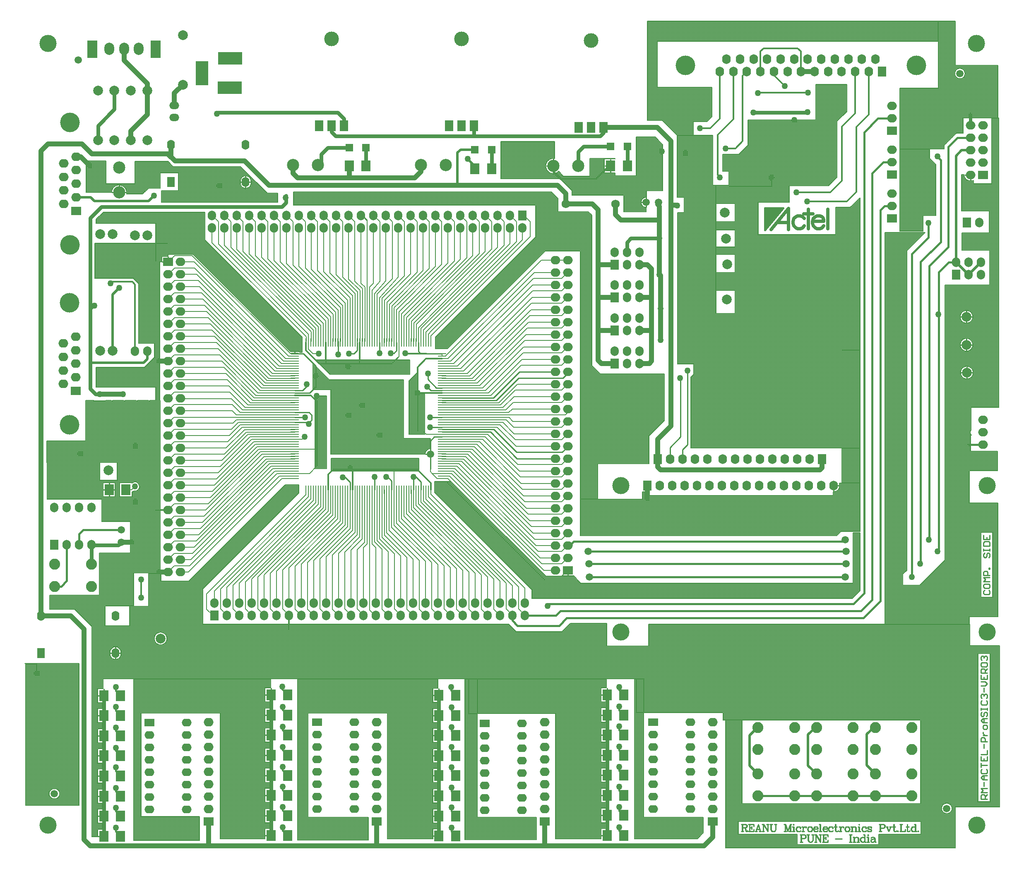
<source format=gtl>
%FSLAX42Y42*%
%MOMM*%
G71*
G01*
G75*
%ADD10C,0.20*%
%ADD11R,1.90X2.29*%
%ADD12R,1.52X1.52*%
%ADD13R,0.28X1.78*%
%ADD14R,1.78X0.28*%
%ADD15R,1.78X0.28*%
%ADD16O,1.78X0.28*%
%ADD17C,1.00*%
%ADD18C,0.40*%
%ADD19C,0.50*%
%ADD20C,0.80*%
%ADD21C,0.70*%
%ADD22C,0.20*%
%ADD23C,0.25*%
%ADD24C,0.30*%
%ADD25C,1.00*%
%ADD26C,0.70*%
%ADD27C,0.65*%
%ADD28O,2.00X1.50*%
%ADD29C,2.00*%
%ADD30C,4.00*%
%ADD31O,1.75X2.00*%
%ADD32R,1.75X2.00*%
%ADD33O,2.00X1.70*%
%ADD34O,2.00X1.70*%
%ADD35R,2.00X1.70*%
%ADD36C,1.52*%
%ADD37R,1.70X2.00*%
%ADD38O,1.70X2.00*%
%ADD39O,1.60X2.00*%
%ADD40R,1.60X2.00*%
%ADD41R,1.70X2.00*%
%ADD42O,1.70X2.00*%
%ADD43C,1.50*%
%ADD44R,2.00X1.75*%
%ADD45O,2.00X1.75*%
%ADD46O,2.00X1.60*%
%ADD47R,2.00X1.60*%
%ADD48O,2.00X1.60*%
%ADD49R,1.75X2.00*%
%ADD50O,1.75X2.00*%
%ADD51C,3.50*%
%ADD52C,3.50*%
%ADD53C,2.25*%
%ADD54C,3.50*%
%ADD55C,2.50*%
%ADD56C,1.75*%
%ADD57C,1.50*%
%ADD58R,1.75X2.20*%
%ADD59R,1.75X2.20*%
%ADD60C,3.00*%
%ADD61R,5.00X2.50*%
%ADD62R,2.50X5.00*%
%ADD63C,2.00*%
%ADD64R,2.00X2.00*%
%ADD65O,2.00X2.50*%
%ADD66C,1.27*%
D10*
X23656Y20027D02*
X23632Y20024D01*
X23609Y20017D01*
X23588Y20004D01*
X23571Y19987D01*
X23558Y19967D01*
X23549Y19944D01*
X23547Y19920D01*
X20808Y22015D02*
X20794Y22012D01*
X20990Y22000D02*
X20958Y22015D01*
X34573Y25638D02*
X34574Y25611D01*
X34582Y25585D01*
X34595Y25561D01*
X34613Y25541D01*
X34636Y25527D01*
X34661Y25517D01*
X34688Y25514D01*
X34718D02*
X34744Y25517D01*
X34768Y25525D01*
X34716Y20413D02*
X34704Y20393D01*
X34699Y20370D01*
X34700Y20347D01*
X34707Y20325D01*
X34721Y20306D01*
X34759Y21586D02*
X34756Y21612D01*
X34749Y21636D01*
X34737Y21659D01*
X34720Y21679D01*
X34701Y21695D01*
X34678Y21707D01*
X34654Y21714D01*
X34628Y21717D01*
X34603Y21714D01*
X34579Y21707D01*
X34556Y21695D01*
X34536Y21679D01*
X34520Y21659D01*
X34508Y21636D01*
X34501Y21612D01*
X34498Y21586D01*
X34501Y21561D01*
X34508Y21537D01*
X34520Y21514D01*
X34536Y21494D01*
X34556Y21478D01*
X34579Y21466D01*
X34603Y21459D01*
X34628Y21456D01*
X34654Y21459D01*
X34678Y21466D01*
X34701Y21478D01*
X34720Y21494D01*
X34737Y21514D01*
X34749Y21537D01*
X34756Y21561D01*
X34759Y21586D01*
X34751Y22155D02*
X34748Y22181D01*
X34741Y22205D01*
X34729Y22228D01*
X34713Y22247D01*
X34693Y22264D01*
X34671Y22276D01*
X34646Y22283D01*
X34621Y22286D01*
X34595Y22283D01*
X34571Y22276D01*
X34548Y22264D01*
X34529Y22247D01*
X34513Y22228D01*
X34501Y22205D01*
X34493Y22181D01*
X34491Y22155D01*
X34493Y22130D01*
X34501Y22106D01*
X34513Y22083D01*
X34529Y22063D01*
X34548Y22047D01*
X34571Y22035D01*
X34595Y22028D01*
X34621Y22025D01*
X34646Y22028D01*
X34671Y22035D01*
X34693Y22047D01*
X34713Y22063D01*
X34729Y22083D01*
X34741Y22106D01*
X34748Y22130D01*
X34751Y22155D01*
Y22727D02*
X34748Y22752D01*
X34741Y22777D01*
X34729Y22799D01*
X34713Y22819D01*
X34693Y22835D01*
X34671Y22847D01*
X34646Y22855D01*
X34621Y22857D01*
X34595Y22855D01*
X34571Y22847D01*
X34548Y22835D01*
X34529Y22819D01*
X34513Y22799D01*
X34501Y22777D01*
X34493Y22752D01*
X34491Y22727D01*
X34493Y22702D01*
X34501Y22677D01*
X34513Y22655D01*
X34529Y22635D01*
X34548Y22619D01*
X34571Y22607D01*
X34595Y22599D01*
X34621Y22597D01*
X34646Y22599D01*
X34671Y22607D01*
X34693Y22619D01*
X34713Y22635D01*
X34729Y22655D01*
X34741Y22677D01*
X34748Y22702D01*
X34751Y22727D01*
X31895Y19146D02*
X31920Y19146D01*
X31944Y19151D01*
X31966Y19161D01*
X31986Y19175D01*
X32002Y19194D01*
X32015Y19215D01*
X32022Y19238D01*
X32025Y19263D01*
Y19288D02*
X32020Y19321D01*
X17441Y25272D02*
X17439Y25297D01*
X17433Y25322D01*
X17423Y25345D01*
X17409Y25367D01*
X17391Y25386D01*
X17371Y25402D01*
X17349Y25414D01*
X17324Y25422D01*
X17299Y25426D01*
X17273D01*
X17248Y25422D01*
X17224Y25414D01*
X17201Y25402D01*
X17181Y25386D01*
X17164Y25367D01*
X17150Y25345D01*
X17140Y25322D01*
X17133Y25297D01*
X17131Y25272D01*
X16521Y25940D02*
X16537Y25974D01*
X17438Y25239D02*
X17441Y25272D01*
X19766Y25464D02*
X19769Y25439D01*
X19777Y25416D01*
X19790Y25395D01*
X19808Y25378D01*
X19829Y25365D01*
X19852Y25357D01*
X19876Y25354D01*
X19901Y25357D01*
X19924Y25365D01*
X19945Y25378D01*
X19963Y25395D01*
X19976Y25416D01*
X19984Y25439D01*
X19987Y25464D01*
Y25504D02*
X19984Y25528D01*
X19976Y25552D01*
X19963Y25573D01*
X19945Y25590D01*
X19924Y25603D01*
X19901Y25611D01*
X19876Y25614D01*
X19852Y25611D01*
X19829Y25603D01*
X19808Y25590D01*
X19790Y25573D01*
X19777Y25552D01*
X19769Y25528D01*
X19766Y25504D01*
X26196Y25967D02*
X26170Y25969D01*
X26145Y25968D01*
X26120Y25962D01*
X26097Y25952D01*
X26075Y25938D01*
X26056Y25921D01*
X26040Y25902D01*
X26028Y25879D01*
X26019Y25856D01*
X26014Y25831D01*
X26013Y25805D01*
X26017Y25780D01*
X26025Y25756D01*
X26036Y25733D01*
X26051Y25712D01*
X26069Y25695D01*
X26090Y25680D01*
X26113Y25669D01*
X26138Y25662D01*
X26163Y25659D01*
X26188Y25660D01*
X26213Y25666D01*
X26237Y25675D01*
X26259Y25688D01*
X26278Y25704D01*
X28075Y25175D02*
X28049Y25173D01*
X28025Y25166D01*
X28002Y25152D01*
X27984Y25134D01*
X27971Y25111D01*
X27964Y25086D01*
X27963Y25061D01*
X27969Y25035D01*
X27980Y25012D01*
X27997Y24992D01*
X28018Y24977D01*
X28042Y24968D01*
X28068Y24965D01*
X17114Y21015D02*
X17143Y21011D01*
X17172Y21015D01*
X17368D02*
X17397Y21011D01*
X17426Y21015D01*
X17552Y19144D02*
X17576Y19157D01*
X17552Y19144D02*
X17576Y19157D01*
X17552Y19144D02*
X17577Y19157D01*
X17552Y19144D02*
X17577Y19157D01*
X17585Y19165D02*
X17609Y19161D01*
X17634Y19164D01*
X17656Y19173D01*
X17676Y19188D01*
X17691Y19208D01*
X17701Y19230D01*
X17704Y19255D01*
X17700Y19281D01*
X17690Y19305D01*
X17673Y19325D01*
X17651Y19339D01*
X17626Y19347D01*
X17600Y19348D01*
X17575Y19341D01*
X17552Y19328D01*
X17622Y21015D02*
X17651Y21011D01*
X17680Y21015D01*
X17876D02*
X17905Y21011D01*
X17934Y21015D01*
X34593Y27708D02*
X34589Y27733D01*
X34580Y27757D01*
X34566Y27778D01*
X34547Y27795D01*
X34524Y27807D01*
X34499Y27813D01*
X34473D01*
X34448Y27807D01*
X34426Y27795D01*
X34407Y27778D01*
X34392Y27757D01*
X34383Y27733D01*
X34380Y27708D01*
X34383Y27682D01*
X34392Y27658D01*
X34407Y27637D01*
X34426Y27620D01*
X34448Y27608D01*
X34473Y27602D01*
X34499D01*
X34524Y27608D01*
X34547Y27620D01*
X34566Y27637D01*
X34580Y27658D01*
X34589Y27682D01*
X34593Y27708D01*
X17103Y15823D02*
X17106Y15799D01*
X17114Y15775D01*
X17127Y15755D01*
X17145Y15737D01*
X17166Y15724D01*
X17189Y15716D01*
X17214Y15713D01*
X17238Y15716D01*
X17261Y15724D01*
X17282Y15737D01*
X17300Y15755D01*
X17313Y15775D01*
X17321Y15799D01*
X17324Y15823D01*
Y15863D02*
X17321Y15888D01*
X17313Y15911D01*
X17300Y15932D01*
X17282Y15949D01*
X17261Y15963D01*
X17238Y15971D01*
X17214Y15973D01*
X17189Y15971D01*
X17166Y15963D01*
X17145Y15949D01*
X17127Y15932D01*
X17114Y15911D01*
X17106Y15888D01*
X17103Y15863D01*
X18266Y16143D02*
X18264Y16169D01*
X18256Y16193D01*
X18244Y16216D01*
X18228Y16235D01*
X18208Y16251D01*
X18186Y16263D01*
X18162Y16271D01*
X18136Y16273D01*
X18111Y16271D01*
X18086Y16263D01*
X18064Y16251D01*
X18044Y16235D01*
X18028Y16216D01*
X18016Y16193D01*
X18009Y16169D01*
X18006Y16143D01*
X18009Y16118D01*
X18016Y16093D01*
X18028Y16071D01*
X18044Y16051D01*
X18064Y16035D01*
X18086Y16023D01*
X18111Y16016D01*
X18136Y16013D01*
X18162Y16016D01*
X18186Y16023D01*
X18208Y16035D01*
X18228Y16051D01*
X18244Y16071D01*
X18256Y16093D01*
X18264Y16118D01*
X18266Y16143D01*
X34325Y12663D02*
X34322Y12689D01*
X34313Y12713D01*
X34298Y12734D01*
X34279Y12751D01*
X34256Y12763D01*
X34231Y12769D01*
X34206D01*
X34181Y12763D01*
X34158Y12751D01*
X34139Y12734D01*
X34124Y12713D01*
X34115Y12689D01*
X34112Y12663D01*
X34115Y12638D01*
X34124Y12614D01*
X34139Y12593D01*
X34158Y12576D01*
X34181Y12564D01*
X34206Y12558D01*
X34231D01*
X34256Y12564D01*
X34279Y12576D01*
X34298Y12593D01*
X34313Y12614D01*
X34322Y12638D01*
X34325Y12663D01*
X16071Y12966D02*
X16068Y12991D01*
X16059Y13015D01*
X16044Y13036D01*
X16025Y13053D01*
X16002Y13065D01*
X15977Y13071D01*
X15952D01*
X15927Y13065D01*
X15904Y13053D01*
X15885Y13036D01*
X15870Y13015D01*
X15861Y12991D01*
X15858Y12966D01*
X15861Y12940D01*
X15870Y12916D01*
X15885Y12895D01*
X15904Y12878D01*
X15927Y12866D01*
X15952Y12860D01*
X15977D01*
X16002Y12866D01*
X16025Y12878D01*
X16044Y12895D01*
X16059Y12916D01*
X16068Y12940D01*
X16071Y12966D01*
X19353Y12051D02*
X20269D01*
X19353Y12077D02*
X20269D01*
X19353Y12102D02*
X20269D01*
X19353Y12128D02*
X20269D01*
X19353Y12153D02*
X20269D01*
X19353Y12178D02*
X20269D01*
X19353Y12204D02*
X20269D01*
X19353Y12229D02*
X20269D01*
X19353Y12382D02*
X20269D01*
X19353Y12407D02*
X20269D01*
X19353Y12432D02*
X20269D01*
X19353Y12458D02*
X20269D01*
X19353Y12483D02*
X20269D01*
X19353Y12509D02*
X20269D01*
X19353Y12534D02*
X20269D01*
X19353Y12559D02*
X20269D01*
X19353Y12585D02*
X20269D01*
X19353Y12610D02*
X20269D01*
X19353Y12636D02*
X20269D01*
X19353Y12661D02*
X20269D01*
X17588Y14619D02*
Y15318D01*
X17595Y14619D02*
Y15318D01*
X17588Y14619D02*
X19353D01*
X17621D02*
Y15318D01*
X17646Y14619D02*
Y15318D01*
X17671Y14619D02*
Y15318D01*
X17697Y14619D02*
Y15318D01*
X17722Y14619D02*
Y15318D01*
X17748Y14619D02*
Y15318D01*
X17773Y14619D02*
Y15318D01*
X17798Y14619D02*
Y15318D01*
X17824Y14619D02*
Y15318D01*
X19353Y12788D02*
X20269D01*
X17849Y14619D02*
Y15318D01*
X19353Y12813D02*
X20269D01*
X17875Y14619D02*
Y15318D01*
X17900Y14619D02*
Y15318D01*
X17925Y14619D02*
Y15318D01*
X17951Y14619D02*
Y15318D01*
X17976Y14619D02*
Y15318D01*
X19353Y12255D02*
X20389D01*
X19353Y12280D02*
X20389D01*
X19353Y12305D02*
X20389D01*
X19353Y12331D02*
X20389D01*
X19353Y12356D02*
X20389D01*
X19353Y12686D02*
X20389D01*
X19353Y12839D02*
X20269D01*
X19353Y12712D02*
X20389D01*
X19353Y12737D02*
X20389D01*
X19353Y12763D02*
X20389D01*
X19353Y12864D02*
X20269D01*
X19353Y12890D02*
X20269D01*
X19353Y12915D02*
X20269D01*
X19353Y12940D02*
X20269D01*
X19353Y12966D02*
X20269D01*
X19353Y12991D02*
X20269D01*
X19353Y13017D02*
X20269D01*
X19353Y13042D02*
X20269D01*
X19353Y13067D02*
X20269D01*
X19353Y13093D02*
X20389D01*
X19353Y13118D02*
X20389D01*
X19353Y13220D02*
X20269D01*
X19353Y13144D02*
X20389D01*
X19353Y13169D02*
X20389D01*
X19353Y13194D02*
X20389D01*
X19353Y13245D02*
X20269D01*
X19353Y13271D02*
X20269D01*
X19353Y13296D02*
X20269D01*
X19353Y13321D02*
X20269D01*
X19353Y13347D02*
X20269D01*
X19353Y13372D02*
X20269D01*
X19353Y13398D02*
X20269D01*
X19353Y13423D02*
X20269D01*
X19353Y13448D02*
X20269D01*
X19353Y13474D02*
X20269D01*
X19353Y13499D02*
X20389D01*
X19353Y13525D02*
X20389D01*
X19353Y13626D02*
X20269D01*
X19353Y13550D02*
X20389D01*
X19353Y13575D02*
X20389D01*
X19353Y13601D02*
X20389D01*
X18002Y14619D02*
Y15318D01*
X18027Y14619D02*
Y15318D01*
X18052Y14619D02*
Y15318D01*
X18078Y14619D02*
Y15318D01*
X18103Y14619D02*
Y15318D01*
X18129Y14619D02*
Y15318D01*
X18154Y14619D02*
Y15318D01*
X18179Y14619D02*
Y15318D01*
X18205Y14619D02*
Y15318D01*
X18230Y14619D02*
Y15318D01*
X18256Y14619D02*
Y15318D01*
X18281Y14619D02*
Y15318D01*
X18306Y14619D02*
Y15318D01*
X18332Y14619D02*
Y15318D01*
X18357Y14619D02*
Y15318D01*
X18383Y14619D02*
Y15318D01*
X18408Y14619D02*
Y15318D01*
X18433Y14619D02*
Y15318D01*
X18459Y14619D02*
Y15318D01*
X18484Y14619D02*
Y15318D01*
X18510Y14619D02*
Y15318D01*
X18535Y14619D02*
Y15318D01*
X18560Y14619D02*
Y15318D01*
X18586Y14619D02*
Y15318D01*
X18611Y14619D02*
Y15318D01*
X18637Y14619D02*
Y15318D01*
X18662Y14619D02*
Y15318D01*
X18687Y14619D02*
Y15318D01*
X18713Y14619D02*
Y15318D01*
X18738Y14619D02*
Y15318D01*
X18764Y14619D02*
Y15318D01*
X18789Y14619D02*
Y15318D01*
X18814Y14619D02*
Y15318D01*
X18840Y14619D02*
Y15318D01*
X18865Y14619D02*
Y15318D01*
X18891Y14619D02*
Y15318D01*
X18916Y14619D02*
Y15318D01*
X18941Y14619D02*
Y15318D01*
X18967Y14619D02*
Y15318D01*
X18992Y14619D02*
Y15318D01*
X19018Y14619D02*
Y15318D01*
X17588Y14642D02*
X20269D01*
X17588Y14668D02*
X20269D01*
X17588Y14693D02*
X20269D01*
X17588Y14718D02*
X20269D01*
X17588Y14744D02*
X20389D01*
X17588Y14845D02*
X20269D01*
X17588Y14871D02*
X20269D01*
X17588Y14769D02*
X20389D01*
X17588Y14795D02*
X20389D01*
X17588Y14820D02*
X20389D01*
X17588Y14896D02*
X20269D01*
X17588Y14922D02*
X20269D01*
X17588Y14947D02*
X20269D01*
X17588Y14972D02*
X20269D01*
X17588Y14998D02*
X20269D01*
X17588Y15023D02*
X20269D01*
X17588Y15049D02*
X20269D01*
X17588Y15074D02*
X20269D01*
X17588Y15099D02*
X20269D01*
X17588Y15125D02*
X20269D01*
X19043Y14619D02*
Y15318D01*
X19068Y14619D02*
Y15318D01*
X17588Y15150D02*
X20389D01*
X17588Y15176D02*
X20389D01*
X17588Y15201D02*
X20389D01*
X17588Y15226D02*
X20389D01*
X17588Y15252D02*
X20389D01*
X17588Y15277D02*
X20389D01*
X17588Y15303D02*
X20389D01*
X17588Y15318D02*
X20389D01*
X19094Y14619D02*
Y15318D01*
X19119Y14619D02*
Y15318D01*
X19145Y14619D02*
Y15318D01*
X19170Y14619D02*
Y15318D01*
X19195Y14619D02*
Y15318D01*
X19221Y14619D02*
Y15318D01*
X19246Y14619D02*
Y15318D01*
X19272Y14619D02*
Y15318D01*
X19297Y14619D02*
Y15318D01*
X19322Y14619D02*
Y15318D01*
X19348Y14619D02*
Y15318D01*
X19353Y12039D02*
Y14619D01*
X19373Y12039D02*
Y15318D01*
X19353Y12039D02*
X20269D01*
X19399D02*
Y15318D01*
X19424Y12039D02*
Y15318D01*
X19449Y12039D02*
Y15318D01*
X19475Y12039D02*
Y15318D01*
X19500Y12039D02*
Y15318D01*
X19526Y12039D02*
Y15318D01*
X19551Y12039D02*
Y15318D01*
X19576Y12039D02*
Y15318D01*
X19602Y12039D02*
Y15318D01*
X19627Y12039D02*
Y15318D01*
X19653Y12039D02*
Y15318D01*
X19678Y12039D02*
Y15318D01*
X19703Y12039D02*
Y15318D01*
X19729Y12039D02*
Y15318D01*
X20269Y12039D02*
Y12252D01*
X19754Y12039D02*
Y15318D01*
X20269Y12375D02*
Y12664D01*
X19780Y12039D02*
Y15318D01*
X19805Y12039D02*
Y15318D01*
X19830Y12039D02*
Y15318D01*
X19856Y12039D02*
Y15318D01*
X19881Y12039D02*
Y15318D01*
X19907Y12039D02*
Y15318D01*
X19932Y12039D02*
Y15318D01*
X19957Y12039D02*
Y15318D01*
X19983Y12039D02*
Y15318D01*
X20008Y12039D02*
Y15318D01*
X20034Y12039D02*
Y15318D01*
X20059Y12039D02*
Y15318D01*
X20084Y12039D02*
Y15318D01*
X20110Y12039D02*
Y15318D01*
X20135Y12039D02*
Y15318D01*
X20161Y12039D02*
Y15318D01*
X20186Y12039D02*
Y15318D01*
X20211Y12039D02*
Y15318D01*
X20237Y12039D02*
Y15318D01*
X20262Y12039D02*
Y15318D01*
X20288Y12252D02*
Y12375D01*
X20313Y12252D02*
Y12375D01*
X20269Y12252D02*
X20389D01*
X20269Y12375D02*
X20389D01*
X20288Y12664D02*
Y12787D01*
X20313Y12664D02*
Y12787D01*
X20269Y12664D02*
X20389D01*
X20269Y12787D02*
X20389D01*
X20338Y12252D02*
Y12375D01*
X20364Y12252D02*
Y12375D01*
X20389Y12252D02*
Y12375D01*
X20338Y12664D02*
Y12787D01*
X20364Y12664D02*
Y12787D01*
X20389Y12664D02*
Y12787D01*
X20269D02*
Y13075D01*
X20288D02*
Y13198D01*
X20269Y13075D02*
X20389D01*
X20269Y13198D02*
X20389D01*
X20269D02*
Y13487D01*
X20288D02*
Y13609D01*
X20269Y13487D02*
X20389D01*
X20269Y13609D02*
X20389D01*
X20313Y13075D02*
Y13198D01*
X20338Y13075D02*
Y13198D01*
X20364Y13075D02*
Y13198D01*
X20389Y13075D02*
Y13198D01*
X20313Y13487D02*
Y13609D01*
X20338Y13487D02*
Y13609D01*
X20364Y13487D02*
Y13609D01*
X20389Y13487D02*
Y13609D01*
X19353Y13652D02*
X20269D01*
X19353Y13677D02*
X20269D01*
X19353Y13702D02*
X20269D01*
X19353Y13728D02*
X20269D01*
X19353Y13753D02*
X20269D01*
X19353Y13779D02*
X20269D01*
X19353Y13804D02*
X20269D01*
X19353Y13829D02*
X20269D01*
X19353Y13855D02*
X20269D01*
X19353Y13880D02*
X20269D01*
Y13609D02*
Y13898D01*
X19353Y14033D02*
X20269D01*
X20288Y13898D02*
Y14021D01*
X19353Y14058D02*
X20269D01*
X20313Y13898D02*
Y14021D01*
X19353Y14083D02*
X20269D01*
X19353Y14109D02*
X20269D01*
X19353Y14134D02*
X20269D01*
X19353Y14160D02*
X20269D01*
X19353Y14185D02*
X20269D01*
X19353Y14210D02*
X20269D01*
X19353Y14236D02*
X20269D01*
X19353Y14261D02*
X20269D01*
X19353Y14287D02*
X20269D01*
X19353Y14439D02*
X20269D01*
X19353Y14464D02*
X20269D01*
X19353Y14490D02*
X20269D01*
X19353Y14515D02*
X20269D01*
X19353Y14541D02*
X20269D01*
X19353Y14566D02*
X20269D01*
Y14021D02*
Y14310D01*
Y14432D02*
Y14721D01*
X20288Y14310D02*
Y14432D01*
X19353Y14591D02*
X20269D01*
X20313Y14310D02*
Y14432D01*
X19353Y14617D02*
X20269D01*
Y14844D02*
Y15133D01*
X20288Y14721D02*
Y14844D01*
X20313Y14721D02*
Y14844D01*
X20288Y15133D02*
Y15318D01*
X20313Y15133D02*
Y15318D01*
X20269Y13898D02*
X20389D01*
X19353Y13906D02*
X20389D01*
X19353Y13931D02*
X20389D01*
X19353Y13956D02*
X20389D01*
X19353Y13982D02*
X20389D01*
X19353Y14007D02*
X20389D01*
X20269Y14021D02*
X20389D01*
X19353Y14312D02*
X20389D01*
X19353Y14337D02*
X20389D01*
X19353Y14363D02*
X20389D01*
X20338Y13898D02*
Y14021D01*
X20364Y13898D02*
Y14021D01*
X20389Y13898D02*
Y14021D01*
X20269Y14310D02*
X20389D01*
X19353Y14388D02*
X20389D01*
X20338Y14310D02*
Y14432D01*
X19353Y14414D02*
X20389D01*
X20269Y14432D02*
X20389D01*
X20269Y14721D02*
X20389D01*
X20338D02*
Y14844D01*
X20269D02*
X20389D01*
X20269Y15133D02*
X20389D01*
X20364Y14310D02*
Y14432D01*
Y14721D02*
Y14844D01*
X20389Y14310D02*
Y14432D01*
Y14721D02*
Y14844D01*
X20338Y15133D02*
Y15318D01*
X20364Y15133D02*
Y15318D01*
X20389Y15133D02*
Y15318D01*
X22777Y12051D02*
X23703D01*
X22777Y12077D02*
X23703D01*
X22777Y12102D02*
X23703D01*
X22777Y12128D02*
X23703D01*
X22777Y12153D02*
X23703D01*
X22777Y12178D02*
X23703D01*
X22777Y12204D02*
X23703D01*
X22777Y12229D02*
X23703D01*
X22777Y12382D02*
X23703D01*
X22777Y12407D02*
X23703D01*
X22777Y12432D02*
X23703D01*
X22777Y12458D02*
X23703D01*
X22777Y12483D02*
X23703D01*
X22777Y12509D02*
X23703D01*
X22777Y12534D02*
X23703D01*
X22777Y12559D02*
X23703D01*
X22777Y12585D02*
X23703D01*
X22777Y12610D02*
X23703D01*
X22777Y12636D02*
X23703D01*
X22777Y12788D02*
X23703D01*
X21121Y14619D02*
Y15318D01*
X21126Y14619D02*
Y15318D01*
X21121Y14619D02*
X22777D01*
X21151D02*
Y15318D01*
X21177Y14619D02*
Y15318D01*
X21202Y14619D02*
Y15318D01*
X21227Y14619D02*
Y15318D01*
X21253Y14619D02*
Y15318D01*
X21278Y14619D02*
Y15318D01*
X21304Y14619D02*
Y15318D01*
X22777Y12813D02*
X23703D01*
X22777Y12039D02*
Y14619D01*
Y12839D02*
X23703D01*
X22777Y12864D02*
X23703D01*
X22777Y12890D02*
X23703D01*
X21329Y14619D02*
Y15318D01*
X21354Y14619D02*
Y15318D01*
X21380Y14619D02*
Y15318D01*
X21405Y14619D02*
Y15318D01*
X21431Y14619D02*
Y15318D01*
X22777Y12255D02*
X23811D01*
X22777Y12280D02*
X23811D01*
X22777Y12305D02*
X23811D01*
X22777Y12331D02*
X23811D01*
X22777Y12356D02*
X23811D01*
X22777Y12661D02*
X23811D01*
X22777Y12686D02*
X23811D01*
X22777Y12712D02*
X23811D01*
X22777Y12737D02*
X23811D01*
X22777Y12763D02*
X23811D01*
X22777Y12915D02*
X23703D01*
X22777Y12940D02*
X23703D01*
X22777Y12966D02*
X23703D01*
X22777Y12991D02*
X23703D01*
X22777Y13017D02*
X23703D01*
X22777Y13042D02*
X23703D01*
X22777Y13067D02*
X23703D01*
X22777Y13093D02*
X23811D01*
X22777Y13118D02*
X23811D01*
X22777Y13144D02*
X23811D01*
X22777Y13194D02*
X23703D01*
X22777Y13220D02*
X23703D01*
X22777Y13169D02*
X23811D01*
X22777Y13245D02*
X23703D01*
X22777Y13271D02*
X23703D01*
X22777Y13296D02*
X23703D01*
X22777Y13321D02*
X23703D01*
X22777Y13347D02*
X23703D01*
X22777Y13372D02*
X23703D01*
X22777Y13398D02*
X23703D01*
X22777Y13423D02*
X23703D01*
X22777Y13448D02*
X23703D01*
X22777Y13474D02*
X23703D01*
X22777Y13499D02*
X23811D01*
X22777Y13525D02*
X23811D01*
X22777Y13626D02*
X23703D01*
X22777Y13652D02*
X23703D01*
X22777Y13550D02*
X23811D01*
X22777Y13575D02*
X23811D01*
X22777Y13601D02*
X23811D01*
X21456Y14619D02*
Y15318D01*
X21481Y14619D02*
Y15318D01*
X21507Y14619D02*
Y15318D01*
X21532Y14619D02*
Y15318D01*
X21558Y14619D02*
Y15318D01*
X21583Y14619D02*
Y15318D01*
X21608Y14619D02*
Y15318D01*
X21634Y14619D02*
Y15318D01*
X21659Y14619D02*
Y15318D01*
X21685Y14619D02*
Y15318D01*
X21710Y14619D02*
Y15318D01*
X21735Y14619D02*
Y15318D01*
X21761Y14619D02*
Y15318D01*
X21786Y14619D02*
Y15318D01*
X21812Y14619D02*
Y15318D01*
X21837Y14619D02*
Y15318D01*
X21862Y14619D02*
Y15318D01*
X21888Y14619D02*
Y15318D01*
X21913Y14619D02*
Y15318D01*
X21939Y14619D02*
Y15318D01*
X21964Y14619D02*
Y15318D01*
X21989Y14619D02*
Y15318D01*
X22015Y14619D02*
Y15318D01*
X22040Y14619D02*
Y15318D01*
X22066Y14619D02*
Y15318D01*
X22091Y14619D02*
Y15318D01*
X22116Y14619D02*
Y15318D01*
X22142Y14619D02*
Y15318D01*
X22167Y14619D02*
Y15318D01*
X22193Y14619D02*
Y15318D01*
X22218Y14619D02*
Y15318D01*
X22243Y14619D02*
Y15318D01*
X22269Y14619D02*
Y15318D01*
X22294Y14619D02*
Y15318D01*
X22320Y14619D02*
Y15318D01*
X22345Y14619D02*
Y15318D01*
X22370Y14619D02*
Y15318D01*
X22396Y14619D02*
Y15318D01*
X22421Y14619D02*
Y15318D01*
X22447Y14619D02*
Y15318D01*
X21121Y14642D02*
X23703D01*
X21121Y14668D02*
X23703D01*
X21121Y14693D02*
X23703D01*
X21121Y14718D02*
X23811D01*
X21121Y14744D02*
X23811D01*
X21121Y14845D02*
X23703D01*
X21121Y14871D02*
X23703D01*
X21121Y14769D02*
X23811D01*
X21121Y14795D02*
X23811D01*
X21121Y14820D02*
X23811D01*
X21121Y14896D02*
X23703D01*
X21121Y14922D02*
X23703D01*
X21121Y14947D02*
X23703D01*
X21121Y14972D02*
X23703D01*
X21121Y14998D02*
X23703D01*
X21121Y15023D02*
X23703D01*
X21121Y15049D02*
X23703D01*
X21121Y15074D02*
X23703D01*
X21121Y15099D02*
X23703D01*
X21121Y15125D02*
X23703D01*
X22472Y14619D02*
Y15318D01*
X22497Y14619D02*
Y15318D01*
X21121Y15150D02*
X23811D01*
X21121Y15176D02*
X23811D01*
X21121Y15201D02*
X23811D01*
X21121Y15226D02*
X23811D01*
X21121Y15252D02*
X23811D01*
X21121Y15277D02*
X23811D01*
X21121Y15303D02*
X23811D01*
X21121Y15318D02*
X23811D01*
X22523Y14619D02*
Y15318D01*
X22548Y14619D02*
Y15318D01*
X22574Y14619D02*
Y15318D01*
X22599Y14619D02*
Y15318D01*
X22624Y14619D02*
Y15318D01*
X22650Y14619D02*
Y15318D01*
X22675Y14619D02*
Y15318D01*
X22701Y14619D02*
Y15318D01*
X22726Y14619D02*
Y15318D01*
X22751Y14619D02*
Y15318D01*
X22777Y14619D02*
Y15318D01*
Y12039D02*
Y14619D01*
X22802Y12039D02*
Y15318D01*
X22777Y12039D02*
X23703D01*
X22828D02*
Y15318D01*
X22853Y12039D02*
Y15318D01*
X22878Y12039D02*
Y15318D01*
X22904Y12039D02*
Y15318D01*
X22929Y12039D02*
Y15318D01*
X22955Y12039D02*
Y15318D01*
X22980Y12039D02*
Y15318D01*
X23005Y12039D02*
Y15318D01*
X23031Y12039D02*
Y15318D01*
X23056Y12039D02*
Y15318D01*
X23082Y12039D02*
Y15318D01*
X23107Y12039D02*
Y15318D01*
X23132Y12039D02*
Y15318D01*
X23158Y12039D02*
Y15318D01*
X23703Y12039D02*
Y12245D01*
X23183Y12039D02*
Y15318D01*
X23703Y12367D02*
Y12656D01*
X23209Y12039D02*
Y15318D01*
X23234Y12039D02*
Y15318D01*
X23259Y12039D02*
Y15318D01*
X23285Y12039D02*
Y15318D01*
X23310Y12039D02*
Y15318D01*
X23336Y12039D02*
Y15318D01*
X23361Y12039D02*
Y15318D01*
X23386Y12039D02*
Y15318D01*
X23412Y12039D02*
Y15318D01*
X23437Y12039D02*
Y15318D01*
X23463Y12039D02*
Y15318D01*
X23488Y12039D02*
Y15318D01*
X23513Y12039D02*
Y15318D01*
X23539Y12039D02*
Y15318D01*
X23564Y12039D02*
Y15318D01*
X23590Y12039D02*
Y15318D01*
X23615Y12039D02*
Y15318D01*
X23640Y12039D02*
Y15318D01*
X23666Y12039D02*
Y15318D01*
X23691Y12039D02*
Y15318D01*
X23717Y12245D02*
Y12367D01*
X23742Y12245D02*
Y12367D01*
X23703Y12245D02*
X23811D01*
X23703Y12367D02*
X23811D01*
X23717Y12656D02*
Y12779D01*
X23742Y12656D02*
Y12779D01*
X23703Y12656D02*
X23811D01*
X23703Y12779D02*
X23811D01*
X23767Y12245D02*
Y12367D01*
X23793Y12245D02*
Y12367D01*
X23811Y12245D02*
Y12367D01*
X23767Y12656D02*
Y12779D01*
X23793Y12656D02*
Y12779D01*
X23811Y12656D02*
Y12779D01*
X23703D02*
Y13067D01*
X23717D02*
Y13190D01*
X23703Y13067D02*
X23811D01*
X23703Y13190D02*
X23811D01*
X23703D02*
Y13479D01*
X23717D02*
Y13602D01*
X23703Y13479D02*
X23811D01*
X23703Y13602D02*
X23811D01*
X23742Y13067D02*
Y13190D01*
X23767Y13067D02*
Y13190D01*
X23793Y13067D02*
Y13190D01*
X23811Y13067D02*
Y13190D01*
X23742Y13479D02*
Y13602D01*
X23767Y13479D02*
Y13602D01*
X23793Y13479D02*
Y13602D01*
X23811Y13479D02*
Y13602D01*
X22777Y13677D02*
X23703D01*
X22777Y13702D02*
X23703D01*
X22777Y13728D02*
X23703D01*
X22777Y13753D02*
X23703D01*
X22777Y13779D02*
X23703D01*
X22777Y13804D02*
X23703D01*
X22777Y13829D02*
X23703D01*
X22777Y13855D02*
X23703D01*
X22777Y13880D02*
X23703D01*
X22777Y14033D02*
X23703D01*
Y13602D02*
Y13890D01*
X22777Y14058D02*
X23703D01*
X23717Y13890D02*
Y14013D01*
X22777Y14083D02*
X23703D01*
X23742Y13890D02*
Y14013D01*
X22777Y14109D02*
X23703D01*
X22777Y14134D02*
X23703D01*
X22777Y14160D02*
X23703D01*
X22777Y14185D02*
X23703D01*
X22777Y14210D02*
X23703D01*
X22777Y14236D02*
X23703D01*
X22777Y14261D02*
X23703D01*
X22777Y14287D02*
X23703D01*
X22777Y14439D02*
X23703D01*
X22777Y14464D02*
X23703D01*
X22777Y14490D02*
X23703D01*
X22777Y14515D02*
X23703D01*
X22777Y14541D02*
X23703D01*
X22777Y14566D02*
X23703D01*
X22777Y14591D02*
X23703D01*
Y14013D02*
Y14302D01*
Y14424D02*
Y14713D01*
X23717Y14302D02*
Y14424D01*
X22777Y14617D02*
X23703D01*
X23742Y14302D02*
Y14424D01*
X23717Y14713D02*
Y14836D01*
X23703D02*
Y15125D01*
X23742Y14713D02*
Y14836D01*
X23717Y15125D02*
Y15318D01*
X23742Y15125D02*
Y15318D01*
X23703Y13890D02*
X23811D01*
X22777Y13906D02*
X23811D01*
X22777Y13931D02*
X23811D01*
X22777Y13956D02*
X23811D01*
X22777Y13982D02*
X23811D01*
X22777Y14007D02*
X23811D01*
X23703Y14013D02*
X23811D01*
X22777Y14312D02*
X23811D01*
X22777Y14337D02*
X23811D01*
X22777Y14363D02*
X23811D01*
X23767Y13890D02*
Y14013D01*
X23793Y13890D02*
Y14013D01*
X23811Y13890D02*
Y14013D01*
X23703Y14302D02*
X23811D01*
X22777Y14388D02*
X23811D01*
X23767Y14302D02*
Y14424D01*
X22777Y14414D02*
X23811D01*
X23703Y14424D02*
X23811D01*
X23703Y14713D02*
X23811D01*
X23767D02*
Y14836D01*
X23703D02*
X23811D01*
X23703Y15125D02*
X23811D01*
X23793Y14302D02*
Y14424D01*
Y14713D02*
Y14836D01*
X23811Y14302D02*
Y14424D01*
Y14713D02*
Y14836D01*
X23767Y15125D02*
Y15318D01*
X23793Y15125D02*
Y15318D01*
X23811Y15125D02*
Y15318D01*
X26213Y12051D02*
X27143D01*
X26213Y12077D02*
X27143D01*
X26213Y12102D02*
X27143D01*
X26213Y12128D02*
X27143D01*
X26213Y12153D02*
X27143D01*
X26213Y12178D02*
X27143D01*
X26213Y12204D02*
X27143D01*
X26213Y12229D02*
X27143D01*
X26213Y12382D02*
X27143D01*
X26213Y12407D02*
X27143D01*
X26213Y12432D02*
X27143D01*
X26213Y12458D02*
X27143D01*
X26213Y12483D02*
X27143D01*
X26213Y12509D02*
X27143D01*
X26213Y12534D02*
X27143D01*
X26213Y12559D02*
X27143D01*
X26213Y12585D02*
X27143D01*
X26213Y12610D02*
X27143D01*
X26213Y12636D02*
X27143D01*
X26213Y12661D02*
X27143D01*
X24453Y14612D02*
Y15325D01*
X24448Y14612D02*
Y15328D01*
Y14612D02*
X26213D01*
X24479D02*
Y15318D01*
X24504Y14612D02*
Y15318D01*
X24529Y14612D02*
Y15318D01*
X24555Y14612D02*
Y15318D01*
X24580Y14612D02*
Y15318D01*
X24606Y14612D02*
Y15318D01*
X24631Y14612D02*
Y15318D01*
X26213Y12813D02*
X27143D01*
X24656Y14612D02*
Y15318D01*
X26213Y12839D02*
X27143D01*
X26213Y12864D02*
X27143D01*
X26213Y12890D02*
X27143D01*
X24682Y14612D02*
Y15318D01*
X24707Y14612D02*
Y15318D01*
X24733Y14612D02*
Y15318D01*
X24758Y14612D02*
Y15318D01*
X24783Y14612D02*
Y15318D01*
X24809Y14612D02*
Y15318D01*
X26213Y12255D02*
X27257D01*
X26213Y12280D02*
X27257D01*
X26213Y12305D02*
X27257D01*
X26213Y12331D02*
X27257D01*
X26213Y12356D02*
X27257D01*
X26213Y12686D02*
X27257D01*
X26213Y12712D02*
X27257D01*
X26213Y12737D02*
X27257D01*
X26213Y12763D02*
X27257D01*
X26213Y12788D02*
X27257D01*
X26213Y12915D02*
X27143D01*
X26213Y12940D02*
X27143D01*
X26213Y12966D02*
X27143D01*
X26213Y12991D02*
X27143D01*
X26213Y13017D02*
X27143D01*
X26213Y13042D02*
X27143D01*
X26213Y13067D02*
X27143D01*
X26213Y13093D02*
X27257D01*
X26213Y13118D02*
X27257D01*
X26213Y13144D02*
X27257D01*
X26213Y13169D02*
X27257D01*
X26213Y13220D02*
X27143D01*
X26213Y13245D02*
X27143D01*
X26213Y13194D02*
X27257D01*
X26213Y13271D02*
X27143D01*
X26213Y13296D02*
X27143D01*
X26213Y13321D02*
X27143D01*
X26213Y13347D02*
X27143D01*
X26213Y13372D02*
X27143D01*
X24448Y14617D02*
X27143D01*
X26213Y13398D02*
X27143D01*
X26213Y13423D02*
X27143D01*
X26213Y13448D02*
X27143D01*
X26213Y13474D02*
X27143D01*
X26213Y13499D02*
X27257D01*
X26213Y13525D02*
X27257D01*
X26213Y13626D02*
X27143D01*
X26213Y13652D02*
X27143D01*
X26213Y13677D02*
X27143D01*
X26213Y13550D02*
X27257D01*
X26213Y13575D02*
X27257D01*
X26213Y13601D02*
X27257D01*
X24834Y14612D02*
Y15318D01*
X24860Y14612D02*
Y15318D01*
X24885Y14612D02*
Y15318D01*
X24910Y14612D02*
Y15318D01*
X24936Y14612D02*
Y15318D01*
X24961Y14612D02*
Y15318D01*
X24987Y14612D02*
Y15318D01*
X25012Y14612D02*
Y15318D01*
X25037Y14612D02*
Y15318D01*
X25063Y14612D02*
Y15318D01*
X25088Y14612D02*
Y15318D01*
X25114Y14612D02*
Y15318D01*
X25139Y14612D02*
Y15318D01*
X25164Y14612D02*
Y15318D01*
X25190Y14612D02*
Y15318D01*
X25215Y14612D02*
Y15318D01*
X25241Y14612D02*
Y15318D01*
X25266Y14612D02*
Y15318D01*
X25291Y14612D02*
Y15318D01*
X25317Y14612D02*
Y15318D01*
X25342Y14612D02*
Y15318D01*
X25368Y14612D02*
Y15318D01*
X25393Y14612D02*
Y15318D01*
X25418Y14612D02*
Y15318D01*
X25444Y14612D02*
Y15318D01*
X25469Y14612D02*
Y15318D01*
X25495Y14612D02*
Y15318D01*
X24448Y15328D02*
X24463Y15318D01*
X25520Y14612D02*
Y15318D01*
X25545Y14612D02*
Y15318D01*
X25571Y14612D02*
Y15318D01*
X25596Y14612D02*
Y15318D01*
X25622Y14612D02*
Y15318D01*
X25647Y14612D02*
Y15318D01*
X25672Y14612D02*
Y15318D01*
X25698Y14612D02*
Y15318D01*
X25723Y14612D02*
Y15318D01*
X25749Y14612D02*
Y15318D01*
X25774Y14612D02*
Y15318D01*
X25799Y14612D02*
Y15318D01*
X25825Y14612D02*
Y15318D01*
X25850Y14612D02*
Y15318D01*
X24448Y14642D02*
X27143D01*
X24448Y14668D02*
X27143D01*
X24448Y14693D02*
X27143D01*
X24448Y14718D02*
X27143D01*
X24448Y14744D02*
X27257D01*
X24448Y14769D02*
X27257D01*
X24448Y14871D02*
X27143D01*
X24448Y14795D02*
X27257D01*
X24448Y14820D02*
X27257D01*
X24448Y14845D02*
X27257D01*
X24448Y14896D02*
X27143D01*
X24448Y14922D02*
X27143D01*
X24448Y14947D02*
X27143D01*
X24448Y14972D02*
X27143D01*
X24448Y14998D02*
X27143D01*
X24448Y15023D02*
X27143D01*
X24448Y15049D02*
X27143D01*
X24448Y15074D02*
X27143D01*
X24448Y15099D02*
X27143D01*
X24448Y15125D02*
X27143D01*
X24448Y15150D02*
X27257D01*
X25876Y14612D02*
Y15318D01*
X25901Y14612D02*
Y15318D01*
X24448Y15176D02*
X27257D01*
X24448Y15201D02*
X27257D01*
X25926Y14612D02*
Y15318D01*
X24448Y15226D02*
X27257D01*
X24448Y15252D02*
X27257D01*
X24448Y15277D02*
X27257D01*
X24448Y15303D02*
X27257D01*
X24463Y15318D02*
X27257D01*
X25952Y14612D02*
Y15318D01*
X25977Y14612D02*
Y15318D01*
X26003Y14612D02*
Y15318D01*
X26028Y14612D02*
Y15318D01*
X26053Y14612D02*
Y15318D01*
X26079Y14612D02*
Y15318D01*
X26104Y14612D02*
Y15318D01*
X26130Y14612D02*
Y15318D01*
X26155Y14612D02*
Y15318D01*
X26180Y14612D02*
Y15318D01*
X26206Y14612D02*
Y15318D01*
X26213Y12046D02*
Y14612D01*
X26231Y12046D02*
Y15318D01*
X26213Y12046D02*
X27143D01*
X26257D02*
Y15318D01*
X26282Y12046D02*
Y15318D01*
X26307Y12046D02*
Y15318D01*
X26333Y12046D02*
Y15318D01*
X26358Y12046D02*
Y15318D01*
X26384Y12046D02*
Y15318D01*
X26409Y12046D02*
Y15318D01*
X26434Y12046D02*
Y15318D01*
X26460Y12046D02*
Y15318D01*
X26485Y12046D02*
Y15318D01*
X26511Y12046D02*
Y15318D01*
X26536Y12046D02*
Y15318D01*
X27143Y12046D02*
Y12254D01*
X26561Y12046D02*
Y15318D01*
X26587Y12046D02*
Y15318D01*
X27143Y12376D02*
Y12665D01*
Y12788D02*
Y13077D01*
Y13199D02*
Y13488D01*
X26612Y12046D02*
Y15318D01*
X26638Y12046D02*
Y15318D01*
X26663Y12046D02*
Y15318D01*
X26688Y12046D02*
Y15318D01*
X26714Y12046D02*
Y15318D01*
X26739Y12046D02*
Y15318D01*
X26765Y12046D02*
Y15318D01*
X26790Y12046D02*
Y15318D01*
X26815Y12046D02*
Y15318D01*
X26841Y12046D02*
Y15318D01*
X26866Y12046D02*
Y15318D01*
X26892Y12046D02*
Y15318D01*
X26917Y12046D02*
Y15318D01*
X26942Y12046D02*
Y15318D01*
X26968Y12046D02*
Y15318D01*
X26993Y12046D02*
Y15318D01*
X27019Y12046D02*
Y15318D01*
X27044Y12046D02*
Y15318D01*
X27069Y12046D02*
Y15318D01*
X27095Y12046D02*
Y15318D01*
X27120Y12046D02*
Y15318D01*
X27146Y12254D02*
Y12376D01*
X27171Y12254D02*
Y12376D01*
X27143Y12254D02*
X27257D01*
X27143Y12376D02*
X27257D01*
X27146Y12665D02*
Y12788D01*
X27171Y12665D02*
Y12788D01*
X27143Y12665D02*
X27257D01*
X27143Y12788D02*
X27257D01*
X27196Y12254D02*
Y12376D01*
X27222Y12254D02*
Y12376D01*
X27247Y12254D02*
Y12376D01*
X27257Y12254D02*
Y12376D01*
X27196Y12665D02*
Y12788D01*
X27222Y12665D02*
Y12788D01*
X27247Y12665D02*
Y12788D01*
X27257Y12665D02*
Y12788D01*
X27146Y13077D02*
Y13199D01*
X27171Y13077D02*
Y13199D01*
X27143Y13077D02*
X27257D01*
X27196D02*
Y13199D01*
X27146Y13488D02*
Y13611D01*
X27171Y13488D02*
Y13611D01*
X27143Y13199D02*
X27257D01*
X27143Y13488D02*
X27257D01*
X27222Y13077D02*
Y13199D01*
X27247Y13077D02*
Y13199D01*
X27257Y13077D02*
Y13199D01*
X27196Y13488D02*
Y13611D01*
X27222Y13488D02*
Y13611D01*
X27247Y13488D02*
Y13611D01*
X27257Y13488D02*
Y13611D01*
X26213Y13702D02*
X27143D01*
X26213Y13728D02*
X27143D01*
X26213Y13753D02*
X27143D01*
X26213Y13779D02*
X27143D01*
X26213Y13804D02*
X27143D01*
X26213Y13829D02*
X27143D01*
X26213Y13855D02*
X27143D01*
X26213Y13880D02*
X27143D01*
X26213Y14033D02*
X27143D01*
X26213Y14058D02*
X27143D01*
Y13611D02*
Y13900D01*
X26213Y14083D02*
X27143D01*
X27146Y13900D02*
Y14022D01*
X27171Y13900D02*
Y14022D01*
X27196Y13900D02*
Y14022D01*
X26213Y14109D02*
X27143D01*
X26213Y14134D02*
X27143D01*
X26213Y14160D02*
X27143D01*
X26213Y14185D02*
X27143D01*
X26213Y14210D02*
X27143D01*
X26213Y14236D02*
X27143D01*
X26213Y14261D02*
X27143D01*
Y14022D02*
Y14311D01*
X26213Y14287D02*
X27143D01*
X26213Y14439D02*
X27143D01*
X26213Y14464D02*
X27143D01*
X26213Y14490D02*
X27143D01*
X26213Y14515D02*
X27143D01*
X26213Y14541D02*
X27143D01*
X26213Y14566D02*
X27143D01*
X26213Y14591D02*
X27143D01*
X27146Y14311D02*
Y14434D01*
X27143D02*
Y14723D01*
X27171Y14311D02*
Y14434D01*
X27146Y14723D02*
Y14845D01*
X27196Y14311D02*
Y14434D01*
X27171Y14723D02*
Y14845D01*
X27143D02*
Y15134D01*
X27146D02*
Y15318D01*
X27196Y14723D02*
Y14845D01*
X27171Y15134D02*
Y15318D01*
X27196Y15134D02*
Y15318D01*
X27143Y13611D02*
X27257D01*
X27143Y13900D02*
X27257D01*
X26213Y13906D02*
X27257D01*
X26213Y13931D02*
X27257D01*
X26213Y13956D02*
X27257D01*
X26213Y13982D02*
X27257D01*
X26213Y14007D02*
X27257D01*
X26213Y14312D02*
X27257D01*
X26213Y14337D02*
X27257D01*
X26213Y14363D02*
X27257D01*
X27222Y13900D02*
Y14022D01*
X27247Y13900D02*
Y14022D01*
X27257Y13900D02*
Y14022D01*
X27143D02*
X27257D01*
X27143Y14311D02*
X27257D01*
X26213Y14388D02*
X27257D01*
X27222Y14311D02*
Y14434D01*
X26213Y14414D02*
X27257D01*
X27143Y14434D02*
X27257D01*
X27143Y14723D02*
X27257D01*
X27222D02*
Y14845D01*
X27143D02*
X27257D01*
X27143Y15134D02*
X27257D01*
X27247Y14311D02*
Y14434D01*
Y14723D02*
Y14845D01*
X27257Y14311D02*
Y14434D01*
Y14723D02*
Y14845D01*
X27222Y15134D02*
Y15318D01*
X27247Y15134D02*
Y15318D01*
X27257Y15134D02*
Y15318D01*
X29691Y12763D02*
X30036D01*
X29691Y12788D02*
X30036D01*
X29691Y12813D02*
X30036D01*
X29691Y12839D02*
X30036D01*
X29691Y12864D02*
X30036D01*
X29691Y12890D02*
X30036D01*
X29691Y12915D02*
X30036D01*
X29691Y12940D02*
X30036D01*
X29691Y12966D02*
X30036D01*
X29691Y12991D02*
X30036D01*
X29691Y13017D02*
X30036D01*
X29691Y13042D02*
X30036D01*
X29691Y13067D02*
X30036D01*
X29691Y13093D02*
X30036D01*
X29691Y13118D02*
X30036D01*
X29691Y13144D02*
X30036D01*
X29691Y13169D02*
X30036D01*
X29691Y13194D02*
X30036D01*
X29691Y13220D02*
X30036D01*
X29691Y13245D02*
X30036D01*
X29691Y13271D02*
X30036D01*
X29691Y13296D02*
X30036D01*
X29691Y13321D02*
X30036D01*
X29691Y13347D02*
X30036D01*
X29691Y13372D02*
X30036D01*
X29691Y13398D02*
X30036D01*
X29691Y13423D02*
X30036D01*
X29691Y13448D02*
X30036D01*
X29691Y13474D02*
X30036D01*
X29691Y13499D02*
X30036D01*
X29691Y13525D02*
X30036D01*
X29691Y13550D02*
X30036D01*
X29691Y13575D02*
X30036D01*
X29691Y13601D02*
X30036D01*
X29691Y13626D02*
X30036D01*
X29691Y13652D02*
X30036D01*
X29691Y13677D02*
X30036D01*
X29691Y13702D02*
X30036D01*
X29691Y13728D02*
X30036D01*
X29691Y13753D02*
X30036D01*
X29691Y13779D02*
X30036D01*
X29691Y13804D02*
X30036D01*
X29691Y12760D02*
Y14472D01*
X29711Y12760D02*
Y14472D01*
X29736Y12760D02*
Y14472D01*
X29762Y12760D02*
Y14472D01*
X29787Y12760D02*
Y14472D01*
X29813Y12760D02*
Y14472D01*
X29838Y12760D02*
Y14472D01*
X29863Y12760D02*
Y14472D01*
X29889Y12760D02*
Y14472D01*
X29914Y12760D02*
Y14472D01*
X29691Y12760D02*
X30036D01*
X29691Y13829D02*
X30036D01*
X29691Y13855D02*
X30036D01*
X29691Y13880D02*
X30036D01*
X29691Y13906D02*
X30036D01*
X29940Y12760D02*
Y14472D01*
X29965Y12760D02*
Y14472D01*
X29691Y13931D02*
X30036D01*
X29990Y12760D02*
Y14472D01*
X30016Y12760D02*
Y14472D01*
X30036Y12760D02*
Y14472D01*
X29691Y13956D02*
X30036D01*
X29691Y13982D02*
X30036D01*
X29691Y14007D02*
X30036D01*
X29691Y14033D02*
X30036D01*
X29691Y14058D02*
X30036D01*
X29691Y14083D02*
X30036D01*
X29691Y14109D02*
X30036D01*
X29691Y14134D02*
X30036D01*
X29691Y14160D02*
X30036D01*
X29691Y14185D02*
X30036D01*
X29691Y14210D02*
X30036D01*
X29691Y14236D02*
X30036D01*
X29691Y14261D02*
X30036D01*
X29691Y14287D02*
X30036D01*
X29691Y14312D02*
X30036D01*
X29691Y14337D02*
X30036D01*
X29691Y14363D02*
X30036D01*
X29691Y14388D02*
X30036D01*
X29691Y14414D02*
X30036D01*
X29691Y14439D02*
X30036D01*
X29691Y14464D02*
X30036D01*
X29691Y14472D02*
X30036D01*
X24877Y17995D02*
X25337D01*
X25266Y17606D02*
Y18066D01*
X25190Y17682D02*
Y18142D01*
X25241Y17632D02*
Y18091D01*
X25215Y17657D02*
Y18117D01*
X24979Y17893D02*
X25439D01*
X25004Y17868D02*
X25464D01*
X24903Y17970D02*
X25362D01*
X24954Y17919D02*
X25413D01*
X24928Y17944D02*
X25388D01*
X24776Y18097D02*
X25235D01*
X24801Y18071D02*
X25261D01*
X24725Y18147D02*
X25185D01*
X24750Y18122D02*
X25210D01*
X25185Y18147D02*
X25280D01*
X24827Y18046D02*
X25286D01*
X24852Y18020D02*
X25312D01*
X25210Y18122D02*
X25306D01*
X25261Y18071D02*
X25357D01*
X25235Y18097D02*
X25331D01*
X25368Y17505D02*
Y17964D01*
X25393Y17479D02*
Y17939D01*
X25291Y17581D02*
Y18041D01*
X25342Y17530D02*
Y17990D01*
X25317Y17555D02*
Y18015D01*
X25444Y17428D02*
Y17888D01*
X25469Y17403D02*
Y17863D01*
X25418Y17454D02*
Y17914D01*
X25469Y17863D02*
Y17959D01*
X25444Y17888D02*
Y17984D01*
X25286Y18046D02*
X25382D01*
X25368Y17964D02*
Y18060D01*
X25291Y18041D02*
Y18136D01*
X25342Y17990D02*
Y18086D01*
X25317Y18015D02*
Y18111D01*
X25337Y17995D02*
X25433D01*
X25388Y17944D02*
X25484D01*
X25362Y17970D02*
X25458D01*
X25312Y18020D02*
X25407D01*
X25418Y17914D02*
Y18009D01*
X25393Y17939D02*
Y18035D01*
X24809Y18063D02*
Y18523D01*
X24834Y18038D02*
Y18498D01*
X24733Y18140D02*
Y18599D01*
X24783Y18089D02*
Y18549D01*
X24758Y18114D02*
Y18574D01*
X24936Y17936D02*
Y18396D01*
X24961Y17911D02*
Y18371D01*
X24860Y18013D02*
Y18472D01*
X24910Y17962D02*
Y18422D01*
X24885Y17987D02*
Y18447D01*
X24682Y18190D02*
Y18650D01*
X24707Y18165D02*
Y18625D01*
X24606Y18267D02*
Y18726D01*
X24656Y18216D02*
Y18676D01*
X24631Y18241D02*
Y18701D01*
X24674Y18198D02*
X25134D01*
X24700Y18173D02*
X25159D01*
X24598Y18274D02*
X25058D01*
X24649Y18224D02*
X25108D01*
X24623Y18249D02*
X25083D01*
X25063Y17809D02*
Y18269D01*
X25088Y17784D02*
Y18244D01*
X24987Y17886D02*
Y18345D01*
X25037Y17835D02*
Y18295D01*
X25012Y17860D02*
Y18320D01*
X25164Y17708D02*
Y18168D01*
X25266Y18066D02*
Y18162D01*
X25114Y17759D02*
Y18218D01*
X25139Y17733D02*
Y18193D01*
X25241Y18091D02*
Y18187D01*
X25139Y18193D02*
Y18289D01*
X25164Y18168D02*
Y18263D01*
X25063Y18269D02*
Y18365D01*
X25114Y18218D02*
Y18314D01*
X25088Y18244D02*
Y18340D01*
X25134Y18198D02*
X25230D01*
X25215Y18117D02*
Y18213D01*
X25159Y18173D02*
X25255D01*
X25083Y18249D02*
X25179D01*
X25190Y18142D02*
Y18238D01*
X25108Y18224D02*
X25204D01*
X25538Y17335D02*
X25997D01*
X25563Y17309D02*
X26700D01*
X25462Y17411D02*
X25921D01*
X25512Y17360D02*
X25972D01*
X25487Y17385D02*
X25947D01*
X25665Y17208D02*
X32444D01*
X25690Y17182D02*
X32444D01*
X25589Y17284D02*
X26725D01*
X25639Y17233D02*
X32444D01*
X25614Y17258D02*
X32444D01*
X25284Y17589D02*
X25743D01*
X25309Y17563D02*
X25769D01*
X25208Y17665D02*
X25667D01*
X25258Y17614D02*
X25718D01*
X25233Y17639D02*
X25693D01*
X25411Y17462D02*
X25870D01*
X25436Y17436D02*
X25896D01*
X25335Y17538D02*
X25794D01*
X25385Y17487D02*
X25845D01*
X25360Y17512D02*
X25820D01*
X25733Y16964D02*
X32284D01*
X25733D02*
Y17139D01*
X25749Y16964D02*
Y17583D01*
X25774Y16964D02*
Y17558D01*
X25799Y16964D02*
Y17533D01*
X25733Y16979D02*
X32299D01*
X25733Y17004D02*
X32325D01*
X25733Y17030D02*
X32350D01*
X25733Y17055D02*
X32375D01*
X25733Y17081D02*
X32401D01*
X25723Y17149D02*
Y17609D01*
X25799Y17533D02*
Y17628D01*
X25698Y17174D02*
Y17634D01*
X25774Y17558D02*
Y17654D01*
X25693Y17639D02*
X25788D01*
X25716Y17157D02*
X32444D01*
X25733Y17106D02*
X32426D01*
X25733Y17131D02*
X32444D01*
X25718Y17614D02*
X25814D01*
X25769Y17563D02*
X25865D01*
X25743Y17589D02*
X25839D01*
X25131Y17741D02*
X25591D01*
X25157Y17716D02*
X25616D01*
X25106Y17766D02*
X25566D01*
X25520Y17352D02*
Y17812D01*
X25495Y17378D02*
Y17837D01*
X23737Y19135D02*
X25733Y17139D01*
X25182Y17690D02*
X25642D01*
X23978Y19354D02*
X25997Y17335D01*
X23976Y19356D02*
X25997Y17335D01*
X24074Y19354D02*
X26013Y17415D01*
X25030Y17843D02*
X25489D01*
X25055Y17817D02*
X25515D01*
X25413Y17919D02*
X25509D01*
X25520Y17812D02*
Y17908D01*
X25495Y17837D02*
Y17933D01*
X25081Y17792D02*
X25540D01*
X25515Y17817D02*
X25611D01*
X25439Y17893D02*
X25534D01*
X25489Y17843D02*
X25585D01*
X25464Y17868D02*
X25560D01*
X25622Y17251D02*
Y17710D01*
X25647Y17225D02*
Y17685D01*
X25545Y17327D02*
Y17787D01*
X25596Y17276D02*
Y17736D01*
X25571Y17301D02*
Y17761D01*
X25672Y17200D02*
Y17660D01*
X25749Y17583D02*
Y17679D01*
X25672Y17660D02*
Y17755D01*
X25723Y17609D02*
Y17705D01*
X25698Y17634D02*
Y17730D01*
X25540Y17792D02*
X25636D01*
X25622Y17710D02*
Y17806D01*
X25545Y17787D02*
Y17882D01*
X25596Y17736D02*
Y17832D01*
X25571Y17761D02*
Y17857D01*
X25616Y17716D02*
X25712D01*
X25667Y17665D02*
X25763D01*
X25642Y17690D02*
X25738D01*
X25566Y17766D02*
X25661D01*
X25647Y17685D02*
Y17781D01*
X25591Y17741D02*
X25687D01*
X23836Y19036D02*
X24296D01*
X24225Y18648D02*
Y19107D01*
X24148Y18724D02*
Y19184D01*
X24199Y18673D02*
Y19133D01*
X24174Y18698D02*
Y19158D01*
X23938Y18935D02*
X24397D01*
X23963Y18909D02*
X24423D01*
X23861Y19011D02*
X24321D01*
X23912Y18960D02*
X24372D01*
X23887Y18986D02*
X24346D01*
X23760Y19113D02*
X24219D01*
X23785Y19087D02*
X24245D01*
X23737Y19138D02*
X24194D01*
X23737Y19163D02*
X24169D01*
X23737Y19189D02*
X24143D01*
X23811Y19062D02*
X24270D01*
X24219Y19113D02*
X24315D01*
X24143Y19189D02*
X24239D01*
X24194Y19138D02*
X24290D01*
X24169Y19163D02*
X24264D01*
X24326Y18546D02*
Y19006D01*
X24352Y18521D02*
Y18980D01*
X24250Y18622D02*
Y19082D01*
X24301Y18571D02*
Y19031D01*
X24275Y18597D02*
Y19057D01*
X24402Y18470D02*
Y18930D01*
X24428Y18444D02*
Y18904D01*
X24377Y18495D02*
Y18955D01*
X24428Y18904D02*
Y19000D01*
X24402Y18930D02*
Y19025D01*
X24245Y19087D02*
X24341D01*
X24326Y19006D02*
Y19102D01*
X24250Y19082D02*
Y19178D01*
X24301Y19031D02*
Y19127D01*
X24275Y19057D02*
Y19152D01*
X24296Y19036D02*
X24391D01*
X24346Y18986D02*
X24442D01*
X24321Y19011D02*
X24417D01*
X24270Y19062D02*
X24366D01*
X24377Y18955D02*
Y19051D01*
X24352Y18980D02*
Y19076D01*
X23737Y19135D02*
Y19356D01*
X23767Y19105D02*
Y19356D01*
X23793Y19079D02*
Y19356D01*
X23844Y19029D02*
Y19356D01*
X23818Y19054D02*
Y19356D01*
X23869Y19003D02*
Y19356D01*
X23894Y18978D02*
Y19356D01*
X23920Y18952D02*
Y19356D01*
X23971Y18902D02*
Y19356D01*
X23945Y18927D02*
Y19356D01*
X23737Y19290D02*
X24042D01*
X23737Y19316D02*
X24016D01*
X23737Y19341D02*
X23991D01*
X23742Y19130D02*
Y19356D01*
X23737D02*
X23976D01*
X23737Y19214D02*
X24118D01*
X23737Y19240D02*
X24092D01*
X23737Y19265D02*
X24067D01*
X23991Y19341D02*
X24087D01*
X23978Y19354D02*
X24074D01*
X24072Y18800D02*
Y19260D01*
X24098Y18775D02*
Y19234D01*
X23996Y18876D02*
Y19336D01*
X24047Y18825D02*
Y19285D01*
X24021Y18851D02*
Y19311D01*
X24123Y18749D02*
Y19209D01*
X24225Y19107D02*
Y19203D01*
X24148Y19184D02*
Y19279D01*
X24199Y19133D02*
Y19229D01*
X24174Y19158D02*
Y19254D01*
X23996Y19336D02*
Y19354D01*
X24098Y19234D02*
Y19330D01*
X24021Y19311D02*
Y19354D01*
X24072Y19260D02*
Y19354D01*
X24047Y19285D02*
Y19354D01*
X24067Y19265D02*
X24163D01*
X24118Y19214D02*
X24214D01*
X24092Y19240D02*
X24188D01*
X24016Y19316D02*
X24112D01*
X24123Y19209D02*
Y19305D01*
X24042Y19290D02*
X24137D01*
X24420Y18452D02*
X24880D01*
X24446Y18427D02*
X24905D01*
X24344Y18528D02*
X24804D01*
X24395Y18478D02*
X24854D01*
X24369Y18503D02*
X24829D01*
X24547Y18325D02*
X25007D01*
X24573Y18300D02*
X25032D01*
X24471Y18401D02*
X24931D01*
X24522Y18351D02*
X24981D01*
X24496Y18376D02*
X24956D01*
X24293Y18579D02*
X24753D01*
X24319Y18554D02*
X24778D01*
X24217Y18655D02*
X24677D01*
X24268Y18605D02*
X24727D01*
X24242Y18630D02*
X24702D01*
X24753Y18579D02*
X24849D01*
X24778Y18554D02*
X24874D01*
X24702Y18630D02*
X24798D01*
X24783Y18549D02*
Y18644D01*
X24727Y18605D02*
X24823D01*
X25012Y18320D02*
Y18416D01*
X25037Y18295D02*
Y18390D01*
X24936Y18396D02*
Y18492D01*
X24987Y18345D02*
Y18441D01*
X24961Y18371D02*
Y18467D01*
X25032Y18300D02*
X25128D01*
X25058Y18274D02*
X25153D01*
X24956Y18376D02*
X25052D01*
X25007Y18325D02*
X25103D01*
X24981Y18351D02*
X25077D01*
X24804Y18528D02*
X24899D01*
X24885Y18447D02*
Y18543D01*
X24809Y18523D02*
Y18619D01*
X24860Y18472D02*
Y18568D01*
X24834Y18498D02*
Y18594D01*
X24880Y18452D02*
X24976D01*
X24931Y18401D02*
X25026D01*
X24905Y18427D02*
X25001D01*
X24829Y18503D02*
X24925D01*
X24910Y18422D02*
Y18517D01*
X24854Y18478D02*
X24950D01*
X24065Y18808D02*
X24524D01*
X24504Y18368D02*
Y18828D01*
X24039Y18833D02*
X24499D01*
X24479Y18394D02*
Y18853D01*
X24453Y18419D02*
Y18879D01*
X24166Y18706D02*
X24626D01*
X24192Y18681D02*
X24651D01*
X24090Y18782D02*
X24550D01*
X24141Y18732D02*
X24600D01*
X24115Y18757D02*
X24575D01*
X23988Y18884D02*
X24448D01*
X24014Y18859D02*
X24473D01*
X24372Y18960D02*
X24468D01*
X24479Y18853D02*
Y18949D01*
X24453Y18879D02*
Y18975D01*
X24473Y18859D02*
X24569D01*
X24499Y18833D02*
X24595D01*
X24397Y18935D02*
X24493D01*
X24448Y18884D02*
X24544D01*
X24423Y18909D02*
X24518D01*
X24580Y18292D02*
Y18752D01*
X24682Y18650D02*
Y18746D01*
X24529Y18343D02*
Y18803D01*
X24555Y18317D02*
Y18777D01*
X24656Y18676D02*
Y18771D01*
X24677Y18655D02*
X24772D01*
X24758Y18574D02*
Y18670D01*
X24651Y18681D02*
X24747D01*
X24733Y18599D02*
Y18695D01*
X24707Y18625D02*
Y18721D01*
X24580Y18752D02*
Y18848D01*
X24606Y18726D02*
Y18822D01*
X24504Y18828D02*
Y18924D01*
X24555Y18777D02*
Y18873D01*
X24529Y18803D02*
Y18898D01*
X24575Y18757D02*
X24671D01*
X24626Y18706D02*
X24722D01*
X24600Y18732D02*
X24696D01*
X24524Y18808D02*
X24620D01*
X24631Y18701D02*
Y18797D01*
X24550Y18782D02*
X24645D01*
X26739Y16964D02*
Y17277D01*
X26765Y16964D02*
Y17277D01*
X26790Y16964D02*
Y17277D01*
X26815Y16964D02*
Y17277D01*
X26841Y16964D02*
Y17277D01*
X26866Y16964D02*
Y17277D01*
X26892Y16964D02*
Y17277D01*
X26917Y16964D02*
Y17277D01*
X26942Y16964D02*
Y17277D01*
X26968Y16964D02*
Y17277D01*
X26993Y16964D02*
Y17277D01*
X27019Y16964D02*
Y17277D01*
X27044Y16964D02*
Y17277D01*
X27069Y16964D02*
Y17277D01*
X27095Y16964D02*
Y17277D01*
X27120Y16964D02*
Y17277D01*
X27146Y16964D02*
Y17277D01*
X27171Y16964D02*
Y17277D01*
X27196Y16964D02*
Y17277D01*
X27222Y16964D02*
Y17277D01*
X27247Y16964D02*
Y17277D01*
X27273Y16964D02*
Y17277D01*
X27298Y16964D02*
Y17277D01*
X27323Y16964D02*
Y17277D01*
X27349Y16964D02*
Y17277D01*
X27374Y16964D02*
Y17277D01*
X27400Y16964D02*
Y17277D01*
X27425Y16964D02*
Y17277D01*
X27450Y16964D02*
Y17277D01*
X27476Y16964D02*
Y17277D01*
X27501Y16964D02*
Y17277D01*
X27527Y16964D02*
Y17277D01*
X27552Y16964D02*
Y17277D01*
X27577Y16964D02*
Y17277D01*
X27603Y16964D02*
Y17277D01*
X27628Y16964D02*
Y17277D01*
X27654Y16964D02*
Y17277D01*
X27679Y16964D02*
Y17277D01*
X27704Y16964D02*
Y17277D01*
X27730Y16964D02*
Y17277D01*
X27755Y16964D02*
Y17277D01*
X25901Y16964D02*
Y17431D01*
X25926Y16964D02*
Y17406D01*
X25825Y16964D02*
Y17507D01*
X25850Y16964D02*
Y17482D01*
X25876Y16964D02*
Y17456D01*
X25952Y16964D02*
Y17380D01*
X25977Y16964D02*
Y17355D01*
X26003Y16964D02*
Y17425D01*
X26028Y16964D02*
Y17415D01*
X26053Y16964D02*
Y17415D01*
X26079Y16964D02*
Y17415D01*
X26104Y16964D02*
Y17415D01*
X26130Y16964D02*
Y17415D01*
X26155Y16964D02*
Y17415D01*
X26180Y16964D02*
Y17415D01*
X26206Y16964D02*
Y17415D01*
X26231Y16964D02*
Y17415D01*
X26257Y16964D02*
Y17415D01*
X26282Y16964D02*
Y17415D01*
X26307Y16964D02*
Y17415D01*
X26333Y16964D02*
Y17415D01*
X26358Y16964D02*
Y17426D01*
X26384Y16964D02*
Y17426D01*
X26409Y16964D02*
Y17426D01*
X26434Y16964D02*
Y17426D01*
X26460Y16964D02*
Y17426D01*
X26485Y16964D02*
Y17426D01*
X26511Y16964D02*
Y17426D01*
X26536Y16964D02*
Y17426D01*
X26561Y16964D02*
Y17426D01*
X26663Y16964D02*
Y17346D01*
X26688Y16964D02*
Y17320D01*
X26587Y16964D02*
Y17422D01*
X26612Y16964D02*
Y17397D01*
X26638Y16964D02*
Y17371D01*
X27781Y16964D02*
Y17277D01*
X27806Y16964D02*
Y17277D01*
X27831Y16964D02*
Y17277D01*
X26714Y16964D02*
Y17295D01*
X27857Y16964D02*
Y17277D01*
X27882Y16964D02*
Y17277D01*
X27908Y16964D02*
Y17277D01*
X27933Y16964D02*
Y17277D01*
X27958Y16964D02*
Y17277D01*
X27984Y16964D02*
Y17277D01*
X28009Y16964D02*
Y17277D01*
X28035Y16964D02*
Y17277D01*
X28060Y16964D02*
Y17277D01*
X28085Y16964D02*
Y17277D01*
X28111Y16964D02*
Y17277D01*
X28136Y16964D02*
Y17277D01*
X28162Y16964D02*
Y17277D01*
X28187Y16964D02*
Y17277D01*
X28212Y16964D02*
Y17277D01*
X28238Y16964D02*
Y17277D01*
X28263Y16964D02*
Y17277D01*
X28289Y16964D02*
Y17277D01*
X28314Y16964D02*
Y17277D01*
X28339Y16964D02*
Y17277D01*
X28365Y16964D02*
Y17277D01*
X28390Y16964D02*
Y17277D01*
X28416Y16964D02*
Y17277D01*
X28441Y16964D02*
Y17277D01*
X28466Y16964D02*
Y17277D01*
X28492Y16964D02*
Y17277D01*
X28517Y16964D02*
Y17277D01*
X28543Y16964D02*
Y17277D01*
X28568Y16964D02*
Y17277D01*
X28593Y16964D02*
Y17277D01*
X28619Y16964D02*
Y17277D01*
X28644Y16964D02*
Y17277D01*
X28670Y16964D02*
Y17277D01*
X28695Y16964D02*
Y17277D01*
X28720Y16964D02*
Y17277D01*
X28746Y16964D02*
Y17277D01*
X28771Y16964D02*
Y17277D01*
X28797Y16964D02*
Y17277D01*
X28822Y16964D02*
Y17277D01*
X28847Y16964D02*
Y17277D01*
X28873Y16964D02*
Y17277D01*
X28898Y16964D02*
Y17277D01*
X28924Y16964D02*
Y17277D01*
X28949Y16964D02*
Y17277D01*
X28974Y16964D02*
Y17277D01*
X29000Y16964D02*
Y17277D01*
X29025Y16964D02*
Y17277D01*
X29051Y16964D02*
Y17277D01*
X29076Y16964D02*
Y17277D01*
X29101Y16964D02*
Y17277D01*
X29127Y16964D02*
Y17277D01*
X29152Y16964D02*
Y17277D01*
X29178Y16964D02*
Y17277D01*
X29203Y16964D02*
Y17277D01*
X29228Y16964D02*
Y17277D01*
X29254Y16964D02*
Y17277D01*
X29279Y16964D02*
Y17277D01*
X29305Y16964D02*
Y17277D01*
X29330Y16964D02*
Y17277D01*
X29355Y16964D02*
Y17277D01*
X29381Y16964D02*
Y17277D01*
X29406Y16964D02*
Y17277D01*
X29432Y16964D02*
Y17277D01*
X29457Y16964D02*
Y17277D01*
X29482Y16964D02*
Y17277D01*
X29508Y16964D02*
Y17277D01*
X29533Y16964D02*
Y17277D01*
X29559Y16964D02*
Y17277D01*
X29584Y16964D02*
Y17277D01*
X29609Y16964D02*
Y17277D01*
X29635Y16964D02*
Y17277D01*
X29660Y16964D02*
Y17277D01*
X29686Y16964D02*
Y17277D01*
X29711Y16964D02*
Y17277D01*
X29736Y16964D02*
Y17277D01*
X29762Y16964D02*
Y17277D01*
X29787Y16964D02*
Y17277D01*
X29813Y16964D02*
Y17277D01*
X29838Y16964D02*
Y17277D01*
X29863Y16964D02*
Y17277D01*
X29889Y16964D02*
Y17277D01*
X29914Y16964D02*
Y17277D01*
X29940Y16964D02*
Y17277D01*
X29965Y16964D02*
Y17277D01*
X29990Y16964D02*
Y17277D01*
X30016Y16964D02*
Y17277D01*
X30041Y16964D02*
Y17277D01*
X30067Y16964D02*
Y17277D01*
X30092Y16964D02*
Y17277D01*
X30117Y16964D02*
Y17277D01*
X30143Y16964D02*
Y17277D01*
X30168Y16964D02*
Y17277D01*
X30194Y16964D02*
Y17277D01*
X30219Y16964D02*
Y17277D01*
X30244Y16964D02*
Y17277D01*
X30270Y16964D02*
Y17277D01*
X30295Y16964D02*
Y17277D01*
X30321Y16964D02*
Y17277D01*
X30346Y16964D02*
Y17277D01*
X30371Y16964D02*
Y17277D01*
X30397Y16964D02*
Y17277D01*
X30422Y16964D02*
Y17277D01*
X30448Y16964D02*
Y17277D01*
X30473Y16964D02*
Y17277D01*
X30498Y16964D02*
Y17277D01*
X30524Y16964D02*
Y17277D01*
X30549Y16964D02*
Y17277D01*
X30575Y16964D02*
Y17277D01*
X30600Y16964D02*
Y17277D01*
X30625Y16964D02*
Y17277D01*
X30651Y16964D02*
Y17277D01*
X30676Y16964D02*
Y17277D01*
X30702Y16964D02*
Y17277D01*
X30727Y16964D02*
Y17277D01*
X30752Y16964D02*
Y17277D01*
X30778Y16964D02*
Y17277D01*
X30803Y16964D02*
Y17277D01*
X30829Y16964D02*
Y17277D01*
X30854Y16964D02*
Y17277D01*
X30879Y16964D02*
Y17277D01*
X30905Y16964D02*
Y17277D01*
X30930Y16964D02*
Y17277D01*
X30956Y16964D02*
Y17277D01*
X30981Y16964D02*
Y17277D01*
X31006Y16964D02*
Y17277D01*
X25977Y17355D02*
Y17451D01*
X26013Y17415D02*
X26341D01*
X25901Y17431D02*
Y17527D01*
X25952Y17380D02*
Y17476D01*
X25926Y17406D02*
Y17501D01*
X25972Y17360D02*
X26649D01*
X25997Y17335D02*
X26674D01*
X25921Y17411D02*
X26598D01*
X25947Y17385D02*
X26623D01*
X26341Y17415D02*
X26352Y17426D01*
X25794Y17538D02*
X25890D01*
X25820Y17512D02*
X25915D01*
X25825Y17507D02*
Y17603D01*
X25876Y17456D02*
Y17552D01*
X25850Y17482D02*
Y17578D01*
X25896Y17436D02*
X25992D01*
X26352Y17426D02*
X26583D01*
X25845Y17487D02*
X25941D01*
X25870Y17462D02*
X25966D01*
X31032Y16964D02*
Y17277D01*
X31057Y16964D02*
Y17277D01*
X31083Y16964D02*
Y17277D01*
X31108Y16964D02*
Y17277D01*
X31133Y16964D02*
Y17277D01*
X31159Y16964D02*
Y17277D01*
X31184Y16964D02*
Y17277D01*
X31210Y16964D02*
Y17277D01*
X31235Y16964D02*
Y17277D01*
X31260Y16964D02*
Y17277D01*
X31286Y16964D02*
Y17277D01*
X31311Y16964D02*
Y17277D01*
X26583Y17426D02*
X26717Y17291D01*
X31337Y16964D02*
Y17277D01*
X26717Y17291D02*
X26732Y17277D01*
X31362Y16964D02*
Y17277D01*
X31387Y16964D02*
Y17277D01*
X31413Y16964D02*
Y17277D01*
X31438Y16964D02*
Y17277D01*
X31464Y16964D02*
Y17277D01*
X31489Y16964D02*
Y17277D01*
X31514Y16964D02*
Y17277D01*
X31540Y16964D02*
Y17277D01*
X31565Y16964D02*
Y17277D01*
X31591Y16964D02*
Y17277D01*
X31616Y16964D02*
Y17277D01*
X31641Y16964D02*
Y17277D01*
X31667Y16964D02*
Y17277D01*
X31692Y16964D02*
Y17277D01*
X31718Y16964D02*
Y17277D01*
X31743Y16964D02*
Y17277D01*
X31768Y16964D02*
Y17277D01*
X31794Y16964D02*
Y17277D01*
X31819Y16964D02*
Y17277D01*
X31845Y16964D02*
Y17277D01*
X31870Y16964D02*
Y17277D01*
X31895Y16964D02*
Y17277D01*
X31921Y16964D02*
Y17277D01*
X26732D02*
X32297D01*
X31946Y16964D02*
Y17277D01*
X31972Y16964D02*
Y17277D01*
X31997Y16964D02*
Y17277D01*
X32022Y16964D02*
Y17277D01*
X32048Y16964D02*
Y17277D01*
X32073Y16964D02*
Y17277D01*
X32099Y16964D02*
Y17277D01*
X32124Y16964D02*
Y17277D01*
X32149Y16964D02*
Y17277D01*
X32175Y16964D02*
Y17277D01*
X32200Y16964D02*
Y17277D01*
X32226Y16964D02*
Y17277D01*
X32251Y16964D02*
Y17277D01*
X32284Y16964D02*
X32444Y17124D01*
X32276Y16964D02*
Y17277D01*
X32297Y17284D02*
X32444D01*
X32297Y17309D02*
X32444D01*
X32297Y17335D02*
X32444D01*
X32297Y17360D02*
X32444D01*
X32297Y17385D02*
X32444D01*
X32297Y17411D02*
X32444D01*
X32297Y17436D02*
X32444D01*
X32297Y17462D02*
X32444D01*
X32297Y17487D02*
X32444D01*
X32297Y17512D02*
X32444D01*
X32297Y17538D02*
X32444D01*
X32297Y17563D02*
X32444D01*
X32297Y17589D02*
X32444D01*
X32297Y17614D02*
X32444D01*
X32297Y17639D02*
X32444D01*
X32297Y17665D02*
X32444D01*
X32297Y17690D02*
X32444D01*
X32297Y17716D02*
X32444D01*
X32297Y17741D02*
X32444D01*
X32297Y17766D02*
X32444D01*
X32297Y17792D02*
X32444D01*
X32297Y17817D02*
X32444D01*
X32297Y17843D02*
X32444D01*
X32297Y17868D02*
X32444D01*
X32297Y17893D02*
X32444D01*
X32297Y17919D02*
X32444D01*
X32297Y17944D02*
X32444D01*
X32297Y17970D02*
X32444D01*
X32297Y17995D02*
X32444D01*
X32297Y17277D02*
Y18312D01*
X32302Y16981D02*
Y18312D01*
X32327Y17007D02*
Y18312D01*
X32353Y17032D02*
Y18312D01*
X32378Y17058D02*
Y18312D01*
X32297Y18020D02*
X32444D01*
X32297Y18046D02*
X32444D01*
X32403Y17083D02*
Y18312D01*
X32429Y17108D02*
Y18312D01*
X32444Y17124D02*
Y18312D01*
X32297Y18071D02*
X32444D01*
X32297Y18097D02*
X32444D01*
X32297Y18122D02*
X32444D01*
X32297Y18147D02*
X32444D01*
X32297Y18173D02*
X32444D01*
X32297Y18198D02*
X32444D01*
X32297Y18224D02*
X32444D01*
X32297Y18249D02*
X32444D01*
X32297Y18274D02*
X32444D01*
X32297Y18300D02*
X32444D01*
X32297Y18312D02*
X32444D01*
X32076Y19341D02*
X32444D01*
X32076Y19367D02*
X32444D01*
X32076Y19392D02*
X32444D01*
X32076Y19417D02*
X32444D01*
X32076Y19443D02*
X32444D01*
X32076Y19468D02*
X32444D01*
X32076Y19494D02*
X32444D01*
X32076Y19519D02*
X32444D01*
X32076Y19544D02*
X32444D01*
X32076Y19570D02*
X32444D01*
X32076Y19595D02*
X32444D01*
X32076Y19621D02*
X32444D01*
X32076Y19646D02*
X32444D01*
X32076Y19671D02*
X32444D01*
X32076Y19697D02*
X32444D01*
X32076Y19722D02*
X32444D01*
X32076Y19748D02*
X32444D01*
X32076Y19773D02*
X32444D01*
X32076Y19798D02*
X32444D01*
X32076Y19824D02*
X32444D01*
X32076Y19849D02*
X32444D01*
X32076Y19875D02*
X32444D01*
X32076Y19900D02*
X32444D01*
X32076Y19925D02*
X32444D01*
X32076Y19951D02*
X32444D01*
X32076Y19976D02*
X32444D01*
X32076Y20002D02*
X32444D01*
X32076Y20027D02*
X32444D01*
X32076Y20052D02*
X32444D01*
X32076Y20078D02*
X32444D01*
X32076Y20103D02*
X32444D01*
X32076Y20129D02*
X32444D01*
X32076Y20154D02*
X32444D01*
X32076Y20179D02*
X32444D01*
X32076Y20205D02*
X32444D01*
X32076Y20230D02*
X32444D01*
X32076Y20256D02*
X32444D01*
X32076Y20281D02*
X32444D01*
X32076Y20306D02*
X32444D01*
X32076Y20332D02*
X32444D01*
X32076Y20357D02*
X32444D01*
X32076Y20383D02*
X32444D01*
X32076Y20408D02*
X32444D01*
X32076Y20433D02*
X32444D01*
X32076Y20459D02*
X32444D01*
X32076Y20484D02*
X32444D01*
X32076Y20510D02*
X32444D01*
X32076Y20535D02*
X32444D01*
X32076Y20560D02*
X32444D01*
X32076Y20586D02*
X32444D01*
X32076Y20611D02*
X32444D01*
X32076Y20637D02*
X32444D01*
X32076Y20662D02*
X32444D01*
X32076Y20687D02*
X32444D01*
X32076Y20713D02*
X32444D01*
X32076Y20738D02*
X32444D01*
X32076Y20764D02*
X32444D01*
X32076Y20789D02*
X32444D01*
X32076Y20814D02*
X32444D01*
X32076Y20840D02*
X32444D01*
X32076Y20865D02*
X32444D01*
X32076Y20891D02*
X32444D01*
X32076Y20916D02*
X32444D01*
X32076Y19321D02*
Y19984D01*
Y22051D01*
X32099Y19321D02*
Y22051D01*
X32124Y19321D02*
Y22051D01*
X32149Y19321D02*
Y22051D01*
X32175Y19321D02*
Y22051D01*
X32200Y19321D02*
Y22051D01*
X32226Y19321D02*
Y22051D01*
X32251Y19321D02*
Y22051D01*
X32276Y19321D02*
Y22051D01*
X32302Y19321D02*
Y22051D01*
X32327Y19321D02*
Y22051D01*
X32353Y19321D02*
Y22051D01*
X32378Y19321D02*
Y22051D01*
X32403Y19321D02*
Y22051D01*
X32076Y19321D02*
X32444D01*
X32076Y20941D02*
X32444D01*
X32076Y20967D02*
X32444D01*
X32076Y20992D02*
X32444D01*
X32076Y21018D02*
X32444D01*
X32076Y21043D02*
X32444D01*
X32076Y21068D02*
X32444D01*
X32076Y21094D02*
X32444D01*
X32076Y21119D02*
X32444D01*
X32076Y21145D02*
X32444D01*
X32076Y21170D02*
X32444D01*
X32076Y21195D02*
X32444D01*
X32429Y19321D02*
Y22051D01*
X32444Y19321D02*
Y22051D01*
X32076Y21221D02*
X32444D01*
X32076Y21246D02*
X32444D01*
X32076Y21272D02*
X32444D01*
X32076Y21297D02*
X32444D01*
X32076Y21322D02*
X32444D01*
X32076Y21348D02*
X32444D01*
X32076Y21373D02*
X32444D01*
X32076Y21399D02*
X32444D01*
X32076Y21424D02*
X32444D01*
X32076Y21449D02*
X32444D01*
X32076Y21475D02*
X32444D01*
X32076Y21500D02*
X32444D01*
X32076Y21526D02*
X32444D01*
X32076Y21551D02*
X32444D01*
X32076Y21576D02*
X32444D01*
X32076Y21602D02*
X32444D01*
X32076Y21627D02*
X32444D01*
X32076Y21653D02*
X32444D01*
X32076Y21678D02*
X32444D01*
X32076Y21703D02*
X32444D01*
X32076Y21729D02*
X32444D01*
X32076Y21754D02*
X32444D01*
X32076Y21780D02*
X32444D01*
X32076Y21805D02*
X32444D01*
X32076Y21830D02*
X32444D01*
X32076Y21856D02*
X32444D01*
X32076Y21881D02*
X32444D01*
X32076Y21907D02*
X32444D01*
X32076Y21932D02*
X32444D01*
X32076Y21957D02*
X32444D01*
X32076Y21983D02*
X32444D01*
X32076Y22008D02*
X32444D01*
X32076Y22034D02*
X32444D01*
X32076Y22051D02*
X32444D01*
X33257Y24497D02*
X33734D01*
X33257Y24523D02*
X33734D01*
X33257Y24548D02*
X33734D01*
X33257Y24574D02*
X33734D01*
X33257Y24599D02*
X33734D01*
X33257Y24624D02*
X33734D01*
X33257Y24650D02*
X33734D01*
X33257Y24675D02*
X33734D01*
X33257Y24701D02*
X33734D01*
X33257Y24726D02*
X33734D01*
X33257Y24751D02*
X33734D01*
X33257Y24777D02*
X33734D01*
X33257Y24802D02*
X33734D01*
X33257Y24828D02*
X33993D01*
X33257Y24853D02*
X33993D01*
X33257Y24878D02*
X33993D01*
X33257Y24904D02*
X33993D01*
X33257Y24929D02*
X33993D01*
X33257Y24955D02*
X33993D01*
X33257Y24980D02*
X33993D01*
X33257Y25005D02*
X33993D01*
X33257Y25031D02*
X33993D01*
X33257Y25056D02*
X33993D01*
X33257Y25082D02*
X33993D01*
X33257Y25107D02*
X33993D01*
X33257Y25132D02*
X33993D01*
X33257Y25158D02*
X33993D01*
X33257Y25183D02*
X33993D01*
X33257Y25209D02*
X33993D01*
X33257Y25234D02*
X33993D01*
X33257Y25259D02*
X33993D01*
X33257Y25285D02*
X33993D01*
X33257Y25310D02*
X33993D01*
X33257Y25336D02*
X33993D01*
X33257Y25361D02*
X33993D01*
X33257Y25386D02*
X33993D01*
X33257Y25412D02*
X33993D01*
X33257Y25437D02*
X33993D01*
X33257Y25463D02*
X33993D01*
X33257Y25488D02*
X33993D01*
X33257Y25513D02*
X33993D01*
X33257Y25539D02*
X33993D01*
X33257Y25564D02*
X33993D01*
X33257Y25590D02*
X33993D01*
X33257Y25615D02*
X33993D01*
X33257Y25640D02*
X33993D01*
X33257Y25666D02*
X33993D01*
X33257Y25691D02*
X33993D01*
X33257Y25717D02*
X33993D01*
X33257Y25742D02*
X33993D01*
X33257Y25767D02*
X33993D01*
X33257Y25793D02*
X33993D01*
X33257Y24477D02*
Y26161D01*
X33267Y24477D02*
Y26161D01*
X33292Y24477D02*
Y26161D01*
X33318Y24477D02*
Y26161D01*
X33343Y24477D02*
Y26161D01*
X33369Y24477D02*
Y26161D01*
X33394Y24477D02*
Y26161D01*
X33419Y24477D02*
Y26161D01*
X33445Y24477D02*
Y26161D01*
X33470Y24477D02*
Y26161D01*
X33496Y24477D02*
Y26161D01*
X33521Y24477D02*
Y26161D01*
X33546Y24477D02*
Y26161D01*
X33257Y24477D02*
X33734D01*
X33572D02*
Y26161D01*
X33597Y24477D02*
Y26161D01*
X33734Y24477D02*
Y24802D01*
X33993D01*
X33734D02*
X33993D01*
X33623Y24477D02*
Y26161D01*
X33648Y24477D02*
Y26161D01*
X33673Y24477D02*
Y26161D01*
X33699Y24477D02*
Y26161D01*
X33724Y24477D02*
Y26161D01*
X33750Y24802D02*
Y26161D01*
X33775Y24802D02*
Y26161D01*
X33257Y25971D02*
X33869D01*
X33257Y25996D02*
X33869D01*
X33257Y26021D02*
X33869D01*
X33257Y26047D02*
X33869D01*
X33257Y26072D02*
X33869D01*
X33257Y26098D02*
X33869D01*
X33257Y26123D02*
X33869D01*
X33257Y26148D02*
X33869D01*
X33257Y26161D02*
X33869D01*
X33800Y24802D02*
Y26161D01*
X33826Y24802D02*
Y26161D01*
X33851Y24802D02*
Y26161D01*
X33869Y25971D02*
Y26161D01*
X33257Y25818D02*
X33993D01*
X33257Y25869D02*
X33971D01*
X33257Y25844D02*
X33993D01*
X33953Y24802D02*
Y25887D01*
X33978Y24802D02*
Y25861D01*
X33993Y24802D02*
Y25846D01*
X33257Y25894D02*
X33945D01*
X33257Y25945D02*
X33894D01*
X33257Y25920D02*
X33920D01*
X33877Y24802D02*
Y25963D01*
X33902Y24802D02*
Y25937D01*
X33927Y24802D02*
Y25912D01*
X33869Y25971D02*
X33993Y25846D01*
X21616Y20357D02*
X23107D01*
X21616Y20383D02*
X23107D01*
X21616Y20408D02*
X23107D01*
X21616Y20433D02*
X23107D01*
X21616Y20459D02*
X23107D01*
X21616Y20484D02*
X23107D01*
X21616Y20510D02*
X23107D01*
X21616Y20535D02*
X23107D01*
X21616Y20560D02*
X23107D01*
X21616Y20586D02*
X23107D01*
X21616Y20611D02*
X23107D01*
X21616Y20637D02*
X23107D01*
X21616Y20662D02*
X23107D01*
X21616Y20687D02*
X23107D01*
X21616Y20713D02*
X23107D01*
X21616Y20738D02*
X23107D01*
X21616Y19920D02*
Y21238D01*
Y20764D02*
X23107D01*
X21616Y20789D02*
X23107D01*
X21616Y20814D02*
X23107D01*
X21616Y20840D02*
X23107D01*
X21616Y20865D02*
X23107D01*
X21616Y19920D02*
X23547D01*
X21616Y19925D02*
X23547D01*
X21616Y19951D02*
X23551D01*
X21616Y19976D02*
X23563D01*
X21616Y20002D02*
X23584D01*
X21616Y20027D02*
X23656D01*
X21616Y20052D02*
X23656D01*
X21616Y20078D02*
X23656D01*
X21616Y20103D02*
X23656D01*
X21616Y20129D02*
X23656D01*
X21616Y20154D02*
X23656D01*
X21616Y20179D02*
X23656D01*
X21616Y20205D02*
X23656D01*
X21616Y20891D02*
X23107D01*
X21616Y20230D02*
X23656D01*
X21616Y20916D02*
X23107D01*
X21616Y20941D02*
X23107D01*
X21616Y20967D02*
X23107D01*
X21616Y20992D02*
X23107D01*
X21616Y21018D02*
X23107D01*
X21616Y21043D02*
X23107D01*
X21616Y21068D02*
X23107D01*
X21254Y21551D02*
X21477D01*
X21254Y21526D02*
X21503D01*
X21254Y21627D02*
X21401D01*
X21254Y21576D02*
X21452D01*
X21254Y21602D02*
X21426D01*
X21405Y21238D02*
Y21623D01*
X21456Y21238D02*
Y21572D01*
X21431Y21238D02*
Y21598D01*
X21481Y21238D02*
Y21547D01*
X21532Y21238D02*
Y21496D01*
X21507Y21238D02*
Y21521D01*
X21254Y21678D02*
X21350D01*
X21254Y21653D02*
X21376D01*
X21254Y21754D02*
X21274D01*
X21254Y21703D02*
X21325D01*
X21254Y21729D02*
X21299D01*
X21254Y21238D02*
Y21774D01*
X21304Y21238D02*
Y21725D01*
X21278Y21238D02*
Y21750D01*
X21329Y21238D02*
Y21699D01*
X21380Y21238D02*
Y21648D01*
X21354Y21238D02*
Y21674D01*
X21254Y21238D02*
X21616D01*
X21254Y21246D02*
X23107D01*
X21254Y21272D02*
X23107D01*
X21254Y21297D02*
X23107D01*
X21254Y21322D02*
X23107D01*
X21616Y21094D02*
X23107D01*
X21616Y21119D02*
X23107D01*
X21616Y21145D02*
X23107D01*
X21616Y21170D02*
X23107D01*
X21616Y21195D02*
X23107D01*
X21616Y21221D02*
X23107D01*
X21254Y21348D02*
X23107D01*
X21254Y21373D02*
X23107D01*
X21254Y21399D02*
X23107D01*
X21254Y21475D02*
X21553D01*
X21254Y21424D02*
X23107D01*
X21254Y21449D02*
X21579D01*
X21558Y21238D02*
Y21471D01*
X21583Y21238D02*
Y21445D01*
X21608Y21238D02*
Y21444D01*
X21254Y21500D02*
X21528D01*
X21584Y21444D02*
X23107D01*
X21254Y21774D02*
X21584Y21444D01*
X21634Y19920D02*
Y21444D01*
X21659Y19920D02*
Y21444D01*
X21685Y19920D02*
Y21444D01*
X21710Y19920D02*
Y21444D01*
X21735Y19920D02*
Y21444D01*
X21761Y19920D02*
Y21444D01*
X21786Y19920D02*
Y21444D01*
X21812Y19920D02*
Y21444D01*
X21837Y19920D02*
Y21444D01*
X21862Y19920D02*
Y21444D01*
X21888Y19920D02*
Y21444D01*
X21913Y19920D02*
Y21444D01*
X21939Y19920D02*
Y21444D01*
X21964Y19920D02*
Y21444D01*
X21989Y19920D02*
Y21444D01*
X22015Y19920D02*
Y21444D01*
X22040Y19920D02*
Y21444D01*
X22066Y19920D02*
Y21444D01*
X22091Y19920D02*
Y21444D01*
X22116Y19920D02*
Y21444D01*
X22142Y19920D02*
Y21444D01*
X22167Y19920D02*
Y21444D01*
X22193Y19920D02*
Y21444D01*
X22218Y19920D02*
Y21444D01*
X22243Y19920D02*
Y21444D01*
X22269Y19920D02*
Y21444D01*
X22294Y19920D02*
Y21444D01*
X22320Y19920D02*
Y21444D01*
X22345Y19920D02*
Y21444D01*
X22370Y19920D02*
Y21444D01*
X22396Y19920D02*
Y21444D01*
X22421Y19920D02*
Y21444D01*
X22447Y19920D02*
Y21444D01*
X22472Y19920D02*
Y21444D01*
X22497Y19920D02*
Y21444D01*
X22523Y19920D02*
Y21444D01*
X22548Y19920D02*
Y21444D01*
X22574Y19920D02*
Y21444D01*
X22599Y19920D02*
Y21444D01*
X22624Y19920D02*
Y21444D01*
X22650Y19920D02*
Y21444D01*
X22675Y19920D02*
Y21444D01*
X22701Y19920D02*
Y21444D01*
X22726Y19920D02*
Y21444D01*
X21616Y20256D02*
X23107D01*
X21616Y20281D02*
X23107D01*
X21616Y20306D02*
X23107D01*
X21616Y20332D02*
X23107D01*
X22751Y19920D02*
Y21444D01*
X22777Y19920D02*
Y21444D01*
X22802Y19920D02*
Y21444D01*
X22828Y19920D02*
Y21444D01*
X23107Y19920D02*
Y20238D01*
X23132Y19920D02*
Y20238D01*
X22853Y19920D02*
Y21444D01*
X22878Y19920D02*
Y21444D01*
X22904Y19920D02*
Y21444D01*
X22929Y19920D02*
Y21444D01*
X22955Y19920D02*
Y21444D01*
X22980Y19920D02*
Y21444D01*
X23005Y19920D02*
Y21444D01*
X23031Y19920D02*
Y21444D01*
X23056Y19920D02*
Y21444D01*
X23082Y19920D02*
Y21444D01*
X23107Y20238D02*
Y21444D01*
X23158Y19920D02*
Y20238D01*
X23183Y19920D02*
Y20238D01*
X23209Y19920D02*
Y20238D01*
X23234Y19920D02*
Y20238D01*
X23259Y19920D02*
Y20238D01*
X23285Y19920D02*
Y20238D01*
X23310Y19920D02*
Y20238D01*
X23336Y19920D02*
Y20238D01*
X23361Y19920D02*
Y20238D01*
X23386Y19920D02*
Y20238D01*
X23412Y19920D02*
Y20238D01*
X23437Y19920D02*
Y20238D01*
X23463Y19920D02*
Y20238D01*
X23488Y19920D02*
Y20238D01*
X23513Y19920D02*
Y20238D01*
X23107D02*
X23656D01*
X23539Y19920D02*
Y20238D01*
X23564Y19979D02*
Y20238D01*
X23590Y20006D02*
Y20238D01*
X23615Y20020D02*
Y20238D01*
X23640Y20026D02*
Y20238D01*
X23656Y20027D02*
Y20238D01*
X21296Y19617D02*
X21532D01*
X21296Y20256D02*
X21532D01*
X21296Y20281D02*
X21532D01*
X21296Y20306D02*
X21532D01*
X21296Y20332D02*
X21532D01*
X21296Y20357D02*
X21532D01*
X21296Y19617D02*
Y21081D01*
Y20383D02*
X21532D01*
X21296Y20408D02*
X21532D01*
X21296Y20433D02*
X21532D01*
X21296Y20459D02*
X21532D01*
X21296Y20484D02*
X21532D01*
X21296Y20510D02*
X21532D01*
X21296Y20535D02*
X21532D01*
X21296Y20560D02*
X21532D01*
X21296Y20586D02*
X21532D01*
X21296Y20611D02*
X21532D01*
X21296Y20637D02*
X21532D01*
X21296Y20662D02*
X21532D01*
X21296Y20687D02*
X21532D01*
X21296Y20713D02*
X21532D01*
X21296Y20738D02*
X21532D01*
X21281Y21066D02*
X21291Y21076D01*
X21281Y21066D02*
X21324Y21109D01*
X21296Y20764D02*
X21532D01*
X21296Y20789D02*
X21532D01*
X21296Y20814D02*
X21532D01*
X21296Y20840D02*
X21532D01*
X21296Y20865D02*
X21532D01*
X21296Y20891D02*
X21532D01*
X21296Y20916D02*
X21532D01*
X21296Y20941D02*
X21532D01*
X21296Y20967D02*
X21532D01*
X21296Y20992D02*
X21532D01*
X21296Y21018D02*
X21532D01*
X21296Y21043D02*
X21532D01*
X21296Y21068D02*
X21532D01*
X21304Y19617D02*
Y21089D01*
X21329Y19617D02*
Y21109D01*
X21354Y19617D02*
Y21109D01*
X21380Y19617D02*
Y21109D01*
X21405Y19617D02*
Y21109D01*
X21431Y19617D02*
Y21109D01*
X21456Y19617D02*
Y21109D01*
X21481Y19617D02*
Y21109D01*
X21507Y19617D02*
Y21109D01*
X21296Y19621D02*
X21532D01*
X21296Y19646D02*
X21532D01*
X21296Y19671D02*
X21532D01*
X21296Y19697D02*
X21532D01*
X21296Y19722D02*
X21532D01*
X21296Y19748D02*
X21532D01*
Y19617D02*
Y21109D01*
X21296Y19773D02*
X21532D01*
X21296Y19798D02*
X21532D01*
X21296Y19824D02*
X21532D01*
X21296Y19849D02*
X21532D01*
X21296Y19875D02*
X21532D01*
X21296Y19900D02*
X21532D01*
X21296Y19925D02*
X21532D01*
X21296Y19951D02*
X21532D01*
X21296Y19976D02*
X21532D01*
X21296Y20002D02*
X21532D01*
X21296Y20027D02*
X21532D01*
X21296Y20052D02*
X21532D01*
X21296Y20078D02*
X21532D01*
X21296Y20103D02*
X21532D01*
X21296Y20129D02*
X21532D01*
X21296Y20154D02*
X21532D01*
X21296Y20179D02*
X21532D01*
X21296Y20205D02*
X21532D01*
X21296Y20230D02*
X21532D01*
X21309Y21094D02*
X21532D01*
X21324Y21109D02*
X21532D01*
X21624Y19570D02*
X21634D01*
X21624D02*
Y19834D01*
X21634Y19570D02*
Y19834D01*
X21659Y19570D02*
Y19834D01*
X21685Y19570D02*
Y19834D01*
X21710Y19570D02*
Y19834D01*
X21735Y19570D02*
Y19834D01*
X21761Y19570D02*
Y19834D01*
X21786Y19570D02*
Y19834D01*
X21812Y19570D02*
Y19834D01*
X21624Y19570D02*
X23422D01*
X21634Y19570D02*
X23422D01*
X21837D02*
Y19834D01*
X21862Y19570D02*
Y19834D01*
X21888Y19570D02*
Y19834D01*
X21913Y19570D02*
Y19834D01*
X21939Y19570D02*
Y19834D01*
X21964Y19570D02*
Y19834D01*
X21989Y19570D02*
Y19834D01*
X22015Y19570D02*
Y19834D01*
X22040Y19570D02*
Y19834D01*
X22066Y19570D02*
Y19834D01*
X22091Y19570D02*
Y19834D01*
X22116Y19570D02*
Y19834D01*
X22142Y19570D02*
Y19834D01*
X22167Y19570D02*
Y19834D01*
X22193Y19570D02*
Y19834D01*
X22218Y19570D02*
Y19834D01*
X22243Y19570D02*
Y19834D01*
X22269Y19570D02*
Y19834D01*
X22294Y19570D02*
Y19834D01*
X22320Y19570D02*
Y19834D01*
X21624Y19595D02*
X23422D01*
X21624Y19621D02*
X23422D01*
X21624Y19646D02*
X23422D01*
X21624Y19671D02*
X23422D01*
X21624Y19697D02*
X23422D01*
X21624Y19722D02*
X23422D01*
X21624Y19748D02*
X23422D01*
X21624Y19773D02*
X23422D01*
X21624Y19798D02*
X23422D01*
X21624Y19824D02*
X23422D01*
X21624Y19834D02*
X23422D01*
X22345Y19570D02*
Y19834D01*
X22370Y19570D02*
Y19834D01*
X22396Y19570D02*
Y19834D01*
X22421Y19570D02*
Y19834D01*
X22447Y19570D02*
Y19834D01*
X22472Y19570D02*
Y19834D01*
X22497Y19570D02*
Y19834D01*
X22523Y19570D02*
Y19834D01*
X22548Y19570D02*
Y19834D01*
X22574Y19570D02*
Y19834D01*
X22599Y19570D02*
Y19834D01*
X22624Y19570D02*
Y19834D01*
X22650Y19570D02*
Y19834D01*
X22675Y19570D02*
Y19834D01*
X22701Y19570D02*
Y19834D01*
X22726Y19570D02*
Y19834D01*
X22751Y19570D02*
Y19834D01*
X22777Y19570D02*
Y19834D01*
X22802Y19570D02*
Y19834D01*
X22828Y19570D02*
Y19834D01*
X22853Y19570D02*
Y19834D01*
X22878Y19570D02*
Y19834D01*
X22904Y19570D02*
Y19834D01*
X22929Y19570D02*
Y19834D01*
X22955Y19570D02*
Y19834D01*
X22980Y19570D02*
Y19834D01*
X23005Y19570D02*
Y19834D01*
X23031Y19570D02*
Y19834D01*
X23056Y19570D02*
Y19834D01*
X23082Y19570D02*
Y19834D01*
X23107Y19570D02*
Y19834D01*
X23132Y19570D02*
Y19834D01*
X23158Y19570D02*
Y19834D01*
X23183Y19570D02*
Y19834D01*
X23209Y19570D02*
Y19834D01*
X23234Y19570D02*
Y19834D01*
X23259Y19570D02*
Y19834D01*
X23285Y19570D02*
Y19834D01*
X23310Y19570D02*
Y19834D01*
X23336Y19570D02*
Y19834D01*
X23361Y19570D02*
Y19834D01*
X23386Y19570D02*
Y19834D01*
X23412Y19570D02*
Y19834D01*
X23422Y19570D02*
Y19834D01*
X21303Y21849D02*
X21601Y21551D01*
X21608D02*
Y21848D01*
X21634Y21551D02*
Y21848D01*
X21659Y21551D02*
Y21848D01*
X21685Y21551D02*
Y21848D01*
X21710Y21551D02*
Y21848D01*
X21735Y21551D02*
Y21848D01*
X21761Y21551D02*
Y21848D01*
X21786Y21551D02*
Y21848D01*
X21812Y21551D02*
Y21848D01*
X21837Y21551D02*
Y21848D01*
X21601Y21551D02*
X23231D01*
X21862D02*
Y21848D01*
X21888Y21551D02*
Y21848D01*
X21913Y21551D02*
Y21848D01*
X21939Y21551D02*
Y21848D01*
X21964Y21551D02*
Y21848D01*
X21989Y21551D02*
Y21848D01*
X22015Y21551D02*
Y21848D01*
X22040Y21551D02*
Y21848D01*
X22066Y21551D02*
Y21848D01*
X22091Y21551D02*
Y21848D01*
X21354Y21797D02*
Y21848D01*
X21329Y21823D02*
Y21848D01*
X21431Y21721D02*
Y21848D01*
X21380Y21772D02*
Y21848D01*
X21405Y21746D02*
Y21848D01*
X21507Y21645D02*
Y21848D01*
X21456Y21696D02*
Y21848D01*
X21481Y21670D02*
Y21848D01*
X21583Y21569D02*
Y21848D01*
X21532Y21619D02*
Y21848D01*
X21558Y21594D02*
Y21848D01*
X21499Y21653D02*
X23231D01*
X21474Y21678D02*
X23231D01*
X21448Y21703D02*
X23231D01*
X21575Y21576D02*
X23231D01*
X21550Y21602D02*
X23231D01*
X21525Y21627D02*
X23231D01*
X21347Y21805D02*
X23231D01*
X21321Y21830D02*
X23231D01*
X21307Y21848D02*
X23231D01*
X21423Y21729D02*
X23231D01*
X21398Y21754D02*
X23231D01*
X21372Y21780D02*
X23231D01*
X22116Y21551D02*
Y21848D01*
X22142Y21551D02*
Y21848D01*
X22167Y21551D02*
Y21848D01*
X22193Y21551D02*
Y21848D01*
X22218Y21551D02*
Y21848D01*
X22243Y21551D02*
Y21848D01*
X22269Y21551D02*
Y21848D01*
X22294Y21551D02*
Y21848D01*
X22320Y21551D02*
Y21848D01*
X22345Y21551D02*
Y21848D01*
X22370Y21551D02*
Y21848D01*
X22396Y21551D02*
Y21848D01*
X22421Y21551D02*
Y21848D01*
X22447Y21551D02*
Y21848D01*
X22472Y21551D02*
Y21848D01*
X22497Y21551D02*
Y21848D01*
X22523Y21551D02*
Y21848D01*
X22548Y21551D02*
Y21848D01*
X22574Y21551D02*
Y21848D01*
X22599Y21551D02*
Y21848D01*
X22624Y21551D02*
Y21848D01*
X22650Y21551D02*
Y21848D01*
X22675Y21551D02*
Y21848D01*
X22701Y21551D02*
Y21848D01*
X22726Y21551D02*
Y21848D01*
X22751Y21551D02*
Y21848D01*
X22777Y21551D02*
Y21848D01*
X22802Y21551D02*
Y21848D01*
X22828Y21551D02*
Y21848D01*
X22853Y21551D02*
Y21848D01*
X22878Y21551D02*
Y21848D01*
X22904Y21551D02*
Y21848D01*
X22929Y21551D02*
Y21848D01*
X22955Y21551D02*
Y21848D01*
X22980Y21551D02*
Y21848D01*
X23005Y21551D02*
Y21848D01*
X23031Y21551D02*
Y21848D01*
X23056Y21551D02*
Y21848D01*
X23082Y21551D02*
Y21848D01*
X23107Y21551D02*
Y21848D01*
X23132Y21551D02*
Y21848D01*
X23158Y21551D02*
Y21848D01*
X23183Y21551D02*
Y21848D01*
X23209Y21551D02*
Y21848D01*
X23231Y21551D02*
Y21848D01*
X23219Y20322D02*
X23544D01*
X23219Y20637D02*
X23541D01*
X23219Y20662D02*
X23541D01*
X23219Y20687D02*
X23541D01*
X23219Y20713D02*
X23541D01*
X23219Y20738D02*
X23541D01*
X23219Y20322D02*
Y21414D01*
Y20764D02*
X23541D01*
X23219Y20789D02*
X23541D01*
X23219Y20814D02*
X23541D01*
X23219Y20840D02*
X23541D01*
X23219Y20865D02*
X23541D01*
X23219Y20891D02*
X23541D01*
X23219Y20916D02*
X23541D01*
X23219Y20941D02*
X23541D01*
X23219Y20967D02*
X23541D01*
X23219Y20992D02*
X23541D01*
X23219Y21195D02*
X23397D01*
X23219Y21221D02*
X23397D01*
X23219Y21246D02*
X23397D01*
X23219Y21272D02*
X23397D01*
X23219Y21297D02*
X23397D01*
X23219Y21322D02*
X23397D01*
X23219Y21348D02*
X23397D01*
X23219Y21373D02*
X23397D01*
X23219Y21018D02*
X23541D01*
X23219Y21043D02*
X23541D01*
X23219Y21068D02*
X23541D01*
X23219Y21094D02*
X23541D01*
X23219Y21119D02*
X23541D01*
X23219Y21145D02*
X23541D01*
X23219Y21170D02*
X23541D01*
X23219Y21399D02*
X23397D01*
X23219Y21414D02*
X23397Y21592D01*
X23234Y20322D02*
Y21429D01*
X23259Y20322D02*
Y21454D01*
X23285Y20322D02*
Y21480D01*
X23412Y20322D02*
Y21170D01*
X23310Y20322D02*
Y21505D01*
X23336Y20322D02*
Y21531D01*
X23361Y20322D02*
Y21556D01*
X23386Y20322D02*
Y21581D01*
X23219Y20332D02*
X23541D01*
X23219Y20357D02*
X23541D01*
X23437Y20322D02*
Y21170D01*
X23219Y20383D02*
X23541D01*
X23463Y20322D02*
Y21170D01*
X23488Y20322D02*
Y21170D01*
X23513Y20322D02*
Y21170D01*
X23539Y20322D02*
Y21170D01*
X23541Y20319D02*
Y21170D01*
X23219Y20408D02*
X23541D01*
X23229Y21424D02*
X23397D01*
X23254Y21449D02*
X23397D01*
X23280Y21475D02*
X23397D01*
X23305Y21500D02*
X23397D01*
X23330Y21526D02*
X23397D01*
Y21170D02*
Y21592D01*
X23356Y21551D02*
X23397D01*
X23381Y21576D02*
X23397D01*
X23219Y20433D02*
X23541D01*
X23219Y20459D02*
X23541D01*
X23219Y20484D02*
X23541D01*
X23219Y20510D02*
X23541D01*
X23219Y20535D02*
X23541D01*
X23219Y20560D02*
X23541D01*
X23219Y20586D02*
X23541D01*
X23219Y20611D02*
X23541D01*
X23397Y21170D02*
X23541D01*
X16818Y21292D02*
Y21696D01*
X16833Y21292D02*
Y21696D01*
X16859Y21292D02*
Y21696D01*
X16884Y21292D02*
Y21696D01*
X16909Y21292D02*
Y21696D01*
X16935Y21292D02*
Y21696D01*
X16960Y21292D02*
Y21696D01*
X16986Y21292D02*
Y21696D01*
X17011Y21292D02*
Y21696D01*
X17036Y21292D02*
Y21696D01*
X17062Y21292D02*
Y21696D01*
X17087Y21292D02*
Y21696D01*
X17113Y21292D02*
Y21696D01*
X17138Y21292D02*
Y21696D01*
X17163Y21292D02*
Y21696D01*
X17189Y21292D02*
Y21696D01*
X17214Y21292D02*
Y21696D01*
X17240Y21292D02*
Y21696D01*
X17265Y21292D02*
Y21696D01*
X17290Y21292D02*
Y21696D01*
X17316Y21292D02*
Y21696D01*
X17341Y21292D02*
Y21696D01*
X17367Y21292D02*
Y21696D01*
X17392Y21292D02*
Y21696D01*
X17417Y21292D02*
Y21696D01*
X17443Y21292D02*
Y21696D01*
X17468Y21292D02*
Y21696D01*
X17494Y21292D02*
Y21696D01*
X17519Y21292D02*
Y21696D01*
X17544Y21292D02*
Y21696D01*
X17570Y21292D02*
Y21696D01*
X16818Y21292D02*
X18032D01*
X16818Y21297D02*
X18121D01*
X16818Y21322D02*
X18121D01*
X16818Y21348D02*
X18121D01*
X16818Y21373D02*
X18121D01*
X16818Y21399D02*
X18121D01*
X16818Y21424D02*
X18121D01*
X16818Y21449D02*
X18121D01*
X16818Y21475D02*
X18121D01*
X16818Y21500D02*
X18121D01*
X16818Y21526D02*
X18121D01*
X16818Y21551D02*
X18121D01*
X16818Y21576D02*
X18121D01*
X16818Y21602D02*
X18121D01*
X16818Y21627D02*
X18121D01*
X16818Y21653D02*
X18121D01*
X17595Y21292D02*
Y21696D01*
X17621Y21292D02*
Y21696D01*
X16818Y21678D02*
X18121D01*
X16818Y21696D02*
X17803D01*
X17577Y23517D02*
X17689Y23405D01*
X17621Y23474D02*
Y24233D01*
X17638Y23456D02*
X18121D01*
X17613Y23481D02*
X18121D01*
X17646Y21292D02*
Y21696D01*
X17671Y21292D02*
Y21696D01*
X17689Y22211D02*
X18121D01*
X17689Y22237D02*
X18121D01*
X17646Y23448D02*
Y24233D01*
X17671Y23423D02*
Y24233D01*
X17689Y22262D02*
X18121D01*
X17664Y23431D02*
X18121D01*
X16787Y23517D02*
Y24233D01*
X16808Y23517D02*
Y24233D01*
X16833Y23517D02*
Y24233D01*
X16859Y23517D02*
Y24233D01*
X16884Y23517D02*
Y24233D01*
X16909Y23517D02*
Y24233D01*
X16935Y23517D02*
Y24233D01*
X16960Y23517D02*
Y24233D01*
X16986Y23517D02*
Y24233D01*
X17011Y23517D02*
Y24233D01*
X17036Y23517D02*
Y24233D01*
X17062Y23517D02*
Y24233D01*
X17087Y23517D02*
Y24233D01*
X17113Y23517D02*
Y24233D01*
X17138Y23517D02*
Y24233D01*
X17163Y23517D02*
Y24233D01*
X17189Y23517D02*
Y24233D01*
X17214Y23517D02*
Y24233D01*
X17240Y23517D02*
Y24233D01*
X17265Y23517D02*
Y24233D01*
X17290Y23517D02*
Y24233D01*
X17316Y23517D02*
Y24233D01*
X17341Y23517D02*
Y24233D01*
X17367Y23517D02*
Y24233D01*
X17392Y23517D02*
Y24233D01*
X17417Y23517D02*
Y24233D01*
X17443Y23517D02*
Y24233D01*
X17468Y23517D02*
Y24233D01*
X17494Y23517D02*
Y24233D01*
X17519Y23517D02*
Y24233D01*
X17544Y23517D02*
Y24233D01*
X17570Y23517D02*
Y24233D01*
X16787Y23517D02*
X17577D01*
X16787Y23532D02*
X18121D01*
X16787Y23558D02*
X18121D01*
X16787Y23583D02*
X18121D01*
X16787Y23608D02*
X18121D01*
X16787Y23634D02*
X18121D01*
X16787Y23659D02*
X18121D01*
X16787Y23685D02*
X18121D01*
X17588Y23507D02*
X18121D01*
X16787Y23710D02*
X18121D01*
X16787Y23735D02*
X18121D01*
X16787Y23761D02*
X18121D01*
X16787Y23786D02*
X18121D01*
X16787Y23812D02*
X18121D01*
X16787Y23837D02*
X18121D01*
X16787Y23862D02*
X18160D01*
X16787Y23888D02*
X18160D01*
X16787Y23913D02*
X18160D01*
X16787Y23939D02*
X18160D01*
X16787Y23964D02*
X18160D01*
X16787Y23989D02*
X18284D01*
X16787Y24015D02*
X18284D01*
X16787Y24040D02*
X18284D01*
X16787Y24066D02*
X18284D01*
X16787Y24091D02*
X18284D01*
X17595Y23499D02*
Y24233D01*
X16787Y24116D02*
X18284D01*
X16787Y24142D02*
X18284D01*
X16787Y24167D02*
X18284D01*
X16787Y24193D02*
X18284D01*
X16787Y24218D02*
X18284D01*
X16787Y24233D02*
X18284D01*
X17697Y21292D02*
Y21696D01*
X17722Y21292D02*
Y21696D01*
X17748Y21292D02*
Y21696D01*
X17773Y21292D02*
Y21696D01*
X17798Y21292D02*
Y21696D01*
X17824Y21292D02*
Y21716D01*
X17849Y21292D02*
Y21741D01*
X17803Y21696D02*
X17984Y21876D01*
X17875Y21292D02*
Y21767D01*
X17900Y21292D02*
Y21792D01*
X18032Y21015D02*
Y21292D01*
X17925D02*
Y21818D01*
X17951Y21292D02*
Y21843D01*
X17976Y21292D02*
Y21868D01*
X17984Y21876D02*
X17994Y21886D01*
X18002Y21292D02*
Y21894D01*
X17689Y22188D02*
Y23405D01*
X17697Y22188D02*
Y24233D01*
X17689Y22188D02*
X18009D01*
X17722D02*
Y24233D01*
X17748Y22188D02*
Y24233D01*
X17773Y22188D02*
Y24233D01*
X17798Y22188D02*
Y24233D01*
X17824Y22188D02*
Y24233D01*
X18027Y21292D02*
Y24233D01*
X18052Y21015D02*
Y24233D01*
X18078Y21015D02*
Y24233D01*
X18103Y21015D02*
Y24233D01*
X17849Y22188D02*
Y24233D01*
X17875Y22188D02*
Y24233D01*
X17994Y21886D02*
X18009Y21901D01*
Y22188D01*
X18032Y21015D02*
X18121D01*
X18032Y21018D02*
X18121D01*
X18032Y21043D02*
X18121D01*
X18032Y21068D02*
X18121D01*
X17811Y21703D02*
X18121D01*
X17836Y21729D02*
X18121D01*
X17862Y21754D02*
X18121D01*
X17887Y21780D02*
X18121D01*
X18032Y21094D02*
X18121D01*
X18032Y21119D02*
X18121D01*
X18032Y21145D02*
X18121D01*
X18032Y21170D02*
X18121D01*
X18032Y21195D02*
X18121D01*
X18032Y21221D02*
X18121D01*
X18032Y21246D02*
X18121D01*
X18032Y21272D02*
X18121D01*
X17913Y21805D02*
X18121D01*
X17938Y21830D02*
X18121D01*
X17963Y21856D02*
X18121D01*
X17989Y21881D02*
X18121D01*
X18009Y21907D02*
X18121D01*
X18009Y21932D02*
X18121D01*
X18009Y21957D02*
X18121D01*
X18009Y21983D02*
X18121D01*
X18009Y22008D02*
X18121D01*
Y21015D02*
Y23852D01*
X18009Y22034D02*
X18121D01*
X18009Y22059D02*
X18121D01*
X18009Y22084D02*
X18121D01*
X18009Y22110D02*
X18121D01*
X18009Y22135D02*
X18121D01*
X18009Y22161D02*
X18121D01*
X17689Y22288D02*
X18121D01*
X17689Y22313D02*
X18121D01*
X17689Y22338D02*
X18121D01*
X17689Y22364D02*
X18121D01*
X17689Y22389D02*
X18121D01*
X17689Y22415D02*
X18121D01*
X17689Y22440D02*
X18121D01*
X17689Y22465D02*
X18121D01*
X18009Y22186D02*
X18121D01*
X17689Y22491D02*
X18121D01*
X17689Y22516D02*
X18121D01*
X17689Y22542D02*
X18121D01*
X17689Y22567D02*
X18121D01*
X17689Y22592D02*
X18121D01*
X17689Y22618D02*
X18121D01*
X17689Y22643D02*
X18121D01*
X17689Y22669D02*
X18121D01*
X17689Y22694D02*
X18121D01*
X17689Y22719D02*
X18121D01*
X17689Y22745D02*
X18121D01*
X17689Y22770D02*
X18121D01*
X17689Y22796D02*
X18121D01*
X17689Y22821D02*
X18121D01*
X17689Y22846D02*
X18121D01*
X17900Y22188D02*
Y24233D01*
X17925Y22188D02*
Y24233D01*
X17951Y22188D02*
Y24233D01*
X17976Y22188D02*
Y24233D01*
X17689Y22872D02*
X18121D01*
X18002Y22188D02*
Y24233D01*
X17689Y22897D02*
X18121D01*
X17689Y22923D02*
X18121D01*
X17689Y22948D02*
X18121D01*
X17689Y22973D02*
X18121D01*
X17689Y22999D02*
X18121D01*
X17689Y23024D02*
X18121D01*
X17689Y23050D02*
X18121D01*
X17689Y23075D02*
X18121D01*
X17689Y23100D02*
X18121D01*
X17689Y23126D02*
X18121D01*
X17689Y23151D02*
X18121D01*
X17689Y23177D02*
X18121D01*
X17689Y23202D02*
X18121D01*
X17689Y23227D02*
X18121D01*
X17689Y23253D02*
X18121D01*
X17689Y23278D02*
X18121D01*
X17689Y23304D02*
X18121D01*
X17689Y23329D02*
X18121D01*
X17689Y23354D02*
X18121D01*
X17689Y23380D02*
X18121D01*
X17689Y23405D02*
X18121D01*
Y23852D02*
X18160D01*
X18129D02*
Y24233D01*
X18154Y23852D02*
Y24233D01*
X18160Y23852D02*
Y23967D01*
X18284D01*
X18179D02*
Y24233D01*
X18205Y23967D02*
Y24233D01*
X18230Y23967D02*
Y24233D01*
X18256Y23967D02*
Y24233D01*
X18281Y23967D02*
Y24233D01*
X18284Y23967D02*
Y24233D01*
X18032Y23862D02*
Y24642D01*
X18052Y23862D02*
Y24871D01*
X18032Y23862D02*
X18160D01*
X18078D02*
Y24871D01*
X18032Y23888D02*
X18160D01*
X18032Y23913D02*
X18160D01*
X18032Y23939D02*
X18160D01*
X18032Y23964D02*
X18160D01*
X18032Y23989D02*
X18290D01*
X18103Y23862D02*
Y24871D01*
X18129Y23862D02*
Y24871D01*
X18154Y23862D02*
Y24871D01*
X18160Y23862D02*
Y23967D01*
X18179D02*
Y24871D01*
X18160Y23967D02*
X18290D01*
X18205D02*
Y24871D01*
X18290Y23967D02*
Y24002D01*
X18230Y23967D02*
Y24871D01*
X18256Y23967D02*
Y24871D01*
X18281Y23967D02*
Y24871D01*
X18306Y24002D02*
Y24871D01*
X18332Y24002D02*
Y24871D01*
X18357Y24002D02*
Y24871D01*
X18383Y24002D02*
Y24871D01*
X18408Y24002D02*
Y24871D01*
X18433Y24002D02*
Y24871D01*
X18459Y24002D02*
Y24871D01*
X18484Y24002D02*
Y24871D01*
X18510Y24002D02*
Y24871D01*
X18535Y24002D02*
Y24871D01*
X18560Y24002D02*
Y24871D01*
X18586Y24002D02*
Y24871D01*
X18611Y24002D02*
Y24871D01*
X18637Y24002D02*
Y24871D01*
X18662Y24002D02*
Y24871D01*
X18687Y24002D02*
Y24871D01*
X18290Y24002D02*
X18804D01*
X18032Y24040D02*
X19307D01*
X18804Y24002D02*
X20794Y22012D01*
X18032Y24015D02*
X19333D01*
X18032Y24142D02*
X19206D01*
X18032Y24167D02*
X19180D01*
X18032Y24066D02*
X19282D01*
X18032Y24091D02*
X19256D01*
X18032Y24116D02*
X19231D01*
X18969Y23837D02*
X19510D01*
X18944Y23862D02*
X19485D01*
X19046Y23761D02*
X19587D01*
X18995Y23812D02*
X19536D01*
X19020Y23786D02*
X19561D01*
X18842Y23964D02*
X19383D01*
X18817Y23989D02*
X19358D01*
X18919Y23888D02*
X19460D01*
X18868Y23939D02*
X19409D01*
X18893Y23913D02*
X19434D01*
X18713Y24002D02*
Y24871D01*
X18738Y24002D02*
Y24871D01*
X18764Y24002D02*
Y24871D01*
X18814Y23992D02*
Y24871D01*
X18032Y24269D02*
X19079D01*
X18789Y24002D02*
Y24871D01*
X18032Y24193D02*
X19155D01*
X18032Y24218D02*
X19129D01*
X18032Y24243D02*
X19104D01*
X18967Y23839D02*
Y24871D01*
X18992Y23814D02*
Y24871D01*
X19046Y24302D02*
X21032Y22315D01*
X19018Y23789D02*
Y24871D01*
X19043Y23763D02*
Y24871D01*
X18840Y23966D02*
Y24871D01*
X18865Y23941D02*
Y24871D01*
X18891Y23916D02*
Y24871D01*
X18916Y23890D02*
Y24871D01*
X18941Y23865D02*
Y24871D01*
X16818Y24642D02*
Y24723D01*
X16833Y24642D02*
Y24739D01*
X16859Y24642D02*
Y24764D01*
X16884Y24642D02*
Y24789D01*
X16909Y24642D02*
Y24815D01*
X16935Y24642D02*
Y24840D01*
X16960Y24642D02*
Y24866D01*
X16818Y24723D02*
X16965Y24871D01*
X16986Y24642D02*
Y24871D01*
X17011Y24642D02*
Y24871D01*
X17036Y24642D02*
Y24871D01*
X17062Y24642D02*
Y24871D01*
X17087Y24642D02*
Y24871D01*
X17113Y24642D02*
Y24871D01*
X17138Y24642D02*
Y24871D01*
X17163Y24642D02*
Y24871D01*
X17189Y24642D02*
Y24871D01*
X17214Y24642D02*
Y24871D01*
X17240Y24642D02*
Y24871D01*
X17265Y24642D02*
Y24871D01*
X17290Y24642D02*
Y24871D01*
X17316Y24642D02*
Y24871D01*
X17341Y24642D02*
Y24871D01*
X17367Y24642D02*
Y24871D01*
X17392Y24642D02*
Y24871D01*
X17417Y24642D02*
Y24871D01*
X17443Y24642D02*
Y24871D01*
X17468Y24642D02*
Y24871D01*
X17494Y24642D02*
Y24871D01*
X17519Y24642D02*
Y24871D01*
X17544Y24642D02*
Y24871D01*
X17570Y24642D02*
Y24871D01*
X17595Y24642D02*
Y24871D01*
X17621Y24642D02*
Y24871D01*
X17646Y24642D02*
Y24871D01*
X17671Y24642D02*
Y24871D01*
X17697Y24642D02*
Y24871D01*
X17722Y24642D02*
Y24871D01*
X18032Y24320D02*
X19046D01*
X18032Y24345D02*
X19046D01*
X18032Y24294D02*
X19053D01*
X18032Y24370D02*
X19046D01*
X16818Y24642D02*
X18032D01*
X16818Y24650D02*
X19046D01*
X16818Y24675D02*
X19046D01*
X16818Y24701D02*
X19046D01*
X16820Y24726D02*
X19046D01*
X18032Y24396D02*
X19046D01*
X18032Y24421D02*
X19046D01*
X18032Y24447D02*
X19046D01*
X18032Y24472D02*
X19046D01*
X18032Y24497D02*
X19046D01*
X18032Y24523D02*
X19046D01*
X18032Y24548D02*
X19046D01*
X18032Y24574D02*
X19046D01*
X18032Y24599D02*
X19046D01*
X18032Y24624D02*
X19046D01*
X17748Y24642D02*
Y24871D01*
X17773Y24642D02*
Y24871D01*
X16846Y24751D02*
X19046D01*
X17798Y24642D02*
Y24871D01*
X16871Y24777D02*
X19046D01*
X16897Y24802D02*
X19046D01*
X16922Y24828D02*
X19046D01*
X16947Y24853D02*
X19046D01*
X16965Y24871D02*
X19046D01*
X17824Y24642D02*
Y24871D01*
X17849Y24642D02*
Y24871D01*
X17875Y24642D02*
Y24871D01*
X17900Y24642D02*
Y24871D01*
X19046Y24302D02*
Y24871D01*
X17925Y24642D02*
Y24871D01*
X17951Y24642D02*
Y24871D01*
X17976Y24642D02*
Y24871D01*
X18002Y24642D02*
Y24871D01*
X18027Y24642D02*
Y24871D01*
X20189Y22618D02*
X20730D01*
X20163Y22643D02*
X20704D01*
X20239Y22567D02*
X20780D01*
X20214Y22592D02*
X20755D01*
X20062Y22745D02*
X20603D01*
X20036Y22770D02*
X20577D01*
X20138Y22669D02*
X20679D01*
X20087Y22719D02*
X20628D01*
X20112Y22694D02*
X20653D01*
X20694Y22112D02*
Y22653D01*
X20669Y22138D02*
Y22679D01*
X20770Y22036D02*
Y22577D01*
X20719Y22087D02*
Y22628D01*
X20745Y22061D02*
Y22602D01*
X20567Y22239D02*
Y22780D01*
X20542Y22265D02*
Y22806D01*
X20643Y22163D02*
Y22704D01*
X20592Y22214D02*
Y22755D01*
X20618Y22188D02*
Y22729D01*
X20211Y22595D02*
Y23136D01*
X20186Y22620D02*
Y23161D01*
X20262Y22544D02*
Y23085D01*
X20237Y22569D02*
Y23110D01*
X20084Y22722D02*
Y23263D01*
X20059Y22747D02*
Y23288D01*
X20161Y22646D02*
Y23187D01*
X20110Y22696D02*
Y23237D01*
X20135Y22671D02*
Y23212D01*
X20440Y22366D02*
Y22907D01*
X20415Y22392D02*
Y22933D01*
X20516Y22290D02*
Y22831D01*
X20465Y22341D02*
Y22882D01*
X20491Y22315D02*
Y22856D01*
X20313Y22493D02*
Y23034D01*
X20288Y22519D02*
Y23060D01*
X20389Y22417D02*
Y22958D01*
X20338Y22468D02*
Y23009D01*
X20364Y22442D02*
Y22983D01*
X20697Y22110D02*
X21032D01*
X20671Y22135D02*
X21032D01*
X20646Y22161D02*
X21032D01*
X20620Y22186D02*
X21032D01*
X20595Y22211D02*
X21032D01*
X20570Y22237D02*
X21032D01*
X20544Y22262D02*
X21032D01*
X20493Y22313D02*
X21032D01*
X20519Y22288D02*
X21032D01*
X20990Y22000D02*
X21032D01*
Y22315D01*
X20981Y22008D02*
X21032D01*
X20808Y22015D02*
X20958D01*
X20773Y22034D02*
X21032D01*
X20722Y22084D02*
X21032D01*
X20747Y22059D02*
X21032D01*
X20417Y22389D02*
X20958D01*
X20392Y22415D02*
X20933D01*
X20468Y22338D02*
X21009D01*
X20443Y22364D02*
X20984D01*
X20290Y22516D02*
X20831D01*
X20265Y22542D02*
X20806D01*
X20366Y22440D02*
X20907D01*
X20316Y22491D02*
X20857D01*
X20341Y22465D02*
X20882D01*
X20821Y22015D02*
Y22526D01*
X20796Y22013D02*
Y22552D01*
X21024Y22000D02*
Y22323D01*
X20973Y22012D02*
Y22374D01*
X20999Y22000D02*
Y22348D01*
X20872Y22015D02*
Y22475D01*
X20846Y22015D02*
Y22501D01*
X20948Y22015D02*
Y22399D01*
X20897Y22015D02*
Y22450D01*
X20923Y22015D02*
Y22425D01*
X19198Y23608D02*
X19739D01*
X19551Y23255D02*
Y23796D01*
X19249Y23558D02*
X19790D01*
X19223Y23583D02*
X19764D01*
X19096Y23710D02*
X19637D01*
X19071Y23735D02*
X19612D01*
X19173Y23634D02*
X19714D01*
X19122Y23685D02*
X19663D01*
X19147Y23659D02*
X19688D01*
X19729Y23077D02*
Y23618D01*
X19703Y23103D02*
Y23644D01*
X19805Y23001D02*
Y23542D01*
X19754Y23052D02*
Y23593D01*
X19780Y23027D02*
Y23568D01*
X19602Y23204D02*
Y23745D01*
X19576Y23230D02*
Y23771D01*
X19678Y23128D02*
Y23669D01*
X19627Y23179D02*
Y23720D01*
X19653Y23154D02*
Y23695D01*
X19221Y23585D02*
Y24126D01*
X19195Y23611D02*
Y24152D01*
X19272Y23535D02*
Y24076D01*
X19246Y23560D02*
Y24101D01*
X19094Y23712D02*
Y24253D01*
X19068Y23738D02*
Y24279D01*
X19170Y23636D02*
Y24177D01*
X19119Y23687D02*
Y24228D01*
X19145Y23662D02*
Y24203D01*
X19449Y23357D02*
Y23898D01*
X19424Y23382D02*
Y23923D01*
X19526Y23281D02*
Y23822D01*
X19475Y23331D02*
Y23872D01*
X19500Y23306D02*
Y23847D01*
X19322Y23484D02*
Y24025D01*
X19297Y23509D02*
Y24050D01*
X19399Y23408D02*
Y23949D01*
X19348Y23458D02*
Y23999D01*
X19373Y23433D02*
Y23974D01*
X19706Y23100D02*
X20247D01*
X19681Y23126D02*
X20222D01*
X19757Y23050D02*
X20298D01*
X19731Y23075D02*
X20272D01*
X19579Y23227D02*
X20120D01*
X19554Y23253D02*
X20095D01*
X19655Y23151D02*
X20196D01*
X19604Y23202D02*
X20145D01*
X19630Y23177D02*
X20171D01*
X19935Y22872D02*
X20476D01*
X19909Y22897D02*
X20450D01*
X20011Y22796D02*
X20552D01*
X19960Y22846D02*
X20501D01*
X19985Y22821D02*
X20526D01*
X19808Y22999D02*
X20349D01*
X19782Y23024D02*
X20323D01*
X19884Y22923D02*
X20425D01*
X19833Y22973D02*
X20374D01*
X19858Y22948D02*
X20399D01*
X19427Y23380D02*
X19968D01*
X19401Y23405D02*
X19942D01*
X19503Y23304D02*
X20044D01*
X19452Y23354D02*
X19993D01*
X19477Y23329D02*
X20018D01*
X19300Y23507D02*
X19841D01*
X19274Y23532D02*
X19815D01*
X19376Y23431D02*
X19917D01*
X19325Y23481D02*
X19866D01*
X19350Y23456D02*
X19891D01*
X19957Y22849D02*
Y23390D01*
X19932Y22874D02*
Y23415D01*
X20034Y22773D02*
Y23314D01*
X19983Y22823D02*
Y23364D01*
X20008Y22798D02*
Y23339D01*
X19856Y22950D02*
Y23491D01*
X19830Y22976D02*
Y23517D01*
X19528Y23278D02*
X20069D01*
X19881Y22925D02*
Y23466D01*
X19907Y22900D02*
Y23441D01*
X34524Y24093D02*
Y24444D01*
X34537Y24093D02*
Y24444D01*
X34562Y24093D02*
Y24444D01*
X34588Y24093D02*
Y24444D01*
X34613Y24093D02*
Y24444D01*
X34639Y24093D02*
Y24444D01*
X34664Y24093D02*
Y24444D01*
X34689Y24093D02*
Y24444D01*
X34715Y24093D02*
Y24444D01*
X34740Y24093D02*
Y24444D01*
X34766Y24093D02*
Y24444D01*
X34791Y24093D02*
Y24444D01*
X34816Y24093D02*
Y24444D01*
X34522Y24899D02*
Y25638D01*
X34537Y24899D02*
Y25638D01*
X34562Y24899D02*
Y25638D01*
X34588Y24899D02*
Y25573D01*
X34639Y24899D02*
Y25525D01*
X34613Y24899D02*
Y25542D01*
X34842Y24093D02*
Y24444D01*
X34867Y24093D02*
Y24444D01*
X34893Y24093D02*
Y24444D01*
X34918Y24093D02*
Y24444D01*
X34943Y24093D02*
Y24444D01*
X34969Y24093D02*
Y24444D01*
X34994Y24093D02*
Y24444D01*
X34524Y24093D02*
X35093D01*
X34524Y24116D02*
X35279D01*
X34524Y24142D02*
X35279D01*
X34524Y24167D02*
X35279D01*
X34524Y24193D02*
X35279D01*
X34524Y24218D02*
X35279D01*
X34524Y24243D02*
X35279D01*
X34524Y24269D02*
X35279D01*
X34524Y24294D02*
X35279D01*
X34524Y24320D02*
X35279D01*
X34524Y24345D02*
X35279D01*
X34524Y24370D02*
X35279D01*
X34524Y24396D02*
X35279D01*
X35020Y24093D02*
Y24444D01*
X35045Y24093D02*
Y24444D01*
X35070Y24093D02*
Y24444D01*
X34524D02*
X35086D01*
X34522Y24899D02*
X35086D01*
X34524Y24421D02*
X35279D01*
X34522Y24904D02*
X35279D01*
X35086Y24447D02*
X35279D01*
X35086Y24472D02*
X35279D01*
X35086Y24497D02*
X35279D01*
X35086Y24523D02*
X35279D01*
X35086Y24548D02*
X35279D01*
X35086Y24574D02*
X35279D01*
X35086Y24599D02*
X35279D01*
X34664Y24899D02*
Y25517D01*
X34689Y24899D02*
Y25514D01*
X34715Y24899D02*
Y25514D01*
X34688D02*
X34718D01*
X34522Y25463D02*
X34768D01*
X34522Y25488D02*
X34768D01*
X34791Y24899D02*
Y25450D01*
X34816Y24899D02*
Y25450D01*
X34842Y24899D02*
Y25450D01*
X34867Y24899D02*
Y25450D01*
X34893Y24899D02*
Y25450D01*
X34918Y24899D02*
Y25450D01*
X34943Y24899D02*
Y25450D01*
X34522Y25564D02*
X34593D01*
X34522Y25513D02*
X34768D01*
X34522Y25539D02*
X34617D01*
X34522Y25615D02*
X34574D01*
X34522Y25590D02*
X34580D01*
X34522Y25638D02*
X34573D01*
X34740Y24899D02*
Y25516D01*
X34766Y24899D02*
Y25524D01*
X34768Y25450D02*
Y25525D01*
X34522Y24929D02*
X35279D01*
X34522Y24955D02*
X35279D01*
X34522Y24980D02*
X35279D01*
X34522Y25005D02*
X35279D01*
X34522Y25031D02*
X35279D01*
X34522Y25056D02*
X35279D01*
X34522Y25082D02*
X35279D01*
X34522Y25107D02*
X35279D01*
X34522Y25132D02*
X35279D01*
X34522Y25158D02*
X35279D01*
X34522Y25183D02*
X35279D01*
X34522Y25209D02*
X35279D01*
X34522Y25234D02*
X35279D01*
X34522Y25259D02*
X35279D01*
X34522Y25285D02*
X35279D01*
X34522Y25310D02*
X35279D01*
X34522Y25336D02*
X35279D01*
X34522Y25361D02*
X35279D01*
X34522Y25386D02*
X35279D01*
X34522Y25412D02*
X35279D01*
X34969Y24899D02*
Y25450D01*
X34994Y24899D02*
Y25450D01*
X35020Y24899D02*
Y25450D01*
X35045Y24899D02*
Y25450D01*
X35070Y24899D02*
Y25450D01*
X34522Y25437D02*
X35279D01*
X34768Y25450D02*
X35141D01*
X35093Y23380D02*
X35279D01*
X35093Y23405D02*
X35279D01*
X35093Y23431D02*
X35279D01*
X35093Y23456D02*
X35279D01*
X35093Y23481D02*
X35279D01*
X35093Y23507D02*
X35279D01*
X35093Y23532D02*
X35279D01*
X35093Y23558D02*
X35279D01*
X35093Y23583D02*
X35279D01*
X35093Y23608D02*
X35279D01*
X35093Y23634D02*
X35279D01*
X35093Y23659D02*
X35279D01*
X35093Y23685D02*
X35279D01*
X35093Y23380D02*
Y24093D01*
X35096Y23380D02*
Y25450D01*
X35121Y23380D02*
Y25450D01*
X35086Y24444D02*
Y24899D01*
X35093Y23710D02*
X35279D01*
X35141Y25450D02*
Y26796D01*
X35147Y23380D02*
Y26796D01*
X35172Y23380D02*
Y26796D01*
X35197Y23380D02*
Y26796D01*
X35223Y23380D02*
Y26796D01*
X35248Y23380D02*
Y26796D01*
X35274Y23380D02*
Y26796D01*
X35279Y23380D02*
Y26796D01*
X35093Y23735D02*
X35279D01*
X35093Y23761D02*
X35279D01*
X35093Y23786D02*
X35279D01*
X35093Y23812D02*
X35279D01*
X35093Y23837D02*
X35279D01*
X35093Y23862D02*
X35279D01*
X35093Y23888D02*
X35279D01*
X35093Y23913D02*
X35279D01*
X35093Y23939D02*
X35279D01*
X35093Y23964D02*
X35279D01*
X35093Y23989D02*
X35279D01*
X35093Y24015D02*
X35279D01*
X35093Y24040D02*
X35279D01*
X35086Y24624D02*
X35279D01*
X35086Y24650D02*
X35279D01*
X35086Y24675D02*
X35279D01*
X35086Y24701D02*
X35279D01*
X35086Y24726D02*
X35279D01*
X35086Y24751D02*
X35279D01*
X35086Y24777D02*
X35279D01*
X35093Y24066D02*
X35279D01*
X35093Y24091D02*
X35279D01*
X35086Y24802D02*
X35279D01*
X35086Y24828D02*
X35279D01*
X35086Y24853D02*
X35279D01*
X35086Y24878D02*
X35279D01*
X35141Y25463D02*
X35279D01*
X35141Y25488D02*
X35279D01*
X35141Y25513D02*
X35279D01*
X35141Y25539D02*
X35279D01*
X35141Y25564D02*
X35279D01*
X35141Y25590D02*
X35279D01*
X35141Y25615D02*
X35279D01*
X35141Y25640D02*
X35279D01*
X35141Y25666D02*
X35279D01*
X35141Y25691D02*
X35279D01*
X35141Y25717D02*
X35279D01*
X35141Y25742D02*
X35279D01*
X35141Y25767D02*
X35279D01*
X35141Y25793D02*
X35279D01*
X35141Y25818D02*
X35279D01*
X35141Y25844D02*
X35279D01*
X35141Y25869D02*
X35279D01*
X35141Y25894D02*
X35279D01*
X35141Y25920D02*
X35279D01*
X35141Y25945D02*
X35279D01*
X35141Y25971D02*
X35279D01*
X35141Y25996D02*
X35279D01*
X35141Y26021D02*
X35279D01*
X35141Y26047D02*
X35279D01*
X35141Y26072D02*
X35279D01*
X35141Y26098D02*
X35279D01*
X35141Y26123D02*
X35279D01*
X35141Y26148D02*
X35279D01*
X35141Y26174D02*
X35279D01*
X35141Y26199D02*
X35279D01*
X35141Y26225D02*
X35279D01*
X35141Y26250D02*
X35279D01*
X35141Y26275D02*
X35279D01*
X35141Y26301D02*
X35279D01*
X35141Y26326D02*
X35279D01*
X35141Y26352D02*
X35279D01*
X35141Y26377D02*
X35279D01*
X35141Y26402D02*
X35279D01*
X35141Y26428D02*
X35279D01*
X35141Y26453D02*
X35279D01*
X35141Y26479D02*
X35279D01*
X35141Y26504D02*
X35279D01*
X35141Y26529D02*
X35279D01*
X35141Y26555D02*
X35279D01*
X35141Y26580D02*
X35279D01*
X35141Y26606D02*
X35279D01*
X35141Y26631D02*
X35279D01*
X35141Y26656D02*
X35279D01*
X35141Y26682D02*
X35279D01*
X35141Y26707D02*
X35279D01*
X35141Y26733D02*
X35279D01*
X35141Y26758D02*
X35279D01*
X35141Y26783D02*
X35279D01*
X35141Y26796D02*
X35279D01*
X32955Y17233D02*
X33320D01*
X32955Y17258D02*
X33320D01*
X32955Y17284D02*
X33320D01*
X32955Y17309D02*
X33320D01*
X32955Y17335D02*
X33320D01*
X32955Y17360D02*
X33320D01*
X32955Y17385D02*
X33320D01*
X32955Y17411D02*
X33320D01*
X32955Y17436D02*
X33320D01*
X32955Y17462D02*
X33320D01*
X32955Y17487D02*
X33346D01*
X32955Y17512D02*
X33371D01*
X32955Y17538D02*
X33397D01*
X32955Y17563D02*
X33399D01*
X32955Y17589D02*
X33399D01*
X32955Y17614D02*
X33399D01*
X32955Y17639D02*
X33399D01*
X32955Y17665D02*
X33399D01*
X32955Y17690D02*
X33399D01*
X32955Y17716D02*
X33399D01*
X32955Y17741D02*
X33399D01*
X32955Y17766D02*
X33399D01*
X32955Y17792D02*
X33399D01*
X32955Y17817D02*
X33399D01*
X32955Y17843D02*
X33399D01*
X32955Y17868D02*
X33399D01*
X32955Y17893D02*
X33399D01*
X33343Y16438D02*
Y17233D01*
X33369Y16438D02*
Y17233D01*
X33394Y16438D02*
Y17233D01*
X32955Y17919D02*
X33399D01*
X32955Y17944D02*
X33399D01*
X33320Y17233D02*
Y17462D01*
X33399Y17540D01*
X33419Y16438D02*
Y17233D01*
X33445Y16438D02*
Y17233D01*
X33470Y16438D02*
Y17233D01*
X32955Y17970D02*
X33399D01*
X32955Y17995D02*
X33399D01*
X33496Y16438D02*
Y17233D01*
X32955Y18020D02*
X33399D01*
X32955Y18046D02*
X33399D01*
X32955Y18071D02*
X33399D01*
X32955Y18097D02*
X33399D01*
X32955Y18122D02*
X33399D01*
X32955Y18147D02*
X33399D01*
X32955Y18173D02*
X33399D01*
X32955Y18198D02*
X33399D01*
X32955Y18224D02*
X33399D01*
X32955Y18249D02*
X33399D01*
X32955Y18274D02*
X33399D01*
X32955Y18300D02*
X33399D01*
X32955Y18325D02*
X33399D01*
X32955Y18351D02*
X33399D01*
X32955Y18376D02*
X33399D01*
X32955Y18401D02*
X33399D01*
X32955Y18427D02*
X33399D01*
X32955Y18452D02*
X33399D01*
X32955Y18478D02*
X33399D01*
X32955Y18503D02*
X33399D01*
X32955Y18528D02*
X33399D01*
X32955Y18554D02*
X33399D01*
X32955Y18579D02*
X33399D01*
X32955Y18605D02*
X33399D01*
X32955Y18630D02*
X33399D01*
X32955Y18655D02*
X33399D01*
X32955Y18681D02*
X33399D01*
X32955Y18706D02*
X33399D01*
X32955Y18732D02*
X33399D01*
X32955Y18757D02*
X33399D01*
X32955Y18782D02*
X33399D01*
X32955Y18808D02*
X33399D01*
X32955Y18833D02*
X33399D01*
X32955Y18859D02*
X33399D01*
X32955Y18884D02*
X33399D01*
X32955Y18909D02*
X33399D01*
X32955Y18935D02*
X33399D01*
X32955Y18960D02*
X33399D01*
X32955Y18986D02*
X33399D01*
X32955Y19011D02*
X33399D01*
X32955Y19036D02*
X33399D01*
X32955Y19062D02*
X33399D01*
X32955Y16438D02*
Y24454D01*
X32962Y16438D02*
Y24454D01*
X32988Y16438D02*
Y24454D01*
X33013Y16438D02*
Y24454D01*
X33038Y16438D02*
Y24454D01*
X33064Y16438D02*
Y24454D01*
X33089Y16438D02*
Y24454D01*
X33115Y16438D02*
Y24454D01*
X33140Y16438D02*
Y24454D01*
X33165Y16438D02*
Y24454D01*
X33191Y16438D02*
Y24454D01*
X33216Y16438D02*
Y24454D01*
X33242Y16438D02*
Y24454D01*
X33267Y16438D02*
Y24454D01*
X32955Y19087D02*
X33399D01*
X33292Y16438D02*
Y24454D01*
X33399Y17540D02*
Y24083D01*
X33318Y16438D02*
Y24454D01*
X33343Y17484D02*
Y24454D01*
X33369Y17510D02*
Y24454D01*
X33394Y17535D02*
Y24454D01*
X32955Y19113D02*
X33399D01*
X32955Y19138D02*
X33399D01*
X32955Y19163D02*
X33399D01*
X32955Y19189D02*
X33399D01*
X32955Y19214D02*
X33399D01*
X32955Y19240D02*
X33399D01*
X32955Y19265D02*
X33399D01*
X32955Y16446D02*
X34684D01*
X32955Y16471D02*
X34684D01*
X32955Y16496D02*
X34684D01*
X32955Y16522D02*
X34684D01*
X32955Y16547D02*
X34684D01*
X32955Y16573D02*
X34684D01*
X32955Y16438D02*
X34689D01*
X32955Y16598D02*
X35266D01*
X32955Y16623D02*
X35266D01*
X32955Y16649D02*
X35266D01*
X32955Y16674D02*
X35266D01*
X32955Y16700D02*
X35266D01*
X32955Y16725D02*
X35266D01*
X32955Y16750D02*
X35266D01*
X32955Y16776D02*
X35266D01*
X32955Y16801D02*
X35266D01*
X32955Y17004D02*
X34913D01*
X32955Y17030D02*
X34913D01*
X32955Y17055D02*
X34913D01*
X32955Y17081D02*
X34913D01*
X32955Y16827D02*
X35266D01*
X32955Y16852D02*
X35266D01*
X32955Y16877D02*
X35266D01*
X32955Y16903D02*
X35266D01*
X32955Y16928D02*
X35266D01*
X32955Y16954D02*
X35266D01*
X32955Y16979D02*
X35266D01*
X33521Y16438D02*
Y17233D01*
X33546Y16438D02*
Y17233D01*
X33572Y16438D02*
Y17233D01*
X33597Y16438D02*
Y17233D01*
X33623Y16438D02*
Y17233D01*
X33648Y16438D02*
Y17233D01*
X33673Y16438D02*
Y17246D01*
X32955Y17106D02*
X34913D01*
X33699Y16438D02*
Y17271D01*
X33724Y16438D02*
Y17296D01*
X33750Y16438D02*
Y17322D01*
X33775Y16438D02*
Y17347D01*
X33800Y16438D02*
Y17373D01*
X33826Y16438D02*
Y17398D01*
X32955Y17131D02*
X34913D01*
X32955Y17157D02*
X34913D01*
X32955Y17182D02*
X34913D01*
X32955Y17208D02*
X34913D01*
X33320Y17233D02*
X33661D01*
X33320D02*
X33661D01*
X34913D01*
X33686Y17258D02*
X34913D01*
X33711Y17284D02*
X34913D01*
X33737Y17309D02*
X34913D01*
X33762Y17335D02*
X34913D01*
X33788Y17360D02*
X34913D01*
X33813Y17385D02*
X34913D01*
X33838Y17411D02*
X34913D01*
X33851Y16438D02*
Y17423D01*
X33877Y16438D02*
Y17449D01*
X33902Y16438D02*
Y17474D01*
X33927Y16438D02*
Y17500D01*
X33953Y16438D02*
Y17525D01*
X33978Y16438D02*
Y17550D01*
X34004Y16438D02*
Y17576D01*
X34029Y16438D02*
Y17601D01*
X34054Y16438D02*
Y17627D01*
X34080Y16438D02*
Y17652D01*
X34105Y16438D02*
Y17677D01*
X34131Y16438D02*
Y17703D01*
X34156Y16438D02*
Y17728D01*
X33864Y17436D02*
X34913D01*
X33889Y17462D02*
X34913D01*
X33915Y17487D02*
X34913D01*
X33661Y17233D02*
X34179Y17751D01*
X33940Y17512D02*
X34913D01*
X33965Y17538D02*
X34913D01*
X33991Y17563D02*
X34913D01*
X34016Y17589D02*
X34913D01*
X34042Y17614D02*
X34913D01*
X34067Y17639D02*
X34913D01*
X34092Y17665D02*
X34913D01*
X34118Y17690D02*
X34913D01*
X34143Y17716D02*
X34913D01*
X34169Y17741D02*
X34913D01*
X34179Y17766D02*
X34913D01*
X34179Y17792D02*
X34913D01*
X34179Y17817D02*
X34913D01*
X34179Y17843D02*
X34913D01*
X34179Y17868D02*
X34913D01*
X34179Y17893D02*
X34913D01*
X34179Y17919D02*
X34913D01*
X34179Y17944D02*
X34913D01*
X34179Y17970D02*
X34913D01*
X34179Y17995D02*
X34913D01*
X34179Y18020D02*
X34913D01*
X34179Y18046D02*
X34913D01*
X34179Y18071D02*
X34913D01*
X34179Y18097D02*
X34913D01*
X34179Y18122D02*
X34913D01*
X34179Y18147D02*
X34913D01*
X34179Y18173D02*
X34913D01*
X34179Y18198D02*
X34913D01*
X34179Y18224D02*
X34913D01*
X34179Y18249D02*
X34913D01*
X34179Y18274D02*
X34913D01*
X34179Y18300D02*
X34913D01*
X34179Y18325D02*
X35266D01*
X34179Y18351D02*
X35266D01*
X34179Y18376D02*
X35266D01*
X34179Y18401D02*
X35266D01*
X34179Y18427D02*
X35266D01*
X34179Y18452D02*
X35266D01*
X32955Y19290D02*
X33399D01*
X32955Y19316D02*
X33399D01*
X32955Y19341D02*
X33399D01*
X32955Y19367D02*
X33399D01*
X32955Y19392D02*
X33399D01*
X32955Y19417D02*
X33399D01*
X32955Y19443D02*
X33399D01*
X32955Y19468D02*
X33399D01*
X32955Y19494D02*
X33399D01*
X32955Y19519D02*
X33399D01*
X32955Y19544D02*
X33399D01*
X32955Y19570D02*
X33399D01*
X32955Y19595D02*
X33399D01*
X32955Y19621D02*
X33399D01*
X32955Y19646D02*
X33399D01*
X32955Y19671D02*
X33399D01*
X32955Y19697D02*
X33399D01*
X32955Y19722D02*
X33399D01*
X32955Y19748D02*
X33399D01*
X32955Y19773D02*
X33399D01*
X32955Y19798D02*
X33399D01*
X32955Y19824D02*
X33399D01*
X32955Y19849D02*
X33399D01*
X32955Y19875D02*
X33399D01*
X32955Y19900D02*
X33399D01*
X32955Y19925D02*
X33399D01*
X32955Y19951D02*
X33399D01*
X32955Y19976D02*
X33399D01*
X32955Y20002D02*
X33399D01*
X32955Y20027D02*
X33399D01*
X32955Y20052D02*
X33399D01*
X32955Y20078D02*
X33399D01*
X32955Y20103D02*
X33399D01*
X32955Y20129D02*
X33399D01*
X32955Y20154D02*
X33399D01*
X32955Y20179D02*
X33399D01*
X32955Y20205D02*
X33399D01*
X32955Y20230D02*
X33399D01*
X32955Y20256D02*
X33399D01*
X32955Y20281D02*
X33399D01*
X32955Y20306D02*
X33399D01*
X32955Y20332D02*
X33399D01*
X32955Y20357D02*
X33399D01*
X32955Y20383D02*
X33399D01*
X32955Y20408D02*
X33399D01*
X32955Y20433D02*
X33399D01*
X32955Y20459D02*
X33399D01*
X32955Y20484D02*
X33399D01*
X32955Y20510D02*
X33399D01*
X32955Y20535D02*
X33399D01*
X32955Y20560D02*
X33399D01*
X32955Y20586D02*
X33399D01*
X32955Y20611D02*
X33399D01*
X32955Y20637D02*
X33399D01*
X32955Y20662D02*
X33399D01*
X32955Y20687D02*
X33399D01*
X32955Y20713D02*
X33399D01*
X32955Y20738D02*
X33399D01*
X32955Y20764D02*
X33399D01*
X32955Y20789D02*
X33399D01*
X32955Y20814D02*
X33399D01*
X32955Y20840D02*
X33399D01*
X32955Y20865D02*
X33399D01*
X32955Y20891D02*
X33399D01*
X32955Y20916D02*
X33399D01*
X32955Y20941D02*
X33399D01*
X32955Y20967D02*
X33399D01*
X32955Y20992D02*
X33399D01*
X32955Y21018D02*
X33399D01*
X32955Y21043D02*
X33399D01*
X32955Y21068D02*
X33399D01*
X32955Y21094D02*
X33399D01*
X32955Y21119D02*
X33399D01*
X32955Y21145D02*
X33399D01*
X32955Y21170D02*
X33399D01*
X32955Y21195D02*
X33399D01*
X32955Y21221D02*
X33399D01*
X32955Y21246D02*
X33399D01*
X32955Y21272D02*
X33399D01*
X32955Y21297D02*
X33399D01*
X32955Y21322D02*
X33399D01*
X32955Y21348D02*
X33399D01*
X32955Y21373D02*
X33399D01*
X32955Y21399D02*
X33399D01*
X32955Y21424D02*
X33399D01*
X32955Y21449D02*
X33399D01*
X32955Y21475D02*
X33399D01*
X32955Y21500D02*
X33399D01*
X32955Y21526D02*
X33399D01*
X32955Y21551D02*
X33399D01*
X32955Y21576D02*
X33399D01*
X32955Y21602D02*
X33399D01*
X32955Y21627D02*
X33399D01*
X32955Y21653D02*
X33399D01*
X32955Y21678D02*
X33399D01*
X32955Y21703D02*
X33399D01*
X32955Y21729D02*
X33399D01*
X32955Y21754D02*
X33399D01*
X32955Y21780D02*
X33399D01*
X32955Y21805D02*
X33399D01*
X32955Y21830D02*
X33399D01*
X32955Y21856D02*
X33399D01*
X32955Y21881D02*
X33399D01*
X32955Y21907D02*
X33399D01*
X32955Y21932D02*
X33399D01*
X32955Y21957D02*
X33399D01*
X32955Y21983D02*
X33399D01*
X32955Y22008D02*
X33399D01*
X32955Y22034D02*
X33399D01*
X32955Y22059D02*
X33399D01*
X32955Y22084D02*
X33399D01*
X32955Y22110D02*
X33399D01*
X32955Y22135D02*
X33399D01*
X32955Y22161D02*
X33399D01*
X32955Y22186D02*
X33399D01*
X32955Y22211D02*
X33399D01*
X32955Y22237D02*
X33399D01*
X32955Y22262D02*
X33399D01*
X32955Y22288D02*
X33399D01*
X32955Y22313D02*
X33399D01*
X32955Y22338D02*
X33399D01*
X32955Y22364D02*
X33399D01*
X32955Y22389D02*
X33399D01*
X32955Y22415D02*
X33399D01*
X32955Y22440D02*
X33399D01*
X32955Y22465D02*
X33399D01*
X32955Y22491D02*
X33399D01*
X32955Y22516D02*
X33399D01*
X32955Y22542D02*
X33399D01*
X32955Y22567D02*
X33399D01*
X32955Y22592D02*
X33399D01*
X32955Y22618D02*
X33399D01*
X32955Y22643D02*
X33399D01*
X32955Y22669D02*
X33399D01*
X32955Y22694D02*
X33399D01*
X32955Y22719D02*
X33399D01*
X32955Y22745D02*
X33399D01*
X32955Y22770D02*
X33399D01*
X32955Y22796D02*
X33399D01*
X32955Y22821D02*
X33399D01*
X32955Y22846D02*
X33399D01*
X32955Y22872D02*
X33399D01*
X32955Y22897D02*
X33399D01*
X32955Y22923D02*
X33399D01*
X32955Y22948D02*
X33399D01*
X32955Y22973D02*
X33399D01*
X32955Y22999D02*
X33399D01*
X32955Y23024D02*
X33399D01*
X32955Y23050D02*
X33399D01*
X32955Y23075D02*
X33399D01*
X32955Y23100D02*
X33399D01*
X32955Y23126D02*
X33399D01*
X32955Y23151D02*
X33399D01*
X32955Y23177D02*
X33399D01*
X32955Y23202D02*
X33399D01*
X32955Y23227D02*
X33399D01*
X32955Y23253D02*
X33399D01*
X32955Y23278D02*
X33399D01*
X32955Y23304D02*
X33399D01*
X32955Y23329D02*
X33399D01*
X32955Y23354D02*
X33399D01*
X32955Y23380D02*
X33399D01*
X32955Y23405D02*
X33399D01*
X32955Y23431D02*
X33399D01*
X32955Y23456D02*
X33399D01*
X32955Y23481D02*
X33399D01*
X32955Y23507D02*
X33399D01*
X32955Y23532D02*
X33399D01*
X32955Y23558D02*
X33399D01*
X32955Y23583D02*
X33399D01*
X32955Y23608D02*
X33399D01*
X32955Y23634D02*
X33399D01*
X32955Y23659D02*
X33399D01*
X32955Y23685D02*
X33399D01*
X32955Y23710D02*
X33399D01*
X32955Y23735D02*
X33399D01*
X32955Y23761D02*
X33399D01*
X32955Y23786D02*
X33399D01*
X32955Y23812D02*
X33399D01*
X32955Y23837D02*
X33399D01*
X32955Y23862D02*
X33399D01*
X32955Y23888D02*
X33399D01*
X32955Y23913D02*
X33399D01*
X32955Y23939D02*
X33399D01*
X32955Y23964D02*
X33399D01*
X32955Y23989D02*
X33399D01*
X32955Y24015D02*
X33399D01*
X32955Y24040D02*
X33399D01*
X32955Y24066D02*
X33399D01*
X32955Y24091D02*
X33407D01*
X32955Y24116D02*
X33432D01*
X32955Y24142D02*
X33457D01*
X32955Y24167D02*
X33483D01*
X33419Y24104D02*
Y24454D01*
X32955Y24193D02*
X33508D01*
X33445Y24129D02*
Y24454D01*
X33470Y24154D02*
Y24454D01*
X33496Y24180D02*
Y24454D01*
X33521Y24205D02*
Y24454D01*
X32955Y24218D02*
X33534D01*
X32955Y24243D02*
X33559D01*
X32955Y24269D02*
X33584D01*
X33399Y24083D02*
X33770Y24454D01*
X33546Y24231D02*
Y24454D01*
X33572Y24256D02*
Y24454D01*
X33597Y24281D02*
Y24454D01*
X32955Y24294D02*
X33610D01*
X32955Y24320D02*
X33635D01*
X32955Y24345D02*
X33661D01*
X33623Y24307D02*
Y24454D01*
X32955Y24370D02*
X33686D01*
X33648Y24332D02*
Y24454D01*
X33673Y24358D02*
Y24454D01*
X32955Y24396D02*
X33711D01*
X32955Y24421D02*
X33737D01*
X32955Y24447D02*
X33762D01*
X33699Y24383D02*
Y24454D01*
X32955D02*
X33770D01*
X33724Y24408D02*
Y24454D01*
X33750Y24434D02*
Y24454D01*
X34179Y18935D02*
X34682D01*
X34179Y18960D02*
X34682D01*
X34179Y18986D02*
X34682D01*
X34179Y19011D02*
X34682D01*
X34179Y19036D02*
X34682D01*
X34179Y19062D02*
X34682D01*
X34179Y19087D02*
X34682D01*
X34179Y19113D02*
X34682D01*
X34179Y19138D02*
X34682D01*
X34179Y19163D02*
X34682D01*
X34179Y19189D02*
X34682D01*
X34179Y19214D02*
X34682D01*
X34179Y19240D02*
X34682D01*
X34179Y19265D02*
X34682D01*
X34179Y19290D02*
X34682D01*
X34179Y19316D02*
X34682D01*
X34179Y19341D02*
X34682D01*
X34179Y19367D02*
X34682D01*
X34179Y19392D02*
X34682D01*
X34179Y19417D02*
X34682D01*
X34179Y19443D02*
X34682D01*
X34179Y19468D02*
X34682D01*
X34179Y19494D02*
X34682D01*
X34179Y19519D02*
X34682D01*
X34179Y19544D02*
X34682D01*
X34179Y19570D02*
X34682D01*
X34179Y19976D02*
X34705D01*
X34684Y16438D02*
Y16585D01*
X34689D02*
Y18917D01*
X34715Y16585D02*
Y18917D01*
X34740Y16585D02*
Y18917D01*
X34766Y16585D02*
Y18917D01*
X34791Y16585D02*
Y18917D01*
X34816Y16585D02*
Y18917D01*
X34918Y16585D02*
Y16989D01*
X34943Y16585D02*
Y16989D01*
X34969Y16585D02*
Y16989D01*
X34842Y16585D02*
Y18917D01*
X34867Y16585D02*
Y18917D01*
X34893Y16585D02*
Y18917D01*
X34994Y16585D02*
Y16989D01*
X34913D02*
Y18313D01*
X35020Y16585D02*
Y16989D01*
X34918Y18313D02*
Y18917D01*
X34943Y18313D02*
Y18917D01*
X34682D02*
Y19575D01*
X34969Y18313D02*
Y18917D01*
X34994Y18313D02*
Y18917D01*
X35045Y16585D02*
Y16989D01*
X35070Y16585D02*
Y16989D01*
X35096Y16585D02*
Y16989D01*
X35020Y18313D02*
Y18917D01*
X35045Y18313D02*
Y18917D01*
X35070Y18313D02*
Y18917D01*
X35096Y18313D02*
Y18917D01*
X34179Y17751D02*
Y23380D01*
X34181Y16438D02*
Y23380D01*
X34207Y16438D02*
Y23380D01*
X34232Y16438D02*
Y23380D01*
X34258Y16438D02*
Y23380D01*
X34283Y16438D02*
Y23380D01*
X34179Y20002D02*
X34705D01*
X34308Y16438D02*
Y23380D01*
X34334Y16438D02*
Y23380D01*
X34359Y16438D02*
Y23380D01*
X34385Y16438D02*
Y23380D01*
X34410Y16438D02*
Y23380D01*
X34435Y16438D02*
Y23380D01*
X34179Y20027D02*
X34705D01*
X34179Y20052D02*
X34705D01*
X34179Y20078D02*
X34705D01*
X34179Y20103D02*
X34705D01*
X34179Y20129D02*
X34705D01*
X34179Y20154D02*
X34705D01*
X34179Y20357D02*
X34698D01*
X34179Y20179D02*
X34705D01*
X34179Y20205D02*
X34705D01*
X34179Y20230D02*
X34705D01*
X34179Y20256D02*
X34705D01*
X34179Y20281D02*
X34705D01*
X34179Y20306D02*
X34705D01*
X34179Y20332D02*
X34704D01*
X34562Y16438D02*
Y21474D01*
X34588Y16438D02*
Y21463D01*
X34613Y16438D02*
Y21457D01*
X34461Y16438D02*
Y23380D01*
X34486Y16438D02*
Y23380D01*
X34512Y16438D02*
Y21529D01*
X34537Y16438D02*
Y21494D01*
X34715Y19575D02*
Y19976D01*
X34740Y19575D02*
Y19976D01*
X34766Y19575D02*
Y19976D01*
X34639Y16438D02*
Y21457D01*
X34664Y16438D02*
Y21461D01*
X34689Y19575D02*
Y21471D01*
X34791Y19575D02*
Y19976D01*
X34816Y19575D02*
Y19976D01*
X34842Y19575D02*
Y19976D01*
X34867Y19575D02*
Y19976D01*
X34705D02*
Y20306D01*
X34893Y19575D02*
Y19976D01*
X34705Y20306D02*
X34721D01*
X34918Y19575D02*
Y19976D01*
X34943Y19575D02*
Y19976D01*
X34969Y19575D02*
Y19976D01*
X34994Y19575D02*
Y19976D01*
X35020Y19575D02*
Y19976D01*
X35045Y19575D02*
Y19976D01*
X35070Y19575D02*
Y19976D01*
X34684Y16585D02*
X35266D01*
X35121D02*
Y16989D01*
X35147Y16585D02*
Y16989D01*
X34913D02*
X35154D01*
Y17004D02*
X35266D01*
X35154Y17030D02*
X35266D01*
X35154Y17055D02*
X35266D01*
X35154Y17081D02*
X35266D01*
X35154Y17106D02*
X35266D01*
X35154Y17131D02*
X35266D01*
X35154Y17157D02*
X35266D01*
X35154Y17182D02*
X35266D01*
X35154Y17208D02*
X35266D01*
X35154Y17233D02*
X35266D01*
X35154Y17258D02*
X35266D01*
X35154Y17284D02*
X35266D01*
X35154Y17309D02*
X35266D01*
X35154Y17335D02*
X35266D01*
X35154Y17360D02*
X35266D01*
X35154Y17385D02*
X35266D01*
X35154Y17411D02*
X35266D01*
X35154Y17436D02*
X35266D01*
X35154Y17462D02*
X35266D01*
X35154Y17487D02*
X35266D01*
X35154Y17512D02*
X35266D01*
X35154Y17538D02*
X35266D01*
X35154Y17563D02*
X35266D01*
X35154Y17589D02*
X35266D01*
X35154Y17614D02*
X35266D01*
X35154Y17639D02*
X35266D01*
X35154Y17665D02*
X35266D01*
X35154Y17690D02*
X35266D01*
X35154Y17716D02*
X35266D01*
X35154Y17741D02*
X35266D01*
X35154Y17766D02*
X35266D01*
X35154Y17792D02*
X35266D01*
X35154Y17817D02*
X35266D01*
X35154Y17843D02*
X35266D01*
X35154Y17868D02*
X35266D01*
X35154Y17893D02*
X35266D01*
X35154Y17919D02*
X35266D01*
X35154Y17944D02*
X35266D01*
X35154Y17970D02*
X35266D01*
X35154Y17995D02*
X35266D01*
X35154Y18020D02*
X35266D01*
X35154Y18046D02*
X35266D01*
X35154Y18071D02*
X35266D01*
X35154Y18097D02*
X35266D01*
X35154Y18122D02*
X35266D01*
X35154Y18147D02*
X35266D01*
X35154Y18173D02*
X35266D01*
X35154Y18198D02*
X35266D01*
X35154Y18224D02*
X35266D01*
X35154Y18249D02*
X35266D01*
X35154Y18274D02*
X35266D01*
X34179Y18478D02*
X35266D01*
X34179Y18503D02*
X35266D01*
X34179Y18528D02*
X35266D01*
X34179Y18554D02*
X35266D01*
X34179Y18579D02*
X35266D01*
X34179Y18605D02*
X35266D01*
X34179Y18630D02*
X35266D01*
X34179Y18655D02*
X35266D01*
X34179Y18681D02*
X35266D01*
X34179Y18706D02*
X35266D01*
X34179Y18732D02*
X35266D01*
X34179Y18757D02*
X35266D01*
X34179Y18782D02*
X35266D01*
X34179Y19595D02*
X35258D01*
X34179Y19621D02*
X35258D01*
X34179Y19646D02*
X35258D01*
X34179Y19671D02*
X35258D01*
X34179Y19697D02*
X35258D01*
X34179Y19722D02*
X35258D01*
X34179Y19748D02*
X35258D01*
X34179Y18808D02*
X35266D01*
X34179Y18833D02*
X35266D01*
X34179Y18859D02*
X35266D01*
X34179Y18884D02*
X35266D01*
X34179Y18909D02*
X35266D01*
X34179Y19773D02*
X35258D01*
X34179Y19798D02*
X35258D01*
X34913Y18313D02*
X35154D01*
Y16989D02*
Y18313D01*
X35121D02*
Y18917D01*
X35096Y19575D02*
Y19976D01*
X35121Y19575D02*
Y19976D01*
X35172Y16585D02*
Y18917D01*
X35147Y18313D02*
Y18917D01*
X35154Y18300D02*
X35266D01*
X35197Y16585D02*
Y18917D01*
X35223Y16585D02*
Y18917D01*
X34682D02*
X35266D01*
X34682Y19575D02*
X35258D01*
X35248Y16585D02*
Y18917D01*
X35266Y16585D02*
Y18917D01*
X34179Y19824D02*
X35258D01*
X35147Y19575D02*
Y19976D01*
X35172Y19575D02*
Y19976D01*
X35197Y19575D02*
Y19976D01*
X35223Y19575D02*
Y19976D01*
X35248Y19575D02*
Y19976D01*
X35258Y19575D02*
Y19976D01*
X34179Y19849D02*
X35258D01*
X34179Y19875D02*
X35258D01*
X34179Y19900D02*
X35258D01*
X34179Y19925D02*
X35258D01*
X34179Y19951D02*
X35258D01*
X34705Y19976D02*
X35258D01*
X34705D02*
X35258D01*
X34179Y20383D02*
X34701D01*
X34179Y20408D02*
X34712D01*
X34179Y20433D02*
X34712D01*
X34179Y20459D02*
X34712D01*
X34179Y20484D02*
X34712D01*
X34179Y20510D02*
X34712D01*
X34179Y20535D02*
X34712D01*
X34179Y20560D02*
X34712D01*
X34179Y20586D02*
X34712D01*
X34179Y20611D02*
X34712D01*
X34179Y20637D02*
X34712D01*
X34179Y20662D02*
X34712D01*
X34179Y20687D02*
X34712D01*
X34179Y21475D02*
X34562D01*
X34179Y21500D02*
X34531D01*
X34179Y21526D02*
X34513D01*
X34179Y21551D02*
X34503D01*
X34179Y21576D02*
X34499D01*
X34179Y21602D02*
X34499D01*
X34179Y21627D02*
X34505D01*
X34179Y20713D02*
X34712D01*
X34179Y20738D02*
X34712D01*
X34179Y20764D02*
X34712D01*
X34179Y20789D02*
X34712D01*
X34179Y20814D02*
X34712D01*
X34179Y20840D02*
X34712D01*
X34179Y20865D02*
X34712D01*
X34179Y21653D02*
X34516D01*
X34512Y21644D02*
Y22085D01*
X34179Y21678D02*
X34536D01*
X34537Y21679D02*
Y22056D01*
X34712Y20413D02*
Y20870D01*
X34715D02*
Y21489D01*
X34740Y20870D02*
Y21520D01*
Y21653D02*
Y22104D01*
X34715Y21684D02*
Y22065D01*
X34179Y21703D02*
X34571D01*
X34562Y21699D02*
Y22039D01*
X34179Y22059D02*
X34533D01*
X34179Y22084D02*
X34512D01*
X34179Y22110D02*
X34499D01*
X34179Y22135D02*
X34492D01*
X34179Y22161D02*
X34491D01*
X34588Y21710D02*
Y22030D01*
X34613Y21716D02*
Y22025D01*
X34639Y21716D02*
Y22026D01*
X34179Y22034D02*
X34575D01*
X34689Y21701D02*
Y22045D01*
X34664Y21712D02*
Y22033D01*
X34179Y22186D02*
X34494D01*
X34179Y22211D02*
X34503D01*
X34179Y22237D02*
X34519D01*
X34179Y22262D02*
X34546D01*
X34512Y22226D02*
Y22656D01*
X34537Y22255D02*
Y22627D01*
X34613Y22285D02*
Y22597D01*
X34179Y22618D02*
X34550D01*
X34562Y22272D02*
Y22611D01*
X34588Y22281D02*
Y22601D01*
X34179Y22669D02*
X34504D01*
X34179Y22694D02*
X34495D01*
X34179Y22719D02*
X34491D01*
X34179Y22745D02*
X34492D01*
X34179Y22770D02*
X34498D01*
X34179Y22796D02*
X34510D01*
X34512Y22798D02*
Y23380D01*
X34179Y22643D02*
X34521D01*
X34179Y22821D02*
X34531D01*
X34537Y22827D02*
Y23380D01*
X34179Y22846D02*
X34569D01*
X34562Y22843D02*
Y23380D01*
X34588Y22853D02*
Y23380D01*
X34766Y20870D02*
Y23380D01*
X34791Y20870D02*
Y23380D01*
X34816Y20870D02*
Y23380D01*
X34842Y20870D02*
Y23380D01*
X34867Y20870D02*
Y23380D01*
X34893Y20870D02*
Y23380D01*
X34918Y20870D02*
Y23380D01*
X34943Y20870D02*
Y23380D01*
X34969Y20870D02*
Y23380D01*
X34994Y20870D02*
Y23380D01*
X35020Y20870D02*
Y23380D01*
X35045Y20870D02*
Y23380D01*
X34664Y22278D02*
Y22604D01*
X34639Y22284D02*
Y22598D01*
X34613Y22857D02*
Y23380D01*
X34664Y22850D02*
Y23380D01*
X34639Y22856D02*
Y23380D01*
X34689Y22266D02*
Y22616D01*
X34740Y22207D02*
Y22675D01*
X34715Y22245D02*
Y22637D01*
X34689Y22838D02*
Y23380D01*
X34740Y22779D02*
Y23380D01*
X34715Y22817D02*
Y23380D01*
X34179Y20891D02*
X35279D01*
X34179Y20916D02*
X35279D01*
X34179Y20941D02*
X35279D01*
X34179Y20967D02*
X35279D01*
X34179Y20992D02*
X35279D01*
X34179Y21018D02*
X35279D01*
X34179Y21043D02*
X35279D01*
X34179Y21068D02*
X35279D01*
X34179Y21094D02*
X35279D01*
X34179Y21119D02*
X35279D01*
X34179Y21145D02*
X35279D01*
X34179Y21170D02*
X35279D01*
X34179Y21195D02*
X35279D01*
X34179Y21221D02*
X35279D01*
X34179Y21246D02*
X35279D01*
X34179Y21272D02*
X35279D01*
X34179Y21297D02*
X35279D01*
X34179Y21322D02*
X35279D01*
X34179Y21348D02*
X35279D01*
X34179Y21373D02*
X35279D01*
X34179Y21399D02*
X35279D01*
X34179Y21424D02*
X35279D01*
X34179Y21449D02*
X35279D01*
X34179Y21729D02*
X35279D01*
X34179Y21754D02*
X35279D01*
X34179Y21780D02*
X35279D01*
X34179Y21805D02*
X35279D01*
X34695Y21475D02*
X35279D01*
X34712Y20870D02*
X35279D01*
X34726Y21500D02*
X35279D01*
X34743Y21526D02*
X35279D01*
X34754Y21551D02*
X35279D01*
X34758Y21576D02*
X35279D01*
X34758Y21602D02*
X35279D01*
X34721Y21678D02*
X35279D01*
X34752Y21627D02*
X35279D01*
X34741Y21653D02*
X35279D01*
X34179Y21830D02*
X35279D01*
X34179Y21856D02*
X35279D01*
X34686Y21703D02*
X35279D01*
X34179Y21881D02*
X35279D01*
X34179Y21907D02*
X35279D01*
X34179Y21932D02*
X35279D01*
X34179Y21957D02*
X35279D01*
X34179Y21983D02*
X35279D01*
X34179Y22008D02*
X35279D01*
X34666Y22034D02*
X35279D01*
X34708Y22059D02*
X35279D01*
X34730Y22084D02*
X35279D01*
X34743Y22110D02*
X35279D01*
X34749Y22135D02*
X35279D01*
X34738Y22211D02*
X35279D01*
X34722Y22237D02*
X35279D01*
X34751Y22161D02*
X35279D01*
X34747Y22186D02*
X35279D01*
X34179Y22288D02*
X35279D01*
X34179Y22313D02*
X35279D01*
X34179Y22338D02*
X35279D01*
X34179Y22364D02*
X35279D01*
X34179Y22389D02*
X35279D01*
X34179Y22415D02*
X35279D01*
X34179Y22440D02*
X35279D01*
X34179Y22465D02*
X35279D01*
X34179Y22491D02*
X35279D01*
X34179Y22516D02*
X35279D01*
X34179Y22542D02*
X35279D01*
X34179Y22567D02*
X35279D01*
X34179Y22592D02*
X35279D01*
X34179Y22872D02*
X35279D01*
X34179Y22897D02*
X35279D01*
X34179Y22923D02*
X35279D01*
X34179Y22948D02*
X35279D01*
X34179Y22973D02*
X35279D01*
X34179Y22999D02*
X35279D01*
X34179Y23024D02*
X35279D01*
X34179Y23050D02*
X35279D01*
X34179Y23075D02*
X35279D01*
X34179Y23100D02*
X35279D01*
X34179Y23126D02*
X35279D01*
X34179Y23151D02*
X35279D01*
X34179Y23177D02*
X35279D01*
X34179Y23202D02*
X35279D01*
X35070Y20870D02*
Y23380D01*
X35096Y20870D02*
Y23380D01*
X35121Y20870D02*
Y23380D01*
X35147Y20870D02*
Y23380D01*
X35172Y20870D02*
Y23380D01*
X35197Y20870D02*
Y23380D01*
X35223Y20870D02*
Y23380D01*
X34692Y22618D02*
X35279D01*
X34695Y22262D02*
X35279D01*
X34720Y22643D02*
X35279D01*
X35248Y20870D02*
Y23380D01*
X34737Y22669D02*
X35279D01*
X35274Y20870D02*
Y23380D01*
X35279Y20870D02*
Y23380D01*
X34747Y22694D02*
X35279D01*
X34751Y22719D02*
X35279D01*
X34750Y22745D02*
X35279D01*
X34711Y22821D02*
X35279D01*
X34673Y22846D02*
X35279D01*
X34744Y22770D02*
X35279D01*
X34731Y22796D02*
X35279D01*
X34179Y23227D02*
X35279D01*
X34179Y23253D02*
X35279D01*
X34179Y23278D02*
X35279D01*
X34179Y23304D02*
X35279D01*
X34179Y23329D02*
X35279D01*
X34179Y23354D02*
X35279D01*
X34179Y23380D02*
X35279D01*
X29762Y25407D02*
Y25709D01*
Y25407D02*
Y25709D01*
X29787Y25407D02*
Y26052D01*
X29637Y25709D02*
X29762D01*
X29813Y25407D02*
Y26052D01*
X29838Y25407D02*
Y26052D01*
X29863Y25407D02*
Y26052D01*
X29889Y25407D02*
Y26052D01*
X29914Y25407D02*
Y26052D01*
X29940Y25407D02*
Y26052D01*
X29965Y25407D02*
Y26057D01*
X29990Y25407D02*
Y26082D01*
X30016Y25407D02*
Y26108D01*
X30041Y25407D02*
Y26133D01*
X30067Y25407D02*
Y26158D01*
X30092Y25407D02*
Y26184D01*
X30117Y25407D02*
Y26209D01*
X30143Y25407D02*
Y26235D01*
X30168Y25407D02*
Y26758D01*
X30194Y25407D02*
Y26758D01*
X30219Y25407D02*
Y26758D01*
X30244Y25407D02*
Y26758D01*
X30270Y25407D02*
Y26758D01*
X30295Y25407D02*
Y26758D01*
X30321Y25407D02*
Y26758D01*
X29762Y25407D02*
X30633D01*
X29762Y25412D02*
X30630D01*
X29762Y25437D02*
X30630D01*
X29762Y25463D02*
X30630D01*
X29762Y25488D02*
X30630D01*
X29762Y25513D02*
X30630D01*
X29762Y25539D02*
X30630D01*
X30633Y25437D02*
X31824D01*
X29762Y25564D02*
X30630D01*
X29762Y25590D02*
X31974D01*
X29762Y25615D02*
X31974D01*
X29762Y25640D02*
X31974D01*
X29762Y25666D02*
X31974D01*
X30346Y25407D02*
Y26758D01*
X30371Y25407D02*
Y26758D01*
X30397Y25407D02*
Y26758D01*
X30422Y25407D02*
Y26758D01*
X29762Y25691D02*
X31974D01*
X30448Y25407D02*
Y26758D01*
X30473Y25407D02*
Y26758D01*
X30498Y25407D02*
Y26758D01*
X30524Y25407D02*
Y26758D01*
X30549Y25407D02*
Y26758D01*
X30575Y25407D02*
Y26758D01*
X30600Y25407D02*
Y26758D01*
X30625Y25407D02*
Y26758D01*
X29637Y25717D02*
X31974D01*
X29637Y25742D02*
X31974D01*
X29637Y25767D02*
X31974D01*
X29637Y25793D02*
X31974D01*
X29637Y25818D02*
X31974D01*
X29637Y25844D02*
X31974D01*
X29637Y25869D02*
X31974D01*
X29637Y25894D02*
X31974D01*
X29637Y25920D02*
X31974D01*
X29637Y25945D02*
X31974D01*
X29637Y25971D02*
X31974D01*
X29637Y25996D02*
X31974D01*
X29637Y26021D02*
X31974D01*
X29637Y25709D02*
Y26052D01*
X29660Y25709D02*
Y26052D01*
X29686Y25709D02*
Y26052D01*
X29711Y25709D02*
Y26052D01*
X29637Y26047D02*
X31974D01*
X29637Y26052D02*
X29960D01*
X29736Y25709D02*
Y26052D01*
X29762Y25709D02*
Y26052D01*
X29960D02*
X30150Y26242D01*
Y26758D01*
X31537D01*
X29980Y26072D02*
X31974D01*
X30150Y26758D02*
X31537D01*
X30006Y26098D02*
X31974D01*
X30031Y26123D02*
X31974D01*
X30056Y26148D02*
X31974D01*
X30082Y26174D02*
X31974D01*
X30107Y26199D02*
X31974D01*
X30133Y26225D02*
X31974D01*
X30150Y26250D02*
X31974D01*
X30150Y26275D02*
X31974D01*
X30150Y26301D02*
X31974D01*
X30150Y26326D02*
X31974D01*
X30150Y26352D02*
X31974D01*
X30150Y26377D02*
X31974D01*
X30150Y26402D02*
X31974D01*
X30150Y26428D02*
X31974D01*
X30150Y26453D02*
X31974D01*
X30150Y26479D02*
X31974D01*
X30150Y26504D02*
X31974D01*
X30150Y26529D02*
X31974D01*
X30150Y26555D02*
X31974D01*
X30150Y26580D02*
X31974D01*
X30150Y26606D02*
X31974D01*
X30150Y26631D02*
X31974D01*
X30150Y26656D02*
X31974D01*
X30150Y26682D02*
X31974D01*
X30150Y26707D02*
X31974D01*
X30150Y26733D02*
X31974D01*
X30633Y25412D02*
Y25577D01*
X30630Y25412D02*
Y25577D01*
X30651Y25412D02*
Y26758D01*
X30676Y25412D02*
Y26758D01*
X30702Y25412D02*
Y26758D01*
X30727Y25412D02*
Y26758D01*
X30752Y25412D02*
Y26758D01*
X30778Y25412D02*
Y26758D01*
X30803Y25412D02*
Y26758D01*
X30829Y25412D02*
Y26758D01*
X30854Y25412D02*
Y26758D01*
X30879Y25412D02*
Y26758D01*
X30905Y25412D02*
Y26758D01*
X30930Y25412D02*
Y26758D01*
X30956Y25412D02*
Y26758D01*
X30981Y25412D02*
Y26758D01*
X31006Y25412D02*
Y26758D01*
X31032Y25412D02*
Y26758D01*
X31057Y25412D02*
Y26758D01*
X31083Y25412D02*
Y26758D01*
X31108Y25412D02*
Y26758D01*
X31133Y25412D02*
Y26758D01*
X31159Y25412D02*
Y26758D01*
X31184Y25412D02*
Y26758D01*
X31210Y25412D02*
Y26758D01*
X31235Y25412D02*
Y26758D01*
X30633Y25412D02*
X31799D01*
X31260D02*
Y26758D01*
X31286Y25412D02*
Y26758D01*
X31311Y25412D02*
Y26758D01*
X31337Y25412D02*
Y26758D01*
X31362Y25412D02*
Y26758D01*
X31387Y25412D02*
Y26758D01*
X31413Y25412D02*
Y26758D01*
X31438Y25412D02*
Y26758D01*
X31464Y25412D02*
Y26758D01*
X31799Y25412D02*
X31974Y25587D01*
X31489Y25412D02*
Y26758D01*
X31514Y25412D02*
Y26758D01*
X31540Y25412D02*
Y27482D01*
X31565Y25412D02*
Y27482D01*
X31591Y25412D02*
Y27482D01*
X31616Y25412D02*
Y27482D01*
X31641Y25412D02*
Y27482D01*
X31667Y25412D02*
Y27482D01*
X31692Y25412D02*
Y27482D01*
X31718Y25412D02*
Y27482D01*
X31743Y25412D02*
Y27482D01*
X31768Y25412D02*
Y27482D01*
X31794Y25412D02*
Y27482D01*
X31819Y25432D02*
Y27482D01*
X30633Y25463D02*
X31850D01*
X30633Y25488D02*
X31875D01*
X30633Y25513D02*
X31900D01*
X30633Y25539D02*
X31926D01*
X30633Y25564D02*
X31951D01*
X31537Y26758D02*
X32000D01*
X31974Y25587D02*
Y26733D01*
X31537Y26783D02*
X32025D01*
X31537Y26809D02*
X32050D01*
X31537Y26834D02*
X32076D01*
X31537Y26860D02*
X32101D01*
X31537Y26885D02*
X32127D01*
X31537Y26910D02*
X32152D01*
X31845Y25457D02*
Y27482D01*
X31870Y25483D02*
Y27482D01*
X31895Y25508D02*
Y27482D01*
X31537Y26758D02*
Y27482D01*
X31921Y25534D02*
Y27482D01*
X31946Y25559D02*
Y27482D01*
X31972Y25584D02*
Y27482D01*
X31997Y26755D02*
Y27482D01*
X32022Y26781D02*
Y27482D01*
X32048Y26806D02*
Y27482D01*
X32073Y26832D02*
Y27482D01*
X32099Y26857D02*
Y27482D01*
X32124Y26882D02*
Y27482D01*
X31537Y26936D02*
X32170D01*
X31537Y26961D02*
X32170D01*
X31537Y26987D02*
X32170D01*
X31537Y27012D02*
X32170D01*
X31537Y27037D02*
X32170D01*
X31537Y27063D02*
X32170D01*
X31974Y26733D02*
X32170Y26928D01*
X31537Y27088D02*
X32170D01*
X31537Y27114D02*
X32170D01*
X31537Y27139D02*
X32170D01*
X31537Y27164D02*
X32170D01*
X31537Y27190D02*
X32170D01*
X31537Y27215D02*
X32170D01*
X31537Y27241D02*
X32170D01*
X31537Y27266D02*
X32170D01*
X31537Y27291D02*
X32170D01*
X31537Y27317D02*
X32170D01*
X31537Y27342D02*
X32170D01*
X31537Y27368D02*
X32170D01*
X32149Y26908D02*
Y27482D01*
X31537Y27393D02*
X32170D01*
Y26928D02*
Y27482D01*
X31537Y27418D02*
X32170D01*
X31537Y27444D02*
X32170D01*
X31537Y27469D02*
X32170D01*
X31537Y27482D02*
X32170D01*
X29884Y20052D02*
X32444D01*
X29884Y20078D02*
X32444D01*
X29884Y20103D02*
X32444D01*
X29884Y20129D02*
X32444D01*
X29884Y20154D02*
X32444D01*
X29884Y20179D02*
X32444D01*
X29884Y20205D02*
X32444D01*
X29884Y20230D02*
X32444D01*
X29884Y20256D02*
X32444D01*
X29884Y20281D02*
X32444D01*
X29884Y20306D02*
X32444D01*
X29884Y20332D02*
X32444D01*
X29884Y20357D02*
X32444D01*
X29884Y20383D02*
X32444D01*
X29884Y20408D02*
X32444D01*
X29884Y20433D02*
X32444D01*
X29884Y20459D02*
X32444D01*
X29884Y20484D02*
X32444D01*
X29884Y20510D02*
X32444D01*
X29884Y20535D02*
X32444D01*
X29884Y20560D02*
X32444D01*
X29884Y20586D02*
X32444D01*
X29884Y20611D02*
X32444D01*
X29884Y20637D02*
X32444D01*
X29884Y20662D02*
X32444D01*
X29884Y20687D02*
X32444D01*
X29884Y20713D02*
X32444D01*
X29884Y20738D02*
X32444D01*
X29884Y20764D02*
X32444D01*
X29884Y20789D02*
X32444D01*
X29884Y20814D02*
X32444D01*
X29884Y20840D02*
X32444D01*
X29884Y20865D02*
X32444D01*
X29884Y20891D02*
X32444D01*
X29884Y20916D02*
X32444D01*
X29884Y20941D02*
X32444D01*
X29884Y20967D02*
X32444D01*
X29884Y20992D02*
X32444D01*
X29884Y21018D02*
X32444D01*
X29884Y21043D02*
X32444D01*
X29884Y21068D02*
X32444D01*
X29884Y21094D02*
X32444D01*
X29884Y21119D02*
X32444D01*
X29884Y21145D02*
X32444D01*
X29884Y21170D02*
X32444D01*
X29884Y21195D02*
X32444D01*
X29884Y21221D02*
X32444D01*
X29884Y21246D02*
X32444D01*
X29884Y21272D02*
X32444D01*
X29884Y21297D02*
X32444D01*
X29884Y21322D02*
X32444D01*
X29884Y21348D02*
X32444D01*
X29884Y21373D02*
X32444D01*
X29884Y21399D02*
X32444D01*
X29884Y21424D02*
X32444D01*
X29884Y21449D02*
X32444D01*
X29884Y21475D02*
X32444D01*
X29884Y21500D02*
X32444D01*
X29884Y21526D02*
X32444D01*
X29884Y21551D02*
X32444D01*
X29884Y21576D02*
X32444D01*
X29884Y21602D02*
X32444D01*
X29884Y21627D02*
X32444D01*
X29884Y21653D02*
X32444D01*
X29884Y21678D02*
X32444D01*
X29884Y21703D02*
X32444D01*
X29884Y21729D02*
X32444D01*
X29884Y21754D02*
X32444D01*
X29884Y21780D02*
X32444D01*
X29884Y21805D02*
X32444D01*
X29884Y21830D02*
X32444D01*
X29884Y21856D02*
X32444D01*
X29884Y21881D02*
X32444D01*
X29884Y21907D02*
X32444D01*
X29884Y21932D02*
X32444D01*
X29884Y21957D02*
X32444D01*
X29884Y21983D02*
X32444D01*
X29884Y22008D02*
X32444D01*
X29884Y22034D02*
X32444D01*
X29884Y22059D02*
X32444D01*
X29884Y22084D02*
X32444D01*
X29884Y22110D02*
X32444D01*
X29884Y22135D02*
X32444D01*
X29884Y22161D02*
X32444D01*
X29884Y22186D02*
X32444D01*
X29884Y22211D02*
X32444D01*
X29884Y22237D02*
X32444D01*
X29884Y22262D02*
X32444D01*
X29884Y22288D02*
X32444D01*
X29884Y22313D02*
X32444D01*
X29884Y22338D02*
X32444D01*
X29884Y22364D02*
X32444D01*
X29884Y22389D02*
X32444D01*
X29884Y22415D02*
X32444D01*
X29884Y22440D02*
X32444D01*
X29884Y22465D02*
X32444D01*
X29884Y22491D02*
X32444D01*
X29884Y22516D02*
X32444D01*
X29884Y22542D02*
X32444D01*
X29884Y22567D02*
X32444D01*
X29884Y22592D02*
X32444D01*
X29884Y22618D02*
X32444D01*
X29884Y22643D02*
X32444D01*
X29884Y22669D02*
X32444D01*
X29884Y22694D02*
X32444D01*
X29884Y22719D02*
X32444D01*
X29884Y22745D02*
X32444D01*
X29884Y22770D02*
X32444D01*
X29884Y22796D02*
X32444D01*
X29884Y22821D02*
X32444D01*
X29884Y22846D02*
X32444D01*
X29884Y22872D02*
X32444D01*
X29884Y22897D02*
X32444D01*
X29884Y22923D02*
X32444D01*
X29884Y22948D02*
X32444D01*
X29884Y22973D02*
X32444D01*
X29884Y22999D02*
X32444D01*
X29884Y23024D02*
X32444D01*
X29884Y23050D02*
X32444D01*
X29884Y23075D02*
X32444D01*
X29884Y23100D02*
X32444D01*
X29762Y25048D02*
X29884D01*
X29762Y25056D02*
X30359D01*
X29762Y25082D02*
X30999D01*
X29762Y25107D02*
X30999D01*
X29762Y25132D02*
X30999D01*
X29762Y25158D02*
X30999D01*
X29762Y25183D02*
X30999D01*
X29762Y25209D02*
X30999D01*
X29762Y25234D02*
X30999D01*
X29762Y25259D02*
X30999D01*
X29762Y25285D02*
X30999D01*
X29762Y25310D02*
X30999D01*
X29762Y25048D02*
Y25412D01*
Y25048D02*
Y25412D01*
X29787Y25048D02*
Y25412D01*
X29884Y23126D02*
X32444D01*
X29813Y25048D02*
Y25412D01*
X29884Y23151D02*
X32444D01*
X29762Y25336D02*
X30999D01*
X29838Y25048D02*
Y25412D01*
X29863Y25048D02*
Y25412D01*
X29762Y25361D02*
X30999D01*
X29762Y25386D02*
X30999D01*
X29762Y25412D02*
X30999D01*
X29884Y23177D02*
X32444D01*
X29884Y23202D02*
X32444D01*
X29884Y23227D02*
X32444D01*
X29884Y23253D02*
X32444D01*
X29884Y23278D02*
X32444D01*
X29884Y23304D02*
X32444D01*
X29884Y23329D02*
X32444D01*
X29884Y23354D02*
X32444D01*
X29884Y23380D02*
X32444D01*
X29884Y23405D02*
X32444D01*
X29884Y23431D02*
X32444D01*
X29884Y23456D02*
X32444D01*
X29884Y23481D02*
X32444D01*
X29884Y23507D02*
X32444D01*
X29884Y23532D02*
X32444D01*
X29884Y23558D02*
X32444D01*
X29884Y23583D02*
X32444D01*
X29884Y23608D02*
X32444D01*
X29884Y23634D02*
X32444D01*
X29884Y23659D02*
X32444D01*
X29884Y23685D02*
X32444D01*
X29884Y23710D02*
X32444D01*
X29884Y23735D02*
X32444D01*
X29884Y23761D02*
X32444D01*
X29884Y23786D02*
X32444D01*
X29884Y23812D02*
X32444D01*
X29884Y23837D02*
X32444D01*
X29884Y23862D02*
X32444D01*
X29884Y23888D02*
X32444D01*
X29884Y23913D02*
X32444D01*
X29884Y23939D02*
X32444D01*
X29884Y23964D02*
X32444D01*
X29884Y23989D02*
X32444D01*
X29884Y24015D02*
X32444D01*
X29884Y24040D02*
X32444D01*
X29884Y24066D02*
X32444D01*
X29884Y24091D02*
X32444D01*
X29884Y24116D02*
X32444D01*
X29884Y24142D02*
X32444D01*
X29884Y24167D02*
X32444D01*
X29884Y24193D02*
X32444D01*
X29884Y24218D02*
X32444D01*
X29884Y24243D02*
X32444D01*
X29884Y24269D02*
X32444D01*
X29884Y24294D02*
X32444D01*
X29884Y24320D02*
X32444D01*
X29884Y24345D02*
X32444D01*
X29884Y24370D02*
X32444D01*
X29884Y24396D02*
X32444D01*
X30371Y20040D02*
Y24416D01*
X30397Y20040D02*
Y24416D01*
X30422Y20040D02*
Y24416D01*
X30448Y20040D02*
Y24416D01*
X30473Y20040D02*
Y24416D01*
X30498Y20040D02*
Y24416D01*
X30524Y20040D02*
Y24416D01*
X30549Y20040D02*
Y24416D01*
X30575Y20040D02*
Y24416D01*
X30600Y20040D02*
Y24416D01*
X30625Y20040D02*
Y24416D01*
X30651Y20040D02*
Y24416D01*
X30676Y20040D02*
Y24416D01*
X30702Y20040D02*
Y24416D01*
X30727Y20040D02*
Y24416D01*
X30752Y20040D02*
Y24416D01*
X30778Y20040D02*
Y24416D01*
X30803Y20040D02*
Y24416D01*
X30829Y20040D02*
Y24416D01*
X30854Y20040D02*
Y24416D01*
X30879Y20040D02*
Y24416D01*
X30905Y20040D02*
Y24416D01*
X30930Y20040D02*
Y24416D01*
X30956Y20040D02*
Y24416D01*
X29884Y20040D02*
Y25048D01*
X29889Y20040D02*
Y25412D01*
X29914Y20040D02*
Y25412D01*
X29940Y20040D02*
Y25412D01*
X29965Y20040D02*
Y25412D01*
X29990Y20040D02*
Y25412D01*
X30016Y20040D02*
Y25412D01*
X30041Y20040D02*
Y25412D01*
X30067Y20040D02*
Y25412D01*
X30092Y20040D02*
Y25412D01*
X30117Y20040D02*
Y25412D01*
X30143Y20040D02*
Y25412D01*
X30168Y20040D02*
Y25412D01*
X30194Y20040D02*
Y25412D01*
X30219Y20040D02*
Y25412D01*
X30244Y20040D02*
Y25412D01*
X30270Y20040D02*
Y25412D01*
X30295Y20040D02*
Y25412D01*
X30981Y20040D02*
Y24416D01*
X30321Y20040D02*
Y25412D01*
X30346Y20040D02*
Y25412D01*
X31006Y20040D02*
Y24416D01*
X31032Y20040D02*
Y24416D01*
X31057Y20040D02*
Y24416D01*
X31083Y20040D02*
Y24416D01*
X31108Y20040D02*
Y24416D01*
X31133Y20040D02*
Y24416D01*
X29884Y20040D02*
X32444D01*
X31159D02*
Y24416D01*
X31184Y20040D02*
Y24416D01*
X31210Y20040D02*
Y24416D01*
X31235Y20040D02*
Y24416D01*
X31260Y20040D02*
Y24416D01*
X31286Y20040D02*
Y24416D01*
X31311Y20040D02*
Y24416D01*
X31337Y20040D02*
Y24416D01*
X31362Y20040D02*
Y24416D01*
X31387Y20040D02*
Y24416D01*
X31413Y20040D02*
Y24416D01*
X31438Y20040D02*
Y24416D01*
X31464Y20040D02*
Y24416D01*
X31489Y20040D02*
Y24416D01*
X31514Y20040D02*
Y24416D01*
X31540Y20040D02*
Y24416D01*
X31565Y20040D02*
Y24416D01*
X31591Y20040D02*
Y24416D01*
X31616Y20040D02*
Y24416D01*
X31641Y20040D02*
Y24416D01*
X31667Y20040D02*
Y24416D01*
X31692Y20040D02*
Y24416D01*
X31718Y20040D02*
Y24416D01*
X31743Y20040D02*
Y24416D01*
X31768Y20040D02*
Y24416D01*
X31794Y20040D02*
Y24416D01*
X31819Y20040D02*
Y24416D01*
X31845Y20040D02*
Y24416D01*
X31870Y20040D02*
Y24416D01*
X31895Y20040D02*
Y24416D01*
X31921Y20040D02*
Y24416D01*
X31946Y20040D02*
Y24416D01*
X31972Y20040D02*
Y24967D01*
X31997Y20040D02*
Y24967D01*
X32022Y20040D02*
Y24967D01*
X32048Y20040D02*
Y24967D01*
X32073Y20040D02*
Y24967D01*
X32099Y20040D02*
Y24967D01*
X32124Y20040D02*
Y24967D01*
X32149Y20040D02*
Y24967D01*
X32175Y20040D02*
Y24967D01*
X32200Y20040D02*
Y24967D01*
X32226Y20040D02*
Y24967D01*
X32251Y20040D02*
Y24975D01*
X32276Y20040D02*
Y25000D01*
X29884Y24421D02*
X30359D01*
X29884Y24447D02*
X30359D01*
X29884Y24472D02*
X30359D01*
X29884Y24497D02*
X30359D01*
X29884Y24523D02*
X30359D01*
X29884Y24548D02*
X30359D01*
X29884Y24574D02*
X30359D01*
X29884Y24599D02*
X30359D01*
X29884Y24624D02*
X30359D01*
X29884Y24650D02*
X30359D01*
X29884Y24675D02*
X30359D01*
X29884Y24701D02*
X30359D01*
X29884Y24726D02*
X30359D01*
X29884Y24751D02*
X30359D01*
X29884Y24777D02*
X30359D01*
X29884Y24802D02*
X30359D01*
X29884Y24828D02*
X30359D01*
X29884Y24853D02*
X30359D01*
X29884Y24878D02*
X30359D01*
X29884Y24904D02*
X30359D01*
X29884Y24929D02*
X30359D01*
X29884Y24955D02*
X30359D01*
X29884Y24980D02*
X30359D01*
X29884Y25005D02*
X30359D01*
X29884Y25031D02*
X30359D01*
Y24416D02*
Y25071D01*
X30371D02*
Y25412D01*
X30397Y25071D02*
Y25412D01*
X30422Y25071D02*
Y25412D01*
X30448Y25071D02*
Y25412D01*
X30473Y25071D02*
Y25412D01*
X30498Y25071D02*
Y25412D01*
X30524Y25071D02*
Y25412D01*
X30549Y25071D02*
Y25412D01*
X30575Y25071D02*
Y25412D01*
X30600Y25071D02*
Y25412D01*
X30625Y25071D02*
Y25412D01*
X30651Y25071D02*
Y25412D01*
X30676Y25071D02*
Y25412D01*
X30702Y25071D02*
Y25412D01*
X30727Y25071D02*
Y25412D01*
X30752Y25071D02*
Y25412D01*
X30778Y25071D02*
Y25412D01*
X30803Y25071D02*
Y25412D01*
X30829Y25071D02*
Y25412D01*
X30854Y25071D02*
Y25412D01*
X30879Y25071D02*
Y25412D01*
X30905Y25071D02*
Y25412D01*
X30359Y24416D02*
X31946D01*
Y24421D02*
X32444D01*
X31946Y24447D02*
X32444D01*
X31946Y24472D02*
X32444D01*
X31946Y24497D02*
X32444D01*
X31946Y24523D02*
X32444D01*
X31946Y24548D02*
X32444D01*
X31946Y24574D02*
X32444D01*
X31946Y24599D02*
X32444D01*
X31946Y24624D02*
X32444D01*
X31946Y24650D02*
X32444D01*
X31946Y24675D02*
X32444D01*
Y20040D02*
Y22051D01*
X31946Y24701D02*
X32444D01*
X31946Y24726D02*
X32444D01*
X31946Y24751D02*
X32444D01*
X31946Y24777D02*
X32444D01*
X31946Y24802D02*
X32444D01*
X31946Y24828D02*
X32444D01*
X31946Y24853D02*
X32444D01*
X31946Y24878D02*
X32444D01*
X31946Y24904D02*
X32444D01*
X31946Y24929D02*
X32444D01*
X31946Y24955D02*
X32444D01*
X31946Y24416D02*
Y24967D01*
Y24416D02*
Y24967D01*
X32243D01*
X32256Y24980D02*
X32444D01*
X32243Y24967D02*
X32289Y25013D01*
X32281Y25005D02*
X32444D01*
X30930Y25071D02*
Y25412D01*
X30956Y25071D02*
Y25412D01*
X30981Y25071D02*
Y25412D01*
X30359Y25071D02*
X30999D01*
Y25412D01*
X32289Y25013D02*
X32444Y25168D01*
X32302Y20040D02*
Y25026D01*
X32327Y20040D02*
Y25051D01*
X32353Y20040D02*
Y25076D01*
X32378Y20040D02*
Y25102D01*
X32403Y20040D02*
Y25127D01*
X32429Y20040D02*
Y25153D01*
X32307Y25031D02*
X32444D01*
X32332Y25056D02*
X32444D01*
Y22051D02*
Y25168D01*
X32358Y25082D02*
X32444D01*
X32383Y25107D02*
X32444D01*
X32408Y25132D02*
X32444D01*
X32434Y25158D02*
X32444D01*
X26719Y18246D02*
Y18996D01*
X26739Y18246D02*
Y18996D01*
X26765Y18246D02*
Y18996D01*
X26790Y18246D02*
Y18996D01*
X26815Y18246D02*
Y18996D01*
X26841Y18246D02*
Y18996D01*
X26866Y18246D02*
Y18996D01*
X26892Y18246D02*
Y18996D01*
X26917Y18246D02*
Y18996D01*
X26942Y18246D02*
Y18996D01*
X26968Y18246D02*
Y18996D01*
X26993Y18246D02*
Y18996D01*
X27019Y18246D02*
Y18996D01*
X27044Y18246D02*
Y18996D01*
X27069Y18246D02*
Y18996D01*
X27095Y18246D02*
Y18996D01*
X27120Y18246D02*
Y18996D01*
X27146Y18246D02*
Y18996D01*
X27171Y18246D02*
Y18996D01*
X27196Y18246D02*
Y18996D01*
X27222Y18246D02*
Y18996D01*
X27247Y18246D02*
Y18996D01*
X27273Y18246D02*
Y18996D01*
X27298Y18246D02*
Y18996D01*
X27323Y18246D02*
Y18996D01*
X27349Y18246D02*
Y18996D01*
X27374Y18246D02*
Y18996D01*
X27400Y18246D02*
Y18996D01*
X27425Y18246D02*
Y18996D01*
X27450Y18246D02*
Y18996D01*
X27476Y18246D02*
Y18996D01*
X27501Y18246D02*
Y18996D01*
X27527Y18246D02*
Y18996D01*
X27552Y18246D02*
Y18996D01*
X27577Y18246D02*
Y18996D01*
X27603Y18246D02*
Y18996D01*
X27628Y18246D02*
Y18996D01*
X27654Y18246D02*
Y18996D01*
X26719Y18246D02*
X31966D01*
X26719Y18249D02*
X31969D01*
X27679Y18246D02*
Y18996D01*
X27704Y18246D02*
Y18996D01*
X27730Y18246D02*
Y18996D01*
X27755Y18246D02*
Y18996D01*
X27781Y18246D02*
Y18996D01*
X27806Y18246D02*
Y18996D01*
X27831Y18246D02*
Y18996D01*
X27857Y18246D02*
Y18996D01*
X27882Y18246D02*
Y18996D01*
X27908Y18246D02*
Y18996D01*
X27933Y18246D02*
Y18996D01*
X27958Y18246D02*
Y18996D01*
X27984Y18246D02*
Y18996D01*
X28111Y18246D02*
Y19067D01*
X28009Y18246D02*
Y19145D01*
X28035Y18246D02*
Y19145D01*
X28060Y18246D02*
Y19145D01*
X28085Y18246D02*
Y19145D01*
X28136Y18246D02*
Y19067D01*
X28162Y18246D02*
Y19067D01*
X28187Y18246D02*
Y19067D01*
X28212Y18246D02*
Y19067D01*
X28238Y18246D02*
Y19067D01*
X28263Y18246D02*
Y19067D01*
X28289Y18246D02*
Y19067D01*
X28314Y18246D02*
Y19067D01*
X28339Y18246D02*
Y19067D01*
X28365Y18246D02*
Y19067D01*
X28390Y18246D02*
Y19067D01*
X28416Y18246D02*
Y19067D01*
X28441Y18246D02*
Y19067D01*
X28466Y18246D02*
Y19067D01*
X28492Y18246D02*
Y19067D01*
X28517Y18246D02*
Y19067D01*
X28543Y18246D02*
Y19067D01*
X28568Y18246D02*
Y19067D01*
X26719Y18996D02*
X27989D01*
X28593Y18246D02*
Y19067D01*
X28619Y18246D02*
Y19067D01*
X28644Y18246D02*
Y19067D01*
X28670Y18246D02*
Y19067D01*
X28695Y18246D02*
Y19067D01*
X28720Y18246D02*
Y19067D01*
X28746Y18246D02*
Y19067D01*
X28771Y18246D02*
Y19067D01*
X28797Y18246D02*
Y19067D01*
X28822Y18246D02*
Y19067D01*
X28847Y18246D02*
Y19067D01*
X28873Y18246D02*
Y19067D01*
X28898Y18246D02*
Y19067D01*
X27989Y18996D02*
Y19145D01*
X28103Y19067D02*
Y19145D01*
X28924Y18246D02*
Y19067D01*
X28949Y18246D02*
Y19067D01*
X27989Y19087D02*
X28103D01*
X27989Y19113D02*
X28103D01*
X27989Y19138D02*
X28103D01*
X27989Y19145D02*
X28103D01*
X28974Y18246D02*
Y19067D01*
X29000Y18246D02*
Y19067D01*
X29025Y18246D02*
Y19067D01*
X29051Y18246D02*
Y19067D01*
X29076Y18246D02*
Y19067D01*
X29101Y18246D02*
Y19067D01*
X29127Y18246D02*
Y19067D01*
X29152Y18246D02*
Y19067D01*
X29178Y18246D02*
Y19067D01*
X26719Y18274D02*
X31994D01*
X26719Y18300D02*
X32020D01*
X26719Y18325D02*
X32045D01*
X26719Y18351D02*
X32444D01*
X26719Y18376D02*
X32444D01*
X26719Y18401D02*
X32444D01*
X26719Y18427D02*
X32444D01*
X26719Y18452D02*
X32444D01*
X26719Y18478D02*
X32444D01*
X26719Y18503D02*
X32444D01*
X26719Y18528D02*
X32444D01*
X26719Y18554D02*
X32444D01*
X26719Y18579D02*
X32444D01*
X26719Y18605D02*
X32444D01*
X26719Y18630D02*
X32444D01*
X26719Y18655D02*
X32444D01*
X26719Y18681D02*
X32444D01*
X26719Y18706D02*
X32444D01*
X26719Y18732D02*
X32444D01*
X26719Y18757D02*
X32444D01*
X26719Y18782D02*
X32444D01*
X26719Y18808D02*
X32444D01*
X26719Y18833D02*
X32444D01*
X26719Y18859D02*
X32444D01*
X26719Y18884D02*
X32444D01*
X26719Y18909D02*
X32444D01*
X26719Y18935D02*
X32444D01*
X29203Y18246D02*
Y19067D01*
X29228Y18246D02*
Y19067D01*
X26719Y18960D02*
X32444D01*
X29254Y18246D02*
Y19067D01*
X29279Y18246D02*
Y19067D01*
X26719Y18986D02*
X32444D01*
X28103Y19067D02*
X31895D01*
X27989Y19011D02*
X32444D01*
X27989Y19036D02*
X32444D01*
X27989Y19062D02*
X32444D01*
X29305Y18246D02*
Y19067D01*
X29330Y18246D02*
Y19067D01*
X29355Y18246D02*
Y19067D01*
X29381Y18246D02*
Y19067D01*
X29406Y18246D02*
Y19067D01*
X29432Y18246D02*
Y19067D01*
X29457Y18246D02*
Y19067D01*
X29482Y18246D02*
Y19067D01*
X29508Y18246D02*
Y19067D01*
X29533Y18246D02*
Y19067D01*
X29559Y18246D02*
Y19067D01*
X29584Y18246D02*
Y19067D01*
X29609Y18246D02*
Y19067D01*
X29635Y18246D02*
Y19067D01*
X29660Y18246D02*
Y19067D01*
X29686Y18246D02*
Y19067D01*
X29711Y18246D02*
Y19067D01*
X29736Y18246D02*
Y19067D01*
X29762Y18246D02*
Y19067D01*
X29787Y18246D02*
Y19067D01*
X29813Y18246D02*
Y19067D01*
X29838Y18246D02*
Y19067D01*
X29863Y18246D02*
Y19067D01*
X29889Y18246D02*
Y19067D01*
X29914Y18246D02*
Y19067D01*
X29940Y18246D02*
Y19067D01*
X29965Y18246D02*
Y19067D01*
X29990Y18246D02*
Y19067D01*
X30016Y18246D02*
Y19067D01*
X30041Y18246D02*
Y19067D01*
X30067Y18246D02*
Y19067D01*
X30092Y18246D02*
Y19067D01*
X30117Y18246D02*
Y19067D01*
X30143Y18246D02*
Y19067D01*
X30168Y18246D02*
Y19067D01*
X30194Y18246D02*
Y19067D01*
X30219Y18246D02*
Y19067D01*
X30244Y18246D02*
Y19067D01*
X30270Y18246D02*
Y19067D01*
X30295Y18246D02*
Y19067D01*
X30321Y18246D02*
Y19067D01*
X30346Y18246D02*
Y19067D01*
X30371Y18246D02*
Y19067D01*
X30397Y18246D02*
Y19067D01*
X30422Y18246D02*
Y19067D01*
X30448Y18246D02*
Y19067D01*
X30473Y18246D02*
Y19067D01*
X30498Y18246D02*
Y19067D01*
X30524Y18246D02*
Y19067D01*
X30549Y18246D02*
Y19067D01*
X30575Y18246D02*
Y19067D01*
X30600Y18246D02*
Y19067D01*
X30625Y18246D02*
Y19067D01*
X30651Y18246D02*
Y19067D01*
X30676Y18246D02*
Y19067D01*
X30702Y18246D02*
Y19067D01*
X30727Y18246D02*
Y19067D01*
X30752Y18246D02*
Y19067D01*
X30778Y18246D02*
Y19067D01*
X30803Y18246D02*
Y19067D01*
X30829Y18246D02*
Y19067D01*
X30854Y18246D02*
Y19067D01*
X30879Y18246D02*
Y19067D01*
X30905Y18246D02*
Y19067D01*
X30930Y18246D02*
Y19067D01*
X30956Y18246D02*
Y19067D01*
X30981Y18246D02*
Y19067D01*
X31006Y18246D02*
Y19067D01*
X31032Y18246D02*
Y19067D01*
X31057Y18246D02*
Y19067D01*
X31083Y18246D02*
Y19067D01*
X31108Y18246D02*
Y19067D01*
X31133Y18246D02*
Y19067D01*
X31159Y18246D02*
Y19067D01*
X31184Y18246D02*
Y19067D01*
X31210Y18246D02*
Y19067D01*
X31235Y18246D02*
Y19067D01*
X31260Y18246D02*
Y19067D01*
X31286Y18246D02*
Y19067D01*
X31311Y18246D02*
Y19067D01*
X31337Y18246D02*
Y19067D01*
X31362Y18246D02*
Y19067D01*
X31387Y18246D02*
Y19067D01*
X31413Y18246D02*
Y19067D01*
X31438Y18246D02*
Y19067D01*
X31464Y18246D02*
Y19067D01*
X31489Y18246D02*
Y19067D01*
X31514Y18246D02*
Y19067D01*
X31540Y18246D02*
Y19067D01*
X31565Y18246D02*
Y19067D01*
X31591Y18246D02*
Y19067D01*
X31616Y18246D02*
Y19067D01*
X31641Y18246D02*
Y19067D01*
X31667Y18246D02*
Y19067D01*
X31692Y18246D02*
Y19067D01*
X31718Y18246D02*
Y19067D01*
X31743Y18246D02*
Y19067D01*
X31768Y18246D02*
Y19067D01*
X31794Y18246D02*
Y19067D01*
X31819Y18246D02*
Y19067D01*
X31845Y18246D02*
Y19067D01*
X31870Y18246D02*
Y19067D01*
X31895Y18246D02*
Y19067D01*
X31921Y18246D02*
Y19146D01*
X31895Y19067D02*
Y19146D01*
Y19067D02*
Y19146D01*
X31946Y18246D02*
Y19152D01*
X31972Y18251D02*
Y19164D01*
X31966Y18246D02*
X32050Y18330D01*
X31997Y18277D02*
Y19187D01*
X31895Y19087D02*
X32444D01*
X31895Y19113D02*
X32444D01*
X31895Y19138D02*
X32444D01*
X31970Y19163D02*
X32444D01*
X31999Y19189D02*
X32444D01*
X32050Y18330D02*
X32444D01*
X32022Y18302D02*
Y19239D01*
X32014Y19214D02*
X32444D01*
X32022Y19240D02*
X32444D01*
X32025Y19263D02*
Y19288D01*
Y19265D02*
X32444D01*
X32025Y19290D02*
X32444D01*
X32021Y19316D02*
X32444D01*
X32048Y18328D02*
Y19321D01*
X32073Y18330D02*
Y19321D01*
X32099Y18330D02*
Y19321D01*
X32124Y18330D02*
Y19321D01*
X32022Y19311D02*
Y19321D01*
X32149Y18330D02*
Y19321D01*
X32175Y18330D02*
Y19321D01*
X32020D02*
X32444D01*
X32200Y18330D02*
Y19321D01*
X32226Y18330D02*
Y19321D01*
X32251Y18330D02*
Y19321D01*
X32276Y18330D02*
Y19321D01*
X32302Y18330D02*
Y19321D01*
X32327Y18330D02*
Y19321D01*
X32353Y18330D02*
Y19321D01*
X32378Y18330D02*
Y19321D01*
X32403Y18330D02*
Y19321D01*
X32429Y18330D02*
Y19321D01*
X32444Y18330D02*
Y19321D01*
X23762Y22074D02*
X24004D01*
X23762D02*
Y22313D01*
X23767Y22074D02*
Y22318D01*
X23793Y22074D02*
Y22343D01*
X23762Y22084D02*
X24014D01*
X23762Y22110D02*
X24039D01*
X23762Y22135D02*
X24065D01*
X23762Y22161D02*
X24090D01*
X23762Y22186D02*
X24115D01*
X23762Y22211D02*
X24141D01*
X23762Y22237D02*
X24166D01*
X23762Y22262D02*
X24192D01*
X23762Y22288D02*
X24217D01*
X23762Y22313D02*
X24242D01*
X23788Y22338D02*
X24268D01*
X23813Y22364D02*
X24293D01*
X23818Y22074D02*
Y22369D01*
X23844Y22074D02*
Y22394D01*
X23869Y22074D02*
Y22420D01*
X23894Y22074D02*
Y22445D01*
X23920Y22074D02*
Y22470D01*
X23945Y22074D02*
Y22496D01*
X23971Y22074D02*
Y22521D01*
X23996Y22074D02*
Y22547D01*
X23838Y22389D02*
X24319D01*
X24004Y22074D02*
X24037Y22107D01*
X23864Y22415D02*
X24344D01*
X23889Y22440D02*
X24369D01*
X23915Y22465D02*
X24395D01*
X23940Y22491D02*
X24420D01*
X23965Y22516D02*
X24446D01*
X23991Y22542D02*
X24471D01*
X24021Y22092D02*
Y22572D01*
X24047Y22117D02*
Y22597D01*
X24072Y22143D02*
Y22623D01*
X24098Y22168D02*
Y22648D01*
X24123Y22194D02*
Y22674D01*
X24148Y22219D02*
Y22699D01*
X24174Y22244D02*
Y22724D01*
X24199Y22270D02*
Y22750D01*
X24016Y22567D02*
X24496D01*
X24042Y22592D02*
X24522D01*
X24067Y22618D02*
X24547D01*
X24225Y22295D02*
Y22775D01*
X24092Y22643D02*
X24573D01*
X24118Y22669D02*
X24598D01*
X24143Y22694D02*
X24623D01*
X24169Y22719D02*
X24649D01*
X24250Y22321D02*
Y22801D01*
X24275Y22346D02*
Y22826D01*
X24301Y22371D02*
Y22851D01*
X24326Y22397D02*
Y22877D01*
X24352Y22422D02*
Y22902D01*
X24377Y22448D02*
Y22928D01*
X24402Y22473D02*
Y22953D01*
X24428Y22498D02*
Y22978D01*
X24453Y22524D02*
Y23004D01*
X24479Y22549D02*
Y23029D01*
X24504Y22575D02*
Y23055D01*
X24529Y22600D02*
Y23080D01*
X24555Y22625D02*
Y23105D01*
X24580Y22651D02*
Y23131D01*
X24606Y22676D02*
Y23156D01*
X24631Y22702D02*
Y23182D01*
X24194Y22745D02*
X24674D01*
X26719Y19011D02*
X27080D01*
X24219Y22770D02*
X24700D01*
X24245Y22796D02*
X24725D01*
X26719Y19036D02*
X27080D01*
X26719Y19062D02*
X27080D01*
X26719Y19087D02*
X27080D01*
X26719Y19113D02*
X27080D01*
X24270Y22821D02*
X24750D01*
X24296Y22846D02*
X24776D01*
X24321Y22872D02*
X24801D01*
X24346Y22897D02*
X24827D01*
X24372Y22923D02*
X24852D01*
X24397Y22948D02*
X24877D01*
X24423Y22973D02*
X24903D01*
X24448Y22999D02*
X24928D01*
X26719Y19138D02*
X27080D01*
X26719Y19163D02*
X27080D01*
X26719Y19189D02*
X27080D01*
X26719Y19214D02*
X27080D01*
X26719Y19240D02*
X27080D01*
X26719Y19265D02*
X27080D01*
X26719Y19290D02*
X27080D01*
X26719Y19316D02*
X27080D01*
X26719Y19341D02*
X27080D01*
X26719Y19367D02*
X27080D01*
X26719Y19392D02*
X27080D01*
X26719Y19417D02*
X27080D01*
X26719Y19443D02*
X27080D01*
X26719Y19468D02*
X27080D01*
X26719Y19494D02*
X27080D01*
X26719Y19519D02*
X27080D01*
X24656Y22727D02*
Y23207D01*
X24682Y22752D02*
Y23232D01*
X24707Y22778D02*
Y23258D01*
X24733Y22803D02*
Y23283D01*
X24473Y23024D02*
X24954D01*
X24758Y22829D02*
Y23309D01*
X23762Y22313D02*
X25810Y24360D01*
X24037Y22107D02*
X26005Y24076D01*
X24499Y23050D02*
X24979D01*
X24524Y23075D02*
X25004D01*
X24550Y23100D02*
X25030D01*
X24575Y23126D02*
X25055D01*
X24600Y23151D02*
X25081D01*
X24626Y23177D02*
X25106D01*
X24651Y23202D02*
X25131D01*
X24677Y23227D02*
X25157D01*
X24783Y22854D02*
Y23334D01*
X24809Y22879D02*
Y23359D01*
X24834Y22905D02*
Y23385D01*
X24860Y22930D02*
Y23410D01*
X24885Y22956D02*
Y23436D01*
X24910Y22981D02*
Y23461D01*
X24936Y23006D02*
Y23486D01*
X24961Y23032D02*
Y23512D01*
X24987Y23057D02*
Y23537D01*
X25012Y23083D02*
Y23563D01*
X25037Y23108D02*
Y23588D01*
X25063Y23133D02*
Y23613D01*
X25088Y23159D02*
Y23639D01*
X25114Y23184D02*
Y23664D01*
X25139Y23210D02*
Y23690D01*
X25164Y23235D02*
Y23715D01*
X24702Y23253D02*
X25182D01*
X24727Y23278D02*
X25208D01*
X24753Y23304D02*
X25233D01*
X24778Y23329D02*
X25258D01*
X24804Y23354D02*
X25284D01*
X24829Y23380D02*
X25309D01*
X24854Y23405D02*
X25335D01*
X24880Y23431D02*
X25360D01*
X24905Y23456D02*
X25385D01*
X24931Y23481D02*
X25411D01*
X24956Y23507D02*
X25436D01*
X24981Y23532D02*
X25462D01*
X25007Y23558D02*
X25487D01*
X25032Y23583D02*
X25512D01*
X25058Y23608D02*
X25538D01*
X25083Y23634D02*
X25563D01*
X25190Y23260D02*
Y23740D01*
X25215Y23286D02*
Y23766D01*
X25241Y23311D02*
Y23791D01*
X25266Y23337D02*
Y23817D01*
X25108Y23659D02*
X25589D01*
X25134Y23685D02*
X25614D01*
X25291Y23362D02*
Y23842D01*
X25317Y23387D02*
Y23867D01*
X25159Y23710D02*
X25639D01*
X25185Y23735D02*
X25665D01*
X25210Y23761D02*
X25690D01*
X25235Y23786D02*
X25716D01*
X25261Y23812D02*
X25741D01*
X25286Y23837D02*
X25766D01*
X25312Y23862D02*
X25792D01*
X25337Y23888D02*
X25817D01*
X25342Y23413D02*
Y23893D01*
X25368Y23438D02*
Y23918D01*
X25393Y23464D02*
Y23944D01*
X25418Y23489D02*
Y23969D01*
X25444Y23514D02*
Y23994D01*
X25469Y23540D02*
Y24020D01*
X25495Y23565D02*
Y24045D01*
X25520Y23591D02*
Y24071D01*
X25362Y23913D02*
X25843D01*
X25388Y23939D02*
X25868D01*
X25545Y23616D02*
Y24096D01*
X25571Y23641D02*
Y24121D01*
X25413Y23964D02*
X25893D01*
X25439Y23989D02*
X25919D01*
X25464Y24015D02*
X25944D01*
X25489Y24040D02*
X25970D01*
X25596Y23667D02*
Y24147D01*
X25622Y23692D02*
Y24172D01*
X25647Y23718D02*
Y24198D01*
X25672Y23743D02*
Y24223D01*
X25698Y23768D02*
Y24248D01*
X25723Y23794D02*
Y24274D01*
X25749Y23819D02*
Y24299D01*
X25774Y23845D02*
Y24325D01*
X25799Y23870D02*
Y24350D01*
X25810Y24360D02*
Y24878D01*
X25825Y23895D02*
Y24878D01*
X25850Y23921D02*
Y24878D01*
X25876Y23946D02*
Y24878D01*
X25901Y23972D02*
Y24878D01*
X25926Y23997D02*
Y24878D01*
X25952Y24022D02*
Y24878D01*
X25515Y24066D02*
X25995D01*
X25540Y24091D02*
X26958D01*
X25566Y24116D02*
X26958D01*
X25591Y24142D02*
X26958D01*
X25616Y24167D02*
X26958D01*
X25642Y24193D02*
X26958D01*
X25667Y24218D02*
X26958D01*
X25693Y24243D02*
X26958D01*
X25718Y24269D02*
X26958D01*
X25743Y24294D02*
X26958D01*
X25769Y24320D02*
X26958D01*
X25794Y24345D02*
X26958D01*
X25810Y24370D02*
X26958D01*
X25810Y24396D02*
X26958D01*
X25810Y24421D02*
X26958D01*
X25810Y24447D02*
X26958D01*
X25810Y24472D02*
X26958D01*
X26005Y24076D02*
X26719D01*
X25810Y24497D02*
X26958D01*
X25810Y24523D02*
X26958D01*
X25810Y24548D02*
X26958D01*
X25810Y24574D02*
X26958D01*
X25810Y24599D02*
X26958D01*
X25810Y24624D02*
X26958D01*
X25810Y24650D02*
X26958D01*
X25810Y24675D02*
X26958D01*
X25810Y24701D02*
X26958D01*
X25810Y24828D02*
X26937D01*
X25810Y24726D02*
X26958D01*
X25810Y24751D02*
X26958D01*
X25810Y24777D02*
X26958D01*
X25810Y24802D02*
X26958D01*
X25977Y24048D02*
Y24878D01*
X26003Y24073D02*
Y24878D01*
X26028Y24076D02*
Y24878D01*
X26053Y24076D02*
Y24878D01*
X26079Y24076D02*
Y24878D01*
X26104Y24076D02*
Y24878D01*
X26130Y24076D02*
Y24878D01*
X26155Y24076D02*
Y24878D01*
X26180Y24076D02*
Y24878D01*
X26206Y24076D02*
Y24878D01*
X26231Y24076D02*
Y24878D01*
X26257Y24076D02*
Y24878D01*
X25810Y24853D02*
X26912D01*
X26282Y24076D02*
Y24878D01*
X25810D02*
X26886D01*
X26307Y24076D02*
Y24878D01*
X26333Y24076D02*
Y24878D01*
X26358Y24076D02*
Y24878D01*
X26384Y24076D02*
Y24878D01*
X26409Y24076D02*
Y24878D01*
X26434Y24076D02*
Y24878D01*
X26460Y24076D02*
Y24878D01*
X26485Y24076D02*
Y24878D01*
X26511Y24076D02*
Y24878D01*
X26536Y24076D02*
Y24878D01*
X26561Y24076D02*
Y24878D01*
X26587Y24076D02*
Y24878D01*
X26612Y24076D02*
Y24878D01*
X26638Y24076D02*
Y24878D01*
X26663Y24076D02*
Y24878D01*
X26688Y24076D02*
Y24878D01*
X26714Y24076D02*
Y24878D01*
X26719Y18996D02*
X27080D01*
X26719Y19544D02*
X27080D01*
X26719Y19570D02*
X27080D01*
Y18996D02*
Y19720D01*
X26719Y19595D02*
X27080D01*
X26719Y19621D02*
X27080D01*
X26719Y19646D02*
X27080D01*
X26719Y19671D02*
X27080D01*
X26719Y19697D02*
X27080D01*
X27146Y19720D02*
Y21556D01*
X27171Y19720D02*
Y21556D01*
X27196Y19720D02*
Y21556D01*
X27222Y19720D02*
Y21556D01*
X27247Y19720D02*
Y21556D01*
X27273Y19720D02*
Y21556D01*
X27298Y19720D02*
Y21556D01*
X27323Y19720D02*
Y21556D01*
X27349Y19720D02*
Y21556D01*
X27374Y19720D02*
Y21556D01*
X27400Y19720D02*
Y21556D01*
X27425Y19720D02*
Y21556D01*
X27450Y19720D02*
Y21556D01*
X27476Y19720D02*
Y21556D01*
X27501Y19720D02*
Y21556D01*
X27527Y19720D02*
Y21556D01*
X27552Y19720D02*
Y21556D01*
X27577Y19720D02*
Y21556D01*
X27603Y19720D02*
Y21556D01*
X27628Y19720D02*
Y21556D01*
X27654Y19720D02*
Y21556D01*
X27679Y19720D02*
Y21556D01*
X27704Y19720D02*
Y21556D01*
X26719Y18996D02*
Y24076D01*
X26739Y18996D02*
Y24878D01*
X26765Y18996D02*
Y24878D01*
X26790Y18996D02*
Y24878D01*
X26815Y18996D02*
Y24878D01*
X26892Y18996D02*
Y24873D01*
X26841Y18996D02*
Y24878D01*
X26866Y18996D02*
Y24878D01*
X26968Y18996D02*
Y21716D01*
X26993Y18996D02*
Y21691D01*
X26917Y18996D02*
Y24848D01*
X26942Y18996D02*
Y24822D01*
X27069Y18996D02*
Y21614D01*
X27095Y19720D02*
Y21589D01*
X27019Y18996D02*
Y21665D01*
X27044Y18996D02*
Y21640D01*
X27730Y19720D02*
Y21556D01*
X27755Y19720D02*
Y21556D01*
X27120Y19720D02*
Y21564D01*
X27781Y19720D02*
Y21556D01*
X27806Y19720D02*
Y21556D01*
X27831Y19720D02*
Y21556D01*
X27857Y19720D02*
Y21556D01*
X27882Y19720D02*
Y21556D01*
X27908Y19720D02*
Y21556D01*
X27933Y19720D02*
Y21556D01*
X27958Y19720D02*
Y21556D01*
X27984Y19720D02*
Y21556D01*
X28009Y19720D02*
Y21556D01*
X28035Y19720D02*
Y21556D01*
X28060Y19720D02*
Y21556D01*
X28085Y19720D02*
Y21556D01*
X26719Y19722D02*
X28123D01*
X26719Y19748D02*
X28123D01*
X26719Y19773D02*
X28123D01*
X26719Y19798D02*
X28123D01*
X26719Y19824D02*
X28123D01*
X26719Y19849D02*
X28123D01*
X26719Y19875D02*
X28123D01*
X26719Y19900D02*
X28123D01*
X26719Y19925D02*
X28123D01*
X26719Y19951D02*
X28123D01*
X26719Y19976D02*
X28123D01*
X26719Y20002D02*
X28123D01*
X26719Y20027D02*
X28123D01*
X26719Y20052D02*
X28123D01*
X26719Y20078D02*
X28123D01*
X26719Y20103D02*
X28123D01*
X26719Y20129D02*
X28123D01*
X27080Y19720D02*
X28123D01*
X26719Y20154D02*
X28123D01*
Y19720D02*
Y20289D01*
X26719Y20179D02*
X28123D01*
X26719Y20205D02*
X28123D01*
X26719Y20230D02*
X28123D01*
X26719Y20256D02*
X28123D01*
X26719Y20281D02*
X28123D01*
X26719Y20306D02*
X28141D01*
X26719Y20332D02*
X28167D01*
X26719Y20357D02*
X28192D01*
X26719Y20383D02*
X28217D01*
X26719Y20408D02*
X28243D01*
X26719Y20433D02*
X28268D01*
X26719Y20459D02*
X28294D01*
X26719Y20484D02*
X28319D01*
X26719Y20510D02*
X28344D01*
X26719Y20535D02*
X28370D01*
X26719Y20560D02*
X28395D01*
X26719Y20586D02*
X28421D01*
X26719Y20611D02*
X28436D01*
X26719Y20637D02*
X28436D01*
X26719Y20662D02*
X28436D01*
X26719Y20687D02*
X28436D01*
X26719Y20713D02*
X28436D01*
X26719Y20738D02*
X28436D01*
X26719Y20764D02*
X28436D01*
X26719Y20789D02*
X28436D01*
X26719Y20814D02*
X28436D01*
X26719Y20840D02*
X28436D01*
X26719Y20865D02*
X28436D01*
X28111Y19720D02*
Y21556D01*
X28136Y20301D02*
Y21556D01*
X28162Y20327D02*
Y21556D01*
X28187Y20352D02*
Y21556D01*
X28123Y20289D02*
X28436Y20601D01*
X28212Y20377D02*
Y21556D01*
X28238Y20403D02*
Y21556D01*
X28263Y20428D02*
Y21556D01*
X28289Y20454D02*
Y21556D01*
X28314Y20479D02*
Y21556D01*
X28339Y20504D02*
Y21556D01*
X28365Y20530D02*
Y21556D01*
X26719Y20891D02*
X28436D01*
X28390Y20555D02*
Y21556D01*
X28416Y20581D02*
Y21556D01*
X28436Y20601D02*
Y21556D01*
X26719Y21729D02*
X26958D01*
X26719Y21754D02*
X26958D01*
X26719Y21780D02*
X26958D01*
X26719Y21805D02*
X26958D01*
X26719Y21830D02*
X26958D01*
X26719Y21856D02*
X26958D01*
X26719Y21881D02*
X26958D01*
X26719Y21907D02*
X26958D01*
X26719Y21932D02*
X26958D01*
X26719Y21957D02*
X26958D01*
X26719Y21983D02*
X26958D01*
X26719Y22008D02*
X26958D01*
X26719Y22034D02*
X26958D01*
X26719Y22059D02*
X26958D01*
X26719Y22084D02*
X26958D01*
X26719Y22110D02*
X26958D01*
X26719Y22135D02*
X26958D01*
X26719Y22161D02*
X26958D01*
X26719Y22186D02*
X26958D01*
X26719Y22211D02*
X26958D01*
X26719Y22237D02*
X26958D01*
X26719Y22262D02*
X26958D01*
X26719Y22288D02*
X26958D01*
X26719Y22313D02*
X26958D01*
X26719Y22338D02*
X26958D01*
X26719Y22364D02*
X26958D01*
X26719Y22389D02*
X26958D01*
X26719Y22415D02*
X26958D01*
X26719Y22440D02*
X26958D01*
X26719Y22465D02*
X26958D01*
X26719Y22491D02*
X26958D01*
X26719Y22516D02*
X26958D01*
X26719Y22542D02*
X26958D01*
X26719Y22567D02*
X26958D01*
X26719Y22592D02*
X26958D01*
X26719Y22618D02*
X26958D01*
X26719Y22643D02*
X26958D01*
X26719Y22669D02*
X26958D01*
X26719Y22694D02*
X26958D01*
X26719Y22719D02*
X26958D01*
X26719Y22745D02*
X26958D01*
X26719Y22770D02*
X26958D01*
X26719Y22796D02*
X26958D01*
X26719Y22821D02*
X26958D01*
X26719Y22846D02*
X26958D01*
X26719Y22872D02*
X26958D01*
X26719Y22897D02*
X26958D01*
X26719Y22923D02*
X26958D01*
X26719Y22948D02*
X26958D01*
X26719Y22973D02*
X26958D01*
X26719Y22999D02*
X26958D01*
Y21726D02*
Y24807D01*
X26719Y23024D02*
X26958D01*
X26719Y23050D02*
X26958D01*
X26719Y23075D02*
X26958D01*
X26719Y23100D02*
X26958D01*
X26719Y23126D02*
X26958D01*
X26719Y23151D02*
X26958D01*
X26719Y23177D02*
X26958D01*
X26719Y23202D02*
X26958D01*
X26719Y23227D02*
X26958D01*
X26719Y23253D02*
X26958D01*
X26719Y23278D02*
X26958D01*
X26719Y23304D02*
X26958D01*
X26719Y20916D02*
X28436D01*
X26719Y20941D02*
X28436D01*
X26719Y20967D02*
X28436D01*
X26719Y20992D02*
X28436D01*
X26719Y21018D02*
X28436D01*
X26719Y21043D02*
X28436D01*
X26719Y21068D02*
X28436D01*
X26719Y21094D02*
X28436D01*
X26719Y21119D02*
X28436D01*
X26719Y21145D02*
X28436D01*
X26719Y21170D02*
X28436D01*
X26719Y21195D02*
X28436D01*
X26719Y21221D02*
X28436D01*
X26719Y21246D02*
X28436D01*
X26719Y21272D02*
X28436D01*
X26719Y21297D02*
X28436D01*
X26719Y21322D02*
X28436D01*
X26719Y21348D02*
X28436D01*
X26719Y21373D02*
X28436D01*
X26719Y21399D02*
X28436D01*
X26719Y21424D02*
X28436D01*
X26719Y21449D02*
X28436D01*
X26719Y21475D02*
X28436D01*
X26719Y21500D02*
X28436D01*
X26719Y21602D02*
X27082D01*
X26719Y21627D02*
X27057D01*
X26719Y21653D02*
X27031D01*
X26719Y21678D02*
X27006D01*
X26719Y21526D02*
X28436D01*
X26719Y21551D02*
X28436D01*
X26719Y21576D02*
X27107D01*
X27128Y21556D02*
X28436D01*
X26719Y23329D02*
X26958D01*
X26719Y23354D02*
X26958D01*
X26719Y23380D02*
X26958D01*
X26719Y23405D02*
X26958D01*
X26719Y21703D02*
X26980D01*
X26719Y23431D02*
X26958D01*
X26719Y23456D02*
X26958D01*
X26719Y23481D02*
X26958D01*
X26719Y23507D02*
X26958D01*
X26719Y23532D02*
X26958D01*
X26719Y23558D02*
X26958D01*
X26719Y23583D02*
X26958D01*
X26719Y23608D02*
X26958D01*
X26719Y23634D02*
X26958D01*
X26719Y23659D02*
X26958D01*
X26719Y23685D02*
X26958D01*
X26719Y23710D02*
X26958D01*
X26719Y23735D02*
X26958D01*
X26719Y23761D02*
X26958D01*
X26719Y23786D02*
X26958D01*
X26719Y23812D02*
X26958D01*
Y21726D02*
X27128Y21556D01*
X26719Y23837D02*
X26958D01*
X26719Y23862D02*
X26958D01*
X26719Y23888D02*
X26958D01*
X26719Y23913D02*
X26958D01*
X26719Y23939D02*
X26958D01*
X26719Y23964D02*
X26958D01*
X26719Y23989D02*
X26958D01*
X26719Y24015D02*
X26958D01*
X26719Y24040D02*
X26958D01*
X26719Y24066D02*
X26958D01*
X26886Y24878D02*
X26958Y24807D01*
X16732Y12102D02*
X16847D01*
X16732Y12128D02*
X16847D01*
X16732Y12153D02*
X16847D01*
X16732Y12178D02*
X16847D01*
X16732Y12204D02*
X16847D01*
X16732Y12229D02*
X16847D01*
X16732Y12382D02*
X16847D01*
X16732Y12407D02*
X16847D01*
X16732Y12432D02*
X16847D01*
X16732Y12458D02*
X16847D01*
X16732Y12483D02*
X16847D01*
X16732Y12509D02*
X16847D01*
X16732Y12534D02*
X16847D01*
X16732Y12559D02*
X16847D01*
X16732Y12585D02*
X16847D01*
X16732Y12610D02*
X16847D01*
X16732Y12636D02*
X16847D01*
X16732Y12788D02*
X16847D01*
X16732Y12813D02*
X16847D01*
X16732Y12089D02*
Y14975D01*
Y12839D02*
X16847D01*
X16732Y12864D02*
X16847D01*
X16732Y12890D02*
X16847D01*
X16732Y12915D02*
X16847D01*
X16732Y12940D02*
X16847D01*
X16732Y12966D02*
X16847D01*
X16732Y12255D02*
X16972D01*
X16732Y12280D02*
X16972D01*
X16732Y12305D02*
X16972D01*
X16732Y12331D02*
X16972D01*
X16732Y12356D02*
X16972D01*
X16732Y12661D02*
X16972D01*
X16732Y12686D02*
X16972D01*
X16732Y12712D02*
X16972D01*
X16732Y12737D02*
X16972D01*
X16732Y12991D02*
X16847D01*
X16732Y13017D02*
X16847D01*
X16732Y12763D02*
X16972D01*
X16732Y13042D02*
X16847D01*
X16732Y13067D02*
X16972D01*
X16732Y13093D02*
X16972D01*
X16732Y13118D02*
X16972D01*
X16732Y13194D02*
X16847D01*
X16732Y13144D02*
X16972D01*
X16732Y13169D02*
X16972D01*
X16732Y13220D02*
X16847D01*
X16732Y13245D02*
X16847D01*
X16732Y13271D02*
X16847D01*
X16732Y13296D02*
X16847D01*
X16732Y13321D02*
X16847D01*
X16732Y13347D02*
X16847D01*
X16732Y13372D02*
X16847D01*
X16732Y13398D02*
X16847D01*
X16732Y13423D02*
X16847D01*
X16732Y13448D02*
X16847D01*
X16732Y13474D02*
X16847D01*
X16732Y13601D02*
X16847D01*
X16732Y13626D02*
X16847D01*
X16732Y13652D02*
X16847D01*
X16732Y13677D02*
X16847D01*
X16732Y13702D02*
X16847D01*
X16732Y13728D02*
X16847D01*
X16732Y13753D02*
X16847D01*
X16732Y13779D02*
X16847D01*
X16732Y13804D02*
X16847D01*
X16732Y13829D02*
X16847D01*
X16732Y13855D02*
X16847D01*
X16732Y13880D02*
X16847D01*
X16732Y14033D02*
X16847D01*
X16732Y14058D02*
X16847D01*
X16732Y14083D02*
X16847D01*
X16732Y14109D02*
X16847D01*
X16732Y14134D02*
X16847D01*
X16732Y14160D02*
X16847D01*
X16732Y14185D02*
X16847D01*
X16732Y14210D02*
X16847D01*
X16732Y14236D02*
X16847D01*
X16732Y14261D02*
X16847D01*
X16732Y13499D02*
X16972D01*
X16732Y13525D02*
X16972D01*
X16732Y13550D02*
X16972D01*
X16732Y13575D02*
X16972D01*
X16732Y13906D02*
X16972D01*
X16732Y13931D02*
X16972D01*
X16732Y13956D02*
X16972D01*
X16732Y13982D02*
X16972D01*
X16732Y14007D02*
X16972D01*
X16732Y14287D02*
X16847D01*
X16732Y14312D02*
X16972D01*
X16732Y14337D02*
X16972D01*
X16732Y14363D02*
X16972D01*
X16732Y14439D02*
X16847D01*
X16732Y14388D02*
X16972D01*
X16732Y14414D02*
X16972D01*
X16732Y14464D02*
X16847D01*
X16732Y14490D02*
X16847D01*
X16732Y14515D02*
X16847D01*
X16732Y14541D02*
X16847D01*
X16732Y14566D02*
X16847D01*
X16732Y14591D02*
X16847D01*
X16732Y14617D02*
X16847D01*
X16732Y14642D02*
X16847D01*
X16732Y14668D02*
X16847D01*
X16732Y14693D02*
X16847D01*
X16732Y12089D02*
X16847D01*
Y12239D01*
X16859D02*
Y12362D01*
X16847D02*
Y12651D01*
X16859D02*
Y12773D01*
X16847D02*
Y13062D01*
X16884Y12239D02*
Y12362D01*
X16909Y12239D02*
Y12362D01*
X16935Y12239D02*
Y12362D01*
X16884Y12651D02*
Y12773D01*
X16859Y13062D02*
Y13185D01*
X16909Y12651D02*
Y12773D01*
X16935Y12651D02*
Y12773D01*
X16732Y12089D02*
Y14975D01*
X16757Y12089D02*
Y14975D01*
X16782Y12089D02*
Y14975D01*
X16808Y12089D02*
Y14975D01*
X16847Y13185D02*
Y13474D01*
X16833Y12089D02*
Y14975D01*
X16884Y13062D02*
Y13185D01*
X16909Y13062D02*
Y13185D01*
X16935Y13062D02*
Y13185D01*
X16859Y13474D02*
Y13596D01*
X16884Y13474D02*
Y13596D01*
X16909Y13474D02*
Y13596D01*
X16935Y13474D02*
Y13596D01*
X16847Y12239D02*
X16972D01*
X16847Y12362D02*
X16972D01*
X16847Y12651D02*
X16972D01*
X16847Y12773D02*
X16972D01*
X16960Y12239D02*
Y12362D01*
X16972Y12239D02*
Y12362D01*
X16960Y12651D02*
Y12773D01*
X16972Y12651D02*
Y12773D01*
X16960Y13062D02*
Y13185D01*
X16847Y13062D02*
X16972D01*
X16847Y13185D02*
X16972D01*
X16847Y13474D02*
X16972D01*
Y13062D02*
Y13185D01*
X16960Y13474D02*
Y13596D01*
X16972Y13474D02*
Y13596D01*
X16847D02*
Y13885D01*
X16859D02*
Y14008D01*
X16884Y13885D02*
Y14008D01*
X16847D02*
Y14297D01*
X16859D02*
Y14419D01*
X16847D02*
Y14708D01*
X16909Y13885D02*
Y14008D01*
X16935Y13885D02*
Y14008D01*
X16960Y13885D02*
Y14008D01*
X16884Y14297D02*
Y14419D01*
X16909Y14297D02*
Y14419D01*
X16935Y14297D02*
Y14419D01*
X16960Y14297D02*
Y14419D01*
X16732Y14845D02*
X16847D01*
X16732Y14871D02*
X16847D01*
X16732Y14896D02*
X16847D01*
X16732Y14922D02*
X16847D01*
X16732Y14947D02*
X16847D01*
X16732Y14972D02*
X16847D01*
X16859Y14708D02*
Y14831D01*
X16884Y14708D02*
Y14831D01*
X16909Y14708D02*
Y14831D01*
X16847D02*
Y14975D01*
X16732D02*
X16847D01*
X16935Y14708D02*
Y14831D01*
X16960Y14708D02*
Y14831D01*
X16847Y13596D02*
X16972D01*
X16847Y13885D02*
X16972D01*
X16847Y14008D02*
X16972D01*
X16847Y14297D02*
X16972D01*
X16847Y14419D02*
X16972D01*
Y13885D02*
Y14008D01*
Y14297D02*
Y14419D01*
X16847Y14708D02*
X16972D01*
X16732Y14718D02*
X16972D01*
X16732Y14744D02*
X16972D01*
X16732Y14769D02*
X16972D01*
X16732Y14795D02*
X16972D01*
X16732Y14820D02*
X16972D01*
Y14708D02*
Y14831D01*
X16847D02*
X16972D01*
X16615Y25272D02*
Y25846D01*
X16630Y25272D02*
Y25917D01*
X16655Y25272D02*
Y25917D01*
X16681Y25272D02*
Y25917D01*
X16706Y25272D02*
Y25917D01*
X16732Y25272D02*
Y25917D01*
X16757Y25272D02*
Y25917D01*
X16782Y25272D02*
Y25917D01*
X16808Y25272D02*
Y25917D01*
X16833Y25272D02*
Y25917D01*
X16859Y25272D02*
Y25917D01*
X16884Y25272D02*
Y25917D01*
X16909Y25272D02*
Y25917D01*
X16935Y25272D02*
Y25917D01*
X16960Y25272D02*
Y25917D01*
X16986Y25272D02*
Y25917D01*
X17011Y25272D02*
Y25917D01*
X16615Y25272D02*
X17131D01*
X16615Y25285D02*
X17132D01*
X16615Y25310D02*
X17136D01*
X16615Y25336D02*
X17145D01*
X16615Y25361D02*
X17159D01*
X16615Y25386D02*
X17182D01*
X16615Y25412D02*
X17220D01*
X17036Y25272D02*
Y25450D01*
X17062Y25272D02*
Y25450D01*
X17087Y25272D02*
Y25450D01*
X17113Y25272D02*
Y25450D01*
X17138Y25317D02*
Y25450D01*
X17163Y25366D02*
Y25450D01*
X17189Y25392D02*
Y25450D01*
X17214Y25409D02*
Y25450D01*
X16615Y25463D02*
X17021D01*
X16615Y25488D02*
X17021D01*
X16605Y25856D02*
Y25922D01*
X16541Y25920D02*
X16607D01*
X17021Y25450D02*
Y25917D01*
X16615Y25513D02*
X17021D01*
X16615Y25539D02*
X17021D01*
X16615Y25564D02*
X17021D01*
X16528Y25932D02*
Y25952D01*
X16521Y25940D02*
X16615Y25846D01*
X16524Y25945D02*
X16582D01*
X16554Y25907D02*
Y25968D01*
X16579Y25882D02*
Y25948D01*
X16537Y25974D02*
X16543Y25968D01*
X16559D01*
X16610Y25917D01*
X16615Y25590D02*
X17021D01*
X16615Y25437D02*
X18129D01*
X16615Y25615D02*
X17021D01*
X16615Y25640D02*
X17021D01*
X17240Y25420D02*
Y25450D01*
X17021D02*
X17610D01*
X16615Y25666D02*
X17021D01*
X16615Y25691D02*
X17021D01*
X16615Y25717D02*
X17021D01*
X16615Y25742D02*
X17021D01*
X16592Y25869D02*
X17021D01*
X16566Y25894D02*
X17021D01*
X16615Y25767D02*
X17021D01*
X16615Y25793D02*
X17021D01*
X16615Y25818D02*
X17021D01*
X16615Y25844D02*
X17021D01*
X16610Y25917D02*
X17021D01*
X17417Y25355D02*
Y25450D01*
X17443Y25239D02*
Y25450D01*
X17468Y25239D02*
Y25450D01*
X17494Y25239D02*
Y25450D01*
X17519Y25239D02*
Y25450D01*
X17544Y25239D02*
Y25450D01*
X17570Y25239D02*
Y25450D01*
X17595Y25239D02*
Y25450D01*
X17621Y25239D02*
Y25910D01*
X17646Y25239D02*
Y25910D01*
X17671Y25239D02*
Y25910D01*
X17697Y25239D02*
Y25910D01*
X17722Y25239D02*
Y25910D01*
X17748Y25239D02*
Y25910D01*
X17438Y25239D02*
X17765D01*
X17437Y25310D02*
X17836D01*
X17428Y25336D02*
X17862D01*
X17413Y25361D02*
X17887D01*
X17441Y25259D02*
X17786D01*
X17765Y25239D02*
X17890Y25363D01*
X17441Y25285D02*
X17811D01*
X17890Y25363D02*
X18129D01*
X17773Y25247D02*
Y25910D01*
X17798Y25272D02*
Y25910D01*
X17824Y25297D02*
Y25910D01*
X17849Y25323D02*
Y25910D01*
X17875Y25348D02*
Y25910D01*
X17900Y25363D02*
Y25910D01*
X17925Y25363D02*
Y25910D01*
X17951Y25363D02*
Y25910D01*
X17976Y25363D02*
Y25910D01*
X17265Y25425D02*
Y25450D01*
X17341Y25417D02*
Y25450D01*
X17290Y25427D02*
Y25450D01*
X17316Y25424D02*
Y25450D01*
X17392Y25385D02*
Y25450D01*
X17391Y25386D02*
X18129D01*
X17367Y25404D02*
Y25450D01*
X17353Y25412D02*
X18129D01*
X17610Y25450D02*
Y25910D01*
X18002Y25363D02*
Y25910D01*
X17610Y25463D02*
X18129D01*
X17610Y25488D02*
X18129D01*
X18027Y25363D02*
Y25910D01*
X18052Y25363D02*
Y25910D01*
X18078Y25363D02*
Y25910D01*
X18103Y25363D02*
Y25910D01*
X18129Y25363D02*
Y25910D01*
X17610Y25513D02*
X18129D01*
X17610Y25539D02*
X18129D01*
X17610Y25564D02*
X18129D01*
X17610Y25590D02*
X18129D01*
X17610Y25615D02*
X18129D01*
X17610Y25640D02*
X18129D01*
X17610Y25666D02*
X18129D01*
X17610Y25691D02*
X18129D01*
X17610Y25717D02*
X18129D01*
X17610Y25742D02*
X18129D01*
X17610Y25767D02*
X18129D01*
X17610Y25793D02*
X18129D01*
X17610Y25818D02*
X18129D01*
X17610Y25844D02*
X18129D01*
X17610Y25869D02*
X18129D01*
X17610Y25894D02*
X18129D01*
X17610Y25910D02*
X18129D01*
X28441Y26705D02*
Y27426D01*
X28466Y26679D02*
Y27426D01*
X28400Y26745D02*
X28703Y26443D01*
X28492Y26654D02*
Y27426D01*
X28517Y26628D02*
Y27426D01*
X28314Y26745D02*
Y27426D01*
X28339Y26745D02*
Y27426D01*
X28365Y26745D02*
Y27426D01*
X28093Y26745D02*
X28400D01*
X28390D02*
Y27426D01*
X28416Y26730D02*
Y27426D01*
X28703Y26443D02*
X29033D01*
X28644Y26501D02*
Y27426D01*
X29033Y26443D02*
Y26722D01*
X28692Y26453D02*
X29033D01*
X28642Y26504D02*
X29033D01*
X28667Y26479D02*
X29033D01*
X28543Y26603D02*
Y27426D01*
X28568Y26578D02*
Y27426D01*
X28593Y26552D02*
Y27426D01*
X28616Y26529D02*
X29033D01*
X28591Y26555D02*
X29033D01*
X28619Y26527D02*
Y27426D01*
X28093Y26745D02*
Y28777D01*
X28111Y26745D02*
Y28777D01*
X28136Y26745D02*
Y28777D01*
X28670Y26476D02*
Y27426D01*
X28695Y26451D02*
Y27426D01*
X28720Y26443D02*
Y27426D01*
X28162Y26745D02*
Y28777D01*
X28187Y26745D02*
Y28777D01*
X28212Y26745D02*
Y28777D01*
X28238Y26745D02*
Y28777D01*
X28263Y26745D02*
Y28777D01*
X28289Y26745D02*
Y28777D01*
X28746Y26443D02*
Y27426D01*
X28771Y26443D02*
Y27426D01*
X28797Y26443D02*
Y27426D01*
X28822Y26443D02*
Y27426D01*
X28847Y26443D02*
Y27426D01*
X28873Y26443D02*
Y27426D01*
X28898Y26443D02*
Y27426D01*
X28924Y26443D02*
Y27426D01*
X28949Y26443D02*
Y27426D01*
X28974Y26443D02*
Y27426D01*
X29000Y26443D02*
Y27426D01*
X29025Y26443D02*
Y27426D01*
X28093Y26758D02*
X29345D01*
X28093Y26783D02*
X29371D01*
X28093Y26809D02*
X29396D01*
X28093Y26834D02*
X29411D01*
X28093Y26860D02*
X29411D01*
X28093Y26885D02*
X29411D01*
X28093Y26910D02*
X29411D01*
X28093Y26936D02*
X29411D01*
X28093Y26961D02*
X29411D01*
X28093Y26987D02*
X29411D01*
X28093Y27012D02*
X29411D01*
X28093Y27037D02*
X29411D01*
X28565Y26580D02*
X29033D01*
X28515Y26631D02*
X29033D01*
X28540Y26606D02*
X29033D01*
X28489Y26656D02*
X29033D01*
X28438Y26707D02*
X29033D01*
X28464Y26682D02*
X29033D01*
Y26722D02*
X29310D01*
X28413Y26733D02*
X29320D01*
X29310Y26722D02*
X29411Y26824D01*
X28093Y27063D02*
X29411D01*
X28093Y27088D02*
X29411D01*
X28093Y27114D02*
X29411D01*
X28093Y27139D02*
X29411D01*
X28093Y27164D02*
X29411D01*
X28093Y27190D02*
X29411D01*
X28093Y27215D02*
X29411D01*
X28093Y27241D02*
X29411D01*
X28093Y27266D02*
X29411D01*
X28093Y27291D02*
X29411D01*
X28093Y27317D02*
X29411D01*
X28093Y27342D02*
X29411D01*
X28093Y27368D02*
X29411D01*
X28093Y27393D02*
X29411D01*
X28093Y27418D02*
X29411D01*
X29051Y26722D02*
Y27426D01*
X29076Y26722D02*
Y27426D01*
X29101Y26722D02*
Y27426D01*
X29127Y26722D02*
Y27426D01*
X29152Y26722D02*
Y27426D01*
X29178Y26722D02*
Y27426D01*
X29203Y26722D02*
Y27426D01*
X29228Y26722D02*
Y27426D01*
X29254Y26722D02*
Y27426D01*
X29279Y26722D02*
Y27426D01*
X28299D02*
X29411D01*
X29305Y26722D02*
Y27426D01*
X28093Y27444D02*
X28299D01*
X28093Y27469D02*
X28299D01*
X28093Y27495D02*
X28299D01*
X28093Y27520D02*
X28299D01*
X28093Y27545D02*
X28299D01*
X28093Y27571D02*
X28299D01*
X28093Y27596D02*
X28299D01*
X28093Y27622D02*
X28299D01*
X28093Y27647D02*
X28299D01*
X28093Y27672D02*
X28299D01*
X28093Y27698D02*
X28299D01*
X28093Y27723D02*
X28299D01*
X28093Y27749D02*
X28299D01*
X28093Y27774D02*
X28299D01*
X28093Y27799D02*
X28299D01*
X28093Y27825D02*
X28299D01*
X28093Y27850D02*
X28299D01*
X28093Y27876D02*
X28299D01*
X28093Y27901D02*
X28299D01*
X28093Y27926D02*
X28299D01*
X28093Y27952D02*
X28299D01*
X28093Y27977D02*
X28299D01*
X28093Y28003D02*
X28299D01*
X28093Y28028D02*
X28299D01*
X28093Y28053D02*
X28299D01*
X28093Y28079D02*
X28299D01*
X28093Y28104D02*
X28299D01*
X28093Y28130D02*
X28299D01*
X28093Y28155D02*
X28299D01*
X28093Y28180D02*
X28299D01*
X28093Y28206D02*
X28299D01*
X28093Y28231D02*
X28299D01*
X28093Y28257D02*
X28299D01*
X28093Y28282D02*
X28299D01*
X28093Y28307D02*
X28299D01*
X28093Y28333D02*
X28299D01*
Y27426D02*
Y28363D01*
X28093Y28358D02*
X28299D01*
X28314Y28363D02*
Y28777D01*
X28339Y28363D02*
Y28777D01*
X28365Y28363D02*
Y28777D01*
X28390Y28363D02*
Y28777D01*
X28416Y28363D02*
Y28777D01*
X28441Y28363D02*
Y28777D01*
X28466Y28363D02*
Y28777D01*
X28492Y28363D02*
Y28777D01*
X28517Y28363D02*
Y28777D01*
X28543Y28363D02*
Y28777D01*
X28093Y28384D02*
X34049D01*
X28093Y28409D02*
X34049D01*
X28093Y28434D02*
X34049D01*
X28093Y28460D02*
X34049D01*
X28093Y28485D02*
X34049D01*
X28093Y28511D02*
X34049D01*
X28093Y28536D02*
X34049D01*
X28093Y28561D02*
X34049D01*
X28093Y28587D02*
X34049D01*
X28093Y28612D02*
X34049D01*
X28093Y28638D02*
X34049D01*
X28093Y28663D02*
X34049D01*
X28568Y28363D02*
Y28777D01*
X28593Y28363D02*
Y28777D01*
X28619Y28363D02*
Y28777D01*
X28299Y28363D02*
X34049D01*
X28644D02*
Y28777D01*
X28670Y28363D02*
Y28777D01*
X28093Y28688D02*
X34049D01*
X28695Y28363D02*
Y28777D01*
X28720Y28363D02*
Y28777D01*
X28093Y28714D02*
X34049D01*
X28093Y28739D02*
X34049D01*
X28093Y28765D02*
X34049D01*
X28746Y28363D02*
Y28777D01*
X28771Y28363D02*
Y28777D01*
X28797Y28363D02*
Y28777D01*
X28822Y28363D02*
Y28777D01*
X28847Y28363D02*
Y28777D01*
X28873Y28363D02*
Y28777D01*
X28898Y28363D02*
Y28777D01*
X28924Y28363D02*
Y28777D01*
X28949Y28363D02*
Y28777D01*
X28974Y28363D02*
Y28777D01*
X28093D02*
X34049D01*
X29000Y28363D02*
Y28777D01*
X29025Y28363D02*
Y28777D01*
X29051Y28363D02*
Y28777D01*
X29076Y28363D02*
Y28777D01*
X29101Y28363D02*
Y28777D01*
X29127Y28363D02*
Y28777D01*
X29152Y28363D02*
Y28777D01*
X29178Y28363D02*
Y28777D01*
X29203Y28363D02*
Y28777D01*
X29228Y28363D02*
Y28777D01*
X29254Y28363D02*
Y28777D01*
X29279Y28363D02*
Y28777D01*
X29305Y28363D02*
Y28777D01*
X29330Y26743D02*
Y27426D01*
Y28363D02*
Y28777D01*
X29355Y26768D02*
Y27426D01*
X29381Y26793D02*
Y27426D01*
X29406Y26819D02*
Y27426D01*
X29411Y26824D02*
Y27426D01*
X29355Y28363D02*
Y28777D01*
X29381Y28363D02*
Y28777D01*
X29406Y28363D02*
Y28777D01*
X29432Y28363D02*
Y28777D01*
X29457Y28363D02*
Y28777D01*
X29482Y28363D02*
Y28777D01*
X29508Y28363D02*
Y28777D01*
X29533Y28363D02*
Y28777D01*
X29559Y28363D02*
Y28777D01*
X29584Y28363D02*
Y28777D01*
X29609Y28363D02*
Y28777D01*
X29635Y28363D02*
Y28777D01*
X29660Y28363D02*
Y28777D01*
X29686Y28363D02*
Y28777D01*
X29711Y28363D02*
Y28777D01*
X29736Y28363D02*
Y28777D01*
X29762Y28363D02*
Y28777D01*
X29787Y28363D02*
Y28777D01*
X29813Y28363D02*
Y28777D01*
X29838Y28363D02*
Y28777D01*
X29863Y28363D02*
Y28777D01*
X29889Y28363D02*
Y28777D01*
X29914Y28363D02*
Y28777D01*
X29940Y28363D02*
Y28777D01*
X29965Y28363D02*
Y28777D01*
X29990Y28363D02*
Y28777D01*
X30016Y28363D02*
Y28777D01*
X30041Y28363D02*
Y28777D01*
X30067Y28363D02*
Y28777D01*
X30092Y28363D02*
Y28777D01*
X30117Y28363D02*
Y28777D01*
X30143Y28363D02*
Y28777D01*
X30168Y28363D02*
Y28777D01*
X30194Y28363D02*
Y28777D01*
X30219Y28363D02*
Y28777D01*
X30244Y28363D02*
Y28777D01*
X30270Y28363D02*
Y28777D01*
X30295Y28363D02*
Y28777D01*
X30321Y28363D02*
Y28777D01*
X30346Y28363D02*
Y28777D01*
X30371Y28363D02*
Y28777D01*
X30397Y28363D02*
Y28777D01*
X30422Y28363D02*
Y28777D01*
X30448Y28363D02*
Y28777D01*
X30473Y28363D02*
Y28777D01*
X30498Y28363D02*
Y28777D01*
X30524Y28363D02*
Y28777D01*
X30549Y28363D02*
Y28777D01*
X30575Y28363D02*
Y28777D01*
X30600Y28363D02*
Y28777D01*
X30625Y28363D02*
Y28777D01*
X30651Y28363D02*
Y28777D01*
X30676Y28363D02*
Y28777D01*
X30702Y28363D02*
Y28777D01*
X30727Y28363D02*
Y28777D01*
X30752Y28363D02*
Y28777D01*
X30778Y28363D02*
Y28777D01*
X30803Y28363D02*
Y28777D01*
X30829Y28363D02*
Y28777D01*
X30854Y28363D02*
Y28777D01*
X30879Y28363D02*
Y28777D01*
X30905Y28363D02*
Y28777D01*
X30930Y28363D02*
Y28777D01*
X30956Y28363D02*
Y28777D01*
X30981Y28363D02*
Y28777D01*
X31006Y28363D02*
Y28777D01*
X31032Y28363D02*
Y28777D01*
X31057Y28363D02*
Y28777D01*
X31083Y28363D02*
Y28777D01*
X31108Y28363D02*
Y28777D01*
X31133Y28363D02*
Y28777D01*
X31159Y28363D02*
Y28777D01*
X31184Y28363D02*
Y28777D01*
X31210Y28363D02*
Y28777D01*
X31235Y28363D02*
Y28777D01*
X31260Y28363D02*
Y28777D01*
X31286Y28363D02*
Y28777D01*
X31311Y28363D02*
Y28777D01*
X31337Y28363D02*
Y28777D01*
X31362Y28363D02*
Y28777D01*
X31387Y28363D02*
Y28777D01*
X31413Y28363D02*
Y28777D01*
X31438Y28363D02*
Y28777D01*
X31464Y28363D02*
Y28777D01*
X31489Y28363D02*
Y28777D01*
X31514Y28363D02*
Y28777D01*
X31540Y28363D02*
Y28777D01*
X31565Y28363D02*
Y28777D01*
X31591Y28363D02*
Y28777D01*
X31616Y28363D02*
Y28777D01*
X31641Y28363D02*
Y28777D01*
X31667Y28363D02*
Y28777D01*
X31692Y28363D02*
Y28777D01*
X31718Y28363D02*
Y28777D01*
X31743Y28363D02*
Y28777D01*
X31768Y28363D02*
Y28777D01*
X31794Y28363D02*
Y28777D01*
X31819Y28363D02*
Y28777D01*
X31845Y28363D02*
Y28777D01*
X31870Y28363D02*
Y28777D01*
X31895Y28363D02*
Y28777D01*
X31921Y28363D02*
Y28777D01*
X31946Y28363D02*
Y28777D01*
X31972Y28363D02*
Y28777D01*
X31997Y28363D02*
Y28777D01*
X32022Y28363D02*
Y28777D01*
X32048Y28363D02*
Y28777D01*
X32073Y28363D02*
Y28777D01*
X32099Y28363D02*
Y28777D01*
X32124Y28363D02*
Y28777D01*
X32149Y28363D02*
Y28777D01*
X32175Y28363D02*
Y28777D01*
X32200Y28363D02*
Y28777D01*
X32226Y28363D02*
Y28777D01*
X32251Y28363D02*
Y28777D01*
X32276Y28363D02*
Y28777D01*
X32302Y28363D02*
Y28777D01*
X32327Y28363D02*
Y28777D01*
X32353Y28363D02*
Y28777D01*
X32378Y28363D02*
Y28777D01*
X32403Y28363D02*
Y28777D01*
X32429Y28363D02*
Y28777D01*
X32454Y28363D02*
Y28777D01*
X32480Y28363D02*
Y28777D01*
X32505Y28363D02*
Y28777D01*
X32530Y28363D02*
Y28777D01*
X32556Y28363D02*
Y28777D01*
X32581Y28363D02*
Y28777D01*
X32607Y28363D02*
Y28777D01*
X32632Y28363D02*
Y28777D01*
X32657Y28363D02*
Y28777D01*
X32683Y28363D02*
Y28777D01*
X32708Y28363D02*
Y28777D01*
X32734Y28363D02*
Y28777D01*
X32759Y28363D02*
Y28777D01*
X32784Y28363D02*
Y28777D01*
X32810Y28363D02*
Y28777D01*
X32835Y28363D02*
Y28777D01*
X32861Y28363D02*
Y28777D01*
X32886Y28363D02*
Y28777D01*
X32911Y28363D02*
Y28777D01*
X32937Y28363D02*
Y28777D01*
X32962Y28363D02*
Y28777D01*
X32988Y28363D02*
Y28777D01*
X33013Y28363D02*
Y28777D01*
X33038Y28363D02*
Y28777D01*
X33064Y28363D02*
Y28777D01*
X33089Y28363D02*
Y28777D01*
X33115Y28363D02*
Y28777D01*
X33140Y28363D02*
Y28777D01*
X33165Y28363D02*
Y28777D01*
X33191Y28363D02*
Y28777D01*
X33216Y28363D02*
Y28777D01*
X33242Y28363D02*
Y28777D01*
X33267Y28363D02*
Y28777D01*
X33292Y28363D02*
Y28777D01*
X33318Y28363D02*
Y28777D01*
X33343Y28363D02*
Y28777D01*
X33369Y28363D02*
Y28777D01*
X33394Y28363D02*
Y28777D01*
X33419Y28363D02*
Y28777D01*
X33445Y28363D02*
Y28777D01*
X33470Y28363D02*
Y28777D01*
X33496Y28363D02*
Y28777D01*
X33521Y28363D02*
Y28777D01*
X33546Y28363D02*
Y28777D01*
X33572Y28363D02*
Y28777D01*
X33597Y28363D02*
Y28777D01*
X33623Y28363D02*
Y28777D01*
X33648Y28363D02*
Y28777D01*
X33673Y28363D02*
Y28777D01*
X33699Y28363D02*
Y28777D01*
X33724Y28363D02*
Y28777D01*
X33750Y28363D02*
Y28777D01*
X33775Y28363D02*
Y28777D01*
X33800Y28363D02*
Y28777D01*
X33826Y28363D02*
Y28777D01*
X33851Y28363D02*
Y28777D01*
X33877Y28363D02*
Y28777D01*
X33902Y28363D02*
Y28777D01*
X33927Y28363D02*
Y28777D01*
X33953Y28363D02*
Y28777D01*
X33978Y28363D02*
Y28777D01*
X34004Y28363D02*
Y28777D01*
X34029Y28363D02*
Y28777D01*
X34049Y28363D02*
Y28777D01*
X18154Y25071D02*
Y25310D01*
Y25071D02*
Y25310D01*
X18179Y25071D02*
Y25310D01*
X18205Y25071D02*
Y25310D01*
X18230Y25071D02*
Y25310D01*
X18256Y25071D02*
Y25310D01*
X18281Y25071D02*
Y25310D01*
X18306Y25071D02*
Y25310D01*
X18332Y25071D02*
Y25310D01*
X18357Y25071D02*
Y25310D01*
X18383Y25071D02*
Y25310D01*
X18408Y25071D02*
Y25310D01*
X18433Y25071D02*
Y25310D01*
X18459Y25071D02*
Y25310D01*
X18484Y25071D02*
Y25310D01*
X18154D02*
X18499D01*
X18510Y25071D02*
Y25803D01*
X18535Y25071D02*
Y25803D01*
X18560Y25071D02*
Y25803D01*
X18586Y25071D02*
Y25803D01*
X18611Y25071D02*
Y25803D01*
X18637Y25071D02*
Y25803D01*
X18154Y25071D02*
X20529D01*
X18154Y25082D02*
X20529D01*
X18154Y25107D02*
X20529D01*
X18154Y25132D02*
X20529D01*
X18154Y25158D02*
X20529D01*
X18662Y25071D02*
Y25803D01*
X18154Y25183D02*
X20529D01*
X18154Y25209D02*
X20529D01*
X18154Y25285D02*
X20290D01*
X18154Y25234D02*
X20529D01*
X18154Y25259D02*
X20316D01*
X18687Y25071D02*
Y25803D01*
X18713Y25071D02*
Y25803D01*
X18738Y25071D02*
Y25803D01*
X18764Y25071D02*
Y25803D01*
X18789Y25071D02*
Y25803D01*
X18814Y25071D02*
Y25803D01*
X18840Y25071D02*
Y25803D01*
X18865Y25071D02*
Y25803D01*
X18891Y25071D02*
Y25803D01*
X18916Y25071D02*
Y25803D01*
X18941Y25071D02*
Y25803D01*
X18967Y25071D02*
Y25803D01*
X18306Y25671D02*
Y25889D01*
X18332Y25671D02*
Y25864D01*
X18129Y25869D02*
X18327D01*
X18129Y25818D02*
X18377D01*
X18129Y25844D02*
X18352D01*
X18357Y25671D02*
Y25838D01*
X18408Y25671D02*
Y25803D01*
X18383Y25671D02*
Y25813D01*
X18433Y25671D02*
Y25803D01*
X18459Y25671D02*
Y25803D01*
X18484Y25671D02*
Y25803D01*
X18129Y25671D02*
Y25910D01*
Y25671D02*
Y25910D01*
X18154Y25671D02*
Y25910D01*
X18129Y25894D02*
X18301D01*
X18129Y25910D02*
X18286D01*
X18179Y25671D02*
Y25910D01*
X18205Y25671D02*
Y25910D01*
X18230Y25671D02*
Y25910D01*
X18256Y25671D02*
Y25910D01*
X18281Y25671D02*
Y25910D01*
X18286D02*
X18393Y25803D01*
X18499Y25336D02*
X20239D01*
X18499Y25310D02*
X20265D01*
X18499Y25412D02*
X19779D01*
X18499Y25361D02*
X19837D01*
X18499Y25386D02*
X19798D01*
X18499Y25437D02*
X19770D01*
X18499Y25463D02*
X19766D01*
X18499Y25488D02*
X19766D01*
X18499Y25513D02*
X19767D01*
X18499Y25539D02*
X19772D01*
X18499Y25564D02*
X19784D01*
X18129Y25671D02*
X18499D01*
X18129Y25691D02*
X19884D01*
X18129Y25717D02*
X19858D01*
X18129Y25793D02*
X19782D01*
X18129Y25742D02*
X19833D01*
X18129Y25767D02*
X19808D01*
X18499Y25310D02*
Y25671D01*
Y25590D02*
X19807D01*
X18499Y25615D02*
X19960D01*
X18393Y25803D02*
X19772D01*
X18499Y25640D02*
X19935D01*
X18499Y25666D02*
X19909D01*
X18992Y25071D02*
Y25803D01*
X19018Y25071D02*
Y25803D01*
X19043Y25071D02*
Y25803D01*
X19068Y25071D02*
Y25803D01*
X19094Y25071D02*
Y25803D01*
X19119Y25071D02*
Y25803D01*
X19145Y25071D02*
Y25803D01*
X19170Y25071D02*
Y25803D01*
X19195Y25071D02*
Y25803D01*
X19221Y25071D02*
Y25803D01*
X19246Y25071D02*
Y25803D01*
X19272Y25071D02*
Y25803D01*
X19297Y25071D02*
Y25803D01*
X19322Y25071D02*
Y25803D01*
X19348Y25071D02*
Y25803D01*
X19373Y25071D02*
Y25803D01*
X19399Y25071D02*
Y25803D01*
X19424Y25071D02*
Y25803D01*
X19449Y25071D02*
Y25803D01*
X19475Y25071D02*
Y25803D01*
X19500Y25071D02*
Y25803D01*
X19526Y25071D02*
Y25803D01*
X19780Y25071D02*
Y25412D01*
X19805Y25071D02*
Y25380D01*
X19830Y25071D02*
Y25364D01*
X19856Y25071D02*
Y25356D01*
X19881Y25071D02*
Y25354D01*
X19907Y25071D02*
Y25358D01*
X19932Y25071D02*
Y25369D01*
X19957Y25071D02*
Y25389D01*
X19983Y25071D02*
Y25435D01*
X20110Y25071D02*
Y25465D01*
X20084Y25071D02*
Y25490D01*
X19551Y25071D02*
Y25803D01*
X19576Y25071D02*
Y25803D01*
X19602Y25071D02*
Y25803D01*
X19627Y25071D02*
Y25803D01*
X19653Y25071D02*
Y25803D01*
X19678Y25071D02*
Y25803D01*
X19703Y25071D02*
Y25803D01*
X19729Y25071D02*
Y25803D01*
X19754Y25071D02*
Y25803D01*
X20008Y25071D02*
Y25567D01*
X20059Y25071D02*
Y25516D01*
X20034Y25071D02*
Y25541D01*
X19766Y25464D02*
Y25504D01*
X19987Y25464D02*
Y25504D01*
X19987Y25463D02*
X20112D01*
X19987Y25488D02*
X20087D01*
X19969Y25564D02*
X20011D01*
X19986Y25513D02*
X20062D01*
X19981Y25539D02*
X20036D01*
X19780Y25556D02*
Y25795D01*
X19805Y25588D02*
Y25770D01*
X19856Y25612D02*
Y25719D01*
X19830Y25604D02*
Y25744D01*
X19957Y25579D02*
Y25617D01*
X19983Y25533D02*
Y25592D01*
X19946Y25590D02*
X19985D01*
X19881Y25614D02*
Y25694D01*
X19932Y25599D02*
Y25643D01*
X19907Y25610D02*
Y25668D01*
X20313Y25071D02*
Y25262D01*
X20338Y25071D02*
Y25257D01*
X20364Y25071D02*
Y25257D01*
X20389Y25071D02*
Y25257D01*
X20318D02*
X20529D01*
X20415Y25071D02*
Y25257D01*
X20440Y25071D02*
Y25257D01*
X20465Y25071D02*
Y25257D01*
X20491Y25071D02*
Y25257D01*
X20516Y25071D02*
Y25257D01*
X20529Y25071D02*
Y25257D01*
X20135Y25071D02*
Y25440D01*
X19916Y25361D02*
X20214D01*
X19772Y25803D02*
X20318Y25257D01*
X19983Y25437D02*
X20138D01*
X19955Y25386D02*
X20189D01*
X19973Y25412D02*
X20163D01*
X20161Y25071D02*
Y25414D01*
X20211Y25071D02*
Y25363D01*
X20186Y25071D02*
Y25389D01*
X20237Y25071D02*
Y25338D01*
X20288Y25071D02*
Y25287D01*
X20262Y25071D02*
Y25313D01*
X25098Y25559D02*
Y26318D01*
X25114Y25559D02*
Y26318D01*
X25098Y25559D02*
X26305D01*
X25139D02*
Y26318D01*
X25164Y25559D02*
Y26318D01*
X25190Y25559D02*
Y26318D01*
X25215Y25559D02*
Y26318D01*
X25241Y25559D02*
Y26318D01*
X25266Y25559D02*
Y26318D01*
X26333Y25531D02*
Y25650D01*
X25291Y25559D02*
Y26318D01*
X26384Y25480D02*
Y25605D01*
X26358Y25506D02*
Y25624D01*
X25317Y25559D02*
Y26318D01*
X25342Y25559D02*
Y26318D01*
X25368Y25559D02*
Y26318D01*
X25393Y25559D02*
Y26318D01*
X25418Y25559D02*
Y26318D01*
X25444Y25559D02*
Y26318D01*
X25469Y25559D02*
Y26318D01*
X25495Y25559D02*
Y26318D01*
X25520Y25559D02*
Y26318D01*
X25545Y25559D02*
Y26318D01*
X25571Y25559D02*
Y26318D01*
X25596Y25559D02*
Y26318D01*
X25622Y25559D02*
Y26318D01*
X25647Y25559D02*
Y26318D01*
X25672Y25559D02*
Y26318D01*
X25698Y25559D02*
Y26318D01*
X25723Y25559D02*
Y26318D01*
X25749Y25559D02*
Y26318D01*
X25774Y25559D02*
Y26318D01*
X25799Y25559D02*
Y26318D01*
X25825Y25559D02*
Y26318D01*
X25850Y25559D02*
Y26318D01*
X25876Y25559D02*
Y26318D01*
X26305Y25559D02*
X26554Y25310D01*
X26434Y25429D02*
Y25605D01*
X26452Y25412D02*
X28410D01*
X26427Y25437D02*
X28410D01*
X26401Y25463D02*
X28410D01*
X26409Y25455D02*
Y25605D01*
X26376Y25488D02*
X28410D01*
X26325Y25539D02*
X28410D01*
X26351Y25513D02*
X28410D01*
X26554Y25216D02*
X27610D01*
X26554D02*
Y25310D01*
Y25234D02*
X28075D01*
X26554Y25259D02*
X28075D01*
X26554Y25285D02*
X28075D01*
X26554Y25310D02*
X28410D01*
X26528Y25336D02*
X28410D01*
X26478Y25386D02*
X28410D01*
X26503Y25361D02*
X28410D01*
X26561Y25216D02*
Y25605D01*
X26587Y25216D02*
Y25605D01*
X26612Y25216D02*
Y25605D01*
X26638Y25216D02*
Y25605D01*
X26460Y25404D02*
Y25605D01*
X26485Y25379D02*
Y25605D01*
X26511Y25353D02*
Y25605D01*
X26536Y25328D02*
Y25605D01*
X26663Y25216D02*
Y25605D01*
X26688Y25216D02*
Y25605D01*
X26714Y25216D02*
Y25605D01*
X26739Y25216D02*
Y25605D01*
X26765Y25216D02*
Y25605D01*
X26790Y25216D02*
Y25605D01*
X26815Y25216D02*
Y25605D01*
X26841Y25216D02*
Y25605D01*
X26866Y25216D02*
Y25605D01*
X26892Y25216D02*
Y25605D01*
X26917Y25216D02*
Y25605D01*
X25098Y25717D02*
X26048D01*
X25098Y25742D02*
X26031D01*
X25098Y25666D02*
X26123D01*
X25098Y25691D02*
X26074D01*
X25098Y25767D02*
X26020D01*
X25098Y25818D02*
X26013D01*
X25098Y25793D02*
X26015D01*
X25098Y25844D02*
X26016D01*
X25098Y25869D02*
X26023D01*
X26053Y25559D02*
Y25710D01*
X26028Y25559D02*
Y25748D01*
X26104Y25559D02*
Y25673D01*
X26079Y25559D02*
Y25687D01*
X26130Y25559D02*
Y25664D01*
X26155Y25559D02*
Y25660D01*
X26180Y25559D02*
Y25659D01*
X25901Y25559D02*
Y26318D01*
X25926Y25559D02*
Y26318D01*
X25952Y25559D02*
Y26318D01*
X25977Y25559D02*
Y26318D01*
X25098Y25894D02*
X26036D01*
X26003Y25559D02*
Y26318D01*
X25098Y25920D02*
X26055D01*
X25098Y25945D02*
X26085D01*
X25098Y25971D02*
X26196D01*
X26028Y25880D02*
Y26318D01*
X26053Y25918D02*
Y26318D01*
X26079Y25941D02*
Y26318D01*
X26104Y25955D02*
Y26318D01*
X26130Y25964D02*
Y26318D01*
X26155Y25969D02*
Y26318D01*
X26180Y25969D02*
Y26318D01*
X26196Y25967D02*
Y26318D01*
X26206Y25559D02*
Y25664D01*
X26231Y25559D02*
Y25672D01*
X25098Y25564D02*
X28410D01*
X26257Y25559D02*
Y25687D01*
X26213Y25666D02*
X26317D01*
X26263Y25691D02*
X26291D01*
X25098Y25590D02*
X28410D01*
X25098Y25615D02*
X26368D01*
X25098Y25640D02*
X26342D01*
X26307Y25556D02*
Y25675D01*
X26282Y25559D02*
Y25701D01*
X26378Y25605D02*
X26920D01*
X26278Y25704D02*
X26378Y25605D01*
X26920Y25691D02*
X27216D01*
X26920Y25717D02*
X27216D01*
X26920Y25615D02*
X27430D01*
X26920Y25640D02*
X27430D01*
X26920Y25666D02*
X27430D01*
X25098Y25996D02*
X26196D01*
X25098Y26021D02*
X26196D01*
X25098Y26047D02*
X26196D01*
X25098Y26072D02*
X26196D01*
X25098Y26098D02*
X26196D01*
X25098Y26123D02*
X26196D01*
X25098Y26148D02*
X26196D01*
X25098Y26174D02*
X26196D01*
X25098Y26199D02*
X26196D01*
X26920Y25742D02*
X27216D01*
X26920Y25767D02*
X27216D01*
X26920Y25793D02*
X27216D01*
X26920Y25818D02*
X27216D01*
X25098Y26225D02*
X26196D01*
X25098Y26250D02*
X26196D01*
X25098Y26275D02*
X26196D01*
X25098Y26301D02*
X26196D01*
X25098Y26318D02*
X26196D01*
X27222Y25216D02*
Y25670D01*
X27247Y25216D02*
Y25670D01*
X27450Y25216D02*
Y25615D01*
X27476Y25216D02*
Y25615D01*
X27501Y25216D02*
Y25615D01*
X27527Y25216D02*
Y25615D01*
X27552Y25216D02*
Y25615D01*
X27577Y25216D02*
Y25615D01*
X27603Y25216D02*
Y25615D01*
X27610Y24878D02*
Y25216D01*
X27628Y24878D02*
Y25615D01*
X27654Y24878D02*
Y25615D01*
X27679Y24878D02*
Y25615D01*
X27704Y24878D02*
Y25615D01*
X27730Y24878D02*
Y25615D01*
X27755Y24878D02*
Y25615D01*
X27781Y24878D02*
Y25615D01*
X27806Y24878D02*
Y25615D01*
X26942Y25216D02*
Y25968D01*
X26968Y25216D02*
Y25968D01*
X26993Y25216D02*
Y25968D01*
X27019Y25216D02*
Y25968D01*
X27044Y25216D02*
Y25968D01*
X27069Y25216D02*
Y25968D01*
X27095Y25216D02*
Y25968D01*
X27120Y25216D02*
Y25968D01*
X27146Y25216D02*
Y25968D01*
X27171Y25216D02*
Y25968D01*
X27196Y25216D02*
Y25968D01*
X27273Y25216D02*
Y25670D01*
X27298Y25216D02*
Y25670D01*
X27323Y25216D02*
Y25670D01*
X27349Y25216D02*
Y25670D01*
X27374Y25216D02*
Y25670D01*
X27400Y25216D02*
Y25670D01*
X27425Y25216D02*
Y25670D01*
X27610Y24878D02*
X28068D01*
X27610Y24904D02*
X28068D01*
X27610Y24929D02*
X28068D01*
X27610Y24955D02*
X28068D01*
X27610Y25056D02*
X27964D01*
X27610Y25082D02*
X27963D01*
X27610Y24980D02*
X28013D01*
X27610Y25005D02*
X27985D01*
X27610Y25031D02*
X27970D01*
X28009Y24878D02*
Y24983D01*
X27984Y24878D02*
Y25007D01*
X28060Y24878D02*
Y24965D01*
X28035Y24878D02*
Y24970D01*
X27610Y25107D02*
X27969D01*
X27610Y25132D02*
X27983D01*
X28068Y24878D02*
Y24965D01*
X27831Y24878D02*
Y25615D01*
X27857Y24878D02*
Y25615D01*
X27882Y24878D02*
Y26407D01*
X27908Y24878D02*
Y26407D01*
X27610Y25158D02*
X28010D01*
X27933Y24878D02*
Y26407D01*
X27610Y25183D02*
X28075D01*
X27610Y25209D02*
X28075D01*
X27958Y24878D02*
Y26407D01*
X27984Y25133D02*
Y26407D01*
X28009Y25157D02*
Y26407D01*
X28035Y25170D02*
Y26407D01*
X28075Y25175D02*
Y25308D01*
X28060Y25175D02*
Y26407D01*
X28075Y25308D02*
X28410D01*
X28085D02*
Y26407D01*
X28111Y25308D02*
Y26407D01*
X27216Y25670D02*
Y25959D01*
X26920Y25605D02*
Y25968D01*
X27216Y25670D02*
X27430D01*
X26920Y25844D02*
X27216D01*
X26920Y25869D02*
X27216D01*
X26920Y25894D02*
X27216D01*
X26920Y25920D02*
X27216D01*
X26920Y25945D02*
X27216D01*
Y25959D02*
X27430D01*
Y25615D02*
Y25670D01*
Y25615D02*
X27864D01*
X27430D02*
X27864D01*
X27222Y25959D02*
Y25968D01*
X27247Y25959D02*
Y25968D01*
X27273Y25959D02*
Y25968D01*
X27298Y25959D02*
Y25968D01*
X27323Y25959D02*
Y25968D01*
X27349Y25959D02*
Y25968D01*
X27374Y25959D02*
Y25968D01*
X27400Y25959D02*
Y25968D01*
X27425Y25959D02*
Y25968D01*
X27430Y25959D02*
Y25968D01*
X26920D02*
X27430D01*
X27864Y26377D02*
X28281D01*
X28136Y25308D02*
Y26407D01*
X28162Y25308D02*
Y26407D01*
X28187Y25308D02*
Y26407D01*
X28212Y25308D02*
Y26407D01*
X27864Y25615D02*
Y26407D01*
X28238Y25308D02*
Y26407D01*
X28263Y25308D02*
Y26395D01*
X27864Y26402D02*
X28256D01*
X27864Y26407D02*
X28250D01*
X27864Y25615D02*
X28410D01*
X27864Y25640D02*
X28410D01*
X27864Y25666D02*
X28410D01*
X27864Y25691D02*
X28410D01*
X27864Y25717D02*
X28410D01*
X27864Y25742D02*
X28410D01*
X27864Y25767D02*
X28410D01*
X27864Y25793D02*
X28410D01*
X27864Y25818D02*
X28410D01*
X27864Y25844D02*
X28410D01*
X27864Y25869D02*
X28410D01*
X27864Y25894D02*
X28410D01*
X27864Y25920D02*
X28410D01*
X27864Y25945D02*
X28410D01*
X27864Y25971D02*
X28410D01*
X27864Y25996D02*
X28410D01*
X27864Y26021D02*
X28410D01*
X27864Y26047D02*
X28410D01*
X27864Y26072D02*
X28410D01*
X27864Y26098D02*
X28410D01*
X27864Y26123D02*
X28410D01*
X27864Y26148D02*
X28410D01*
X27864Y26250D02*
X28408D01*
X27864Y26275D02*
X28383D01*
X27864Y26174D02*
X28410D01*
X27864Y26199D02*
X28410D01*
X27864Y26225D02*
X28410D01*
X28314Y25308D02*
Y26344D01*
X28289Y25308D02*
Y26369D01*
X28390Y25308D02*
Y26268D01*
X28339Y25308D02*
Y26318D01*
X28365Y25308D02*
Y26293D01*
X27864Y26326D02*
X28332D01*
X27864Y26352D02*
X28306D01*
X28410Y25308D02*
Y26247D01*
X27864Y26301D02*
X28357D01*
X28250Y26407D02*
X28410Y26247D01*
X20851Y25015D02*
Y25287D01*
X20872Y25015D02*
Y25287D01*
X20897Y25015D02*
Y25287D01*
X20923Y25015D02*
Y25287D01*
X20948Y25015D02*
Y25287D01*
X20973Y25015D02*
Y25287D01*
X20999Y25015D02*
Y25287D01*
X21024Y25015D02*
Y25287D01*
X21050Y25015D02*
Y25287D01*
X21075Y25015D02*
Y25287D01*
X21100Y25015D02*
Y25287D01*
X21126Y25015D02*
Y25287D01*
X21151Y25015D02*
Y25287D01*
X21177Y25015D02*
Y25287D01*
X21202Y25015D02*
Y25287D01*
X21227Y25015D02*
Y25287D01*
X21253Y25015D02*
Y25287D01*
X21278Y25015D02*
Y25287D01*
X21304Y25015D02*
Y25287D01*
X21329Y25015D02*
Y25287D01*
X21354Y25015D02*
Y25287D01*
X21380Y25015D02*
Y25287D01*
X21405Y25015D02*
Y25287D01*
X21431Y25015D02*
Y25287D01*
X21456Y25015D02*
Y25287D01*
X21481Y25015D02*
Y25287D01*
X21507Y25015D02*
Y25287D01*
X21532Y25015D02*
Y25287D01*
X21558Y25015D02*
Y25287D01*
X21583Y25015D02*
Y25287D01*
X20851Y25015D02*
X25810D01*
X21608D02*
Y25287D01*
X21634Y25015D02*
Y25287D01*
X21659Y25015D02*
Y25287D01*
X21685Y25015D02*
Y25287D01*
X21710Y25015D02*
Y25287D01*
X21735Y25015D02*
Y25287D01*
X21761Y25015D02*
Y25287D01*
X21786Y25015D02*
Y25287D01*
X21812Y25015D02*
Y25287D01*
X21837Y25015D02*
Y25287D01*
X21862Y25015D02*
Y25287D01*
X21888Y25015D02*
Y25287D01*
X21913Y25015D02*
Y25287D01*
X21939Y25015D02*
Y25287D01*
X21964Y25015D02*
Y25287D01*
X21989Y25015D02*
Y25287D01*
X22015Y25015D02*
Y25287D01*
X22040Y25015D02*
Y25287D01*
X22066Y25015D02*
Y25287D01*
X22091Y25015D02*
Y25287D01*
X22116Y25015D02*
Y25287D01*
X22142Y25015D02*
Y25287D01*
X22167Y25015D02*
Y25287D01*
X22193Y25015D02*
Y25287D01*
X22218Y25015D02*
Y25287D01*
X22243Y25015D02*
Y25287D01*
X22269Y25015D02*
Y25287D01*
X22294Y25015D02*
Y25287D01*
X22320Y25015D02*
Y25287D01*
X22345Y25015D02*
Y25287D01*
X22370Y25015D02*
Y25287D01*
X22396Y25015D02*
Y25287D01*
X22421Y25015D02*
Y25287D01*
X22447Y25015D02*
Y25287D01*
X22472Y25015D02*
Y25287D01*
X22497Y25015D02*
Y25287D01*
X22523Y25015D02*
Y25287D01*
X22548Y25015D02*
Y25287D01*
X22574Y25015D02*
Y25287D01*
X22599Y25015D02*
Y25287D01*
X22624Y25015D02*
Y25287D01*
X22650Y25015D02*
Y25287D01*
X22675Y25015D02*
Y25287D01*
X22701Y25015D02*
Y25287D01*
X22726Y25015D02*
Y25287D01*
X22751Y25015D02*
Y25287D01*
X22777Y25015D02*
Y25287D01*
X22802Y25015D02*
Y25287D01*
X22828Y25015D02*
Y25287D01*
X22853Y25015D02*
Y25287D01*
X22878Y25015D02*
Y25287D01*
X22904Y25015D02*
Y25287D01*
X22929Y25015D02*
Y25287D01*
X22955Y25015D02*
Y25287D01*
X22980Y25015D02*
Y25287D01*
X23005Y25015D02*
Y25287D01*
X23031Y25015D02*
Y25287D01*
X20851Y25031D02*
X26267D01*
X20851Y25056D02*
X26267D01*
X20851Y25082D02*
X26267D01*
X20851Y25107D02*
X26267D01*
X20851Y25183D02*
X26236D01*
X20851Y25132D02*
X26267D01*
X20851Y25158D02*
X26262D01*
X23056Y25015D02*
Y25287D01*
X23082Y25015D02*
Y25287D01*
X23107Y25015D02*
Y25287D01*
X23132Y25015D02*
Y25287D01*
X20851Y25259D02*
X26160D01*
X20851Y25285D02*
X26135D01*
X20851Y25209D02*
X26211D01*
X20851Y25234D02*
X26185D01*
X23158Y25015D02*
Y25287D01*
X23183Y25015D02*
Y25287D01*
X23209Y25015D02*
Y25287D01*
X23234Y25015D02*
Y25287D01*
X23259Y25015D02*
Y25287D01*
X23285Y25015D02*
Y25287D01*
X20851D02*
X26132D01*
X23310Y25015D02*
Y25287D01*
X23336Y25015D02*
Y25287D01*
X23361Y25015D02*
Y25287D01*
X23386Y25015D02*
Y25287D01*
X23412Y25015D02*
Y25287D01*
X23437Y25015D02*
Y25287D01*
X23463Y25015D02*
Y25287D01*
X23488Y25015D02*
Y25287D01*
X23513Y25015D02*
Y25287D01*
X23539Y25015D02*
Y25287D01*
X23564Y25015D02*
Y25287D01*
X23590Y25015D02*
Y25287D01*
X23615Y25015D02*
Y25287D01*
X23640Y25015D02*
Y25287D01*
X23666Y25015D02*
Y25287D01*
X23691Y25015D02*
Y25287D01*
X23717Y25015D02*
Y25287D01*
X23742Y25015D02*
Y25287D01*
X23767Y25015D02*
Y25287D01*
X23793Y25015D02*
Y25287D01*
X23818Y25015D02*
Y25287D01*
X23844Y25015D02*
Y25287D01*
X23869Y25015D02*
Y25287D01*
X23894Y25015D02*
Y25287D01*
X23920Y25015D02*
Y25287D01*
X23945Y25015D02*
Y25287D01*
X23971Y25015D02*
Y25287D01*
X23996Y25015D02*
Y25287D01*
X24021Y25015D02*
Y25287D01*
X24047Y25015D02*
Y25287D01*
X24072Y25015D02*
Y25287D01*
X24098Y25015D02*
Y25287D01*
X24123Y25015D02*
Y25287D01*
X24148Y25015D02*
Y25287D01*
X24174Y25015D02*
Y25287D01*
X24199Y25015D02*
Y25287D01*
X24225Y25015D02*
Y25287D01*
X25810Y24878D02*
X26267D01*
X25810Y24904D02*
X26267D01*
X25810Y24929D02*
X26267D01*
X24250Y25015D02*
Y25287D01*
X24275Y25015D02*
Y25287D01*
X25810Y24955D02*
X26267D01*
X25810Y24980D02*
X26267D01*
X25810Y24878D02*
Y25015D01*
X26155Y24878D02*
Y25264D01*
X26206Y24878D02*
Y25214D01*
X26180Y24878D02*
Y25239D01*
X26257Y24878D02*
Y25163D01*
X26231Y24878D02*
Y25188D01*
X25810Y25005D02*
X26267D01*
Y24878D02*
Y25153D01*
X25825Y24878D02*
Y25287D01*
X25850Y24878D02*
Y25287D01*
X25876Y24878D02*
Y25287D01*
X24301Y25015D02*
Y25287D01*
X24326Y25015D02*
Y25287D01*
X25901Y24878D02*
Y25287D01*
X25926Y24878D02*
Y25287D01*
X25952Y24878D02*
Y25287D01*
X25977Y24878D02*
Y25287D01*
X26003Y24878D02*
Y25287D01*
X26028Y24878D02*
Y25287D01*
X26053Y24878D02*
Y25287D01*
X26079Y24878D02*
Y25287D01*
X26104Y24878D02*
Y25287D01*
X26130Y24878D02*
Y25287D01*
X24352Y25015D02*
Y25287D01*
X24377Y25015D02*
Y25287D01*
X24402Y25015D02*
Y25287D01*
X24428Y25015D02*
Y25287D01*
X24453Y25015D02*
Y25287D01*
X24479Y25015D02*
Y25287D01*
X24504Y25015D02*
Y25287D01*
X24529Y25015D02*
Y25287D01*
X24555Y25015D02*
Y25287D01*
X24580Y25015D02*
Y25287D01*
X24606Y25015D02*
Y25287D01*
X24631Y25015D02*
Y25287D01*
X24656Y25015D02*
Y25287D01*
X24682Y25015D02*
Y25287D01*
X24707Y25015D02*
Y25287D01*
X24733Y25015D02*
Y25287D01*
X24758Y25015D02*
Y25287D01*
X24783Y25015D02*
Y25287D01*
X24809Y25015D02*
Y25287D01*
X24834Y25015D02*
Y25287D01*
X24860Y25015D02*
Y25287D01*
X24885Y25015D02*
Y25287D01*
X24910Y25015D02*
Y25287D01*
X24936Y25015D02*
Y25287D01*
X24961Y25015D02*
Y25287D01*
X24987Y25015D02*
Y25287D01*
X25012Y25015D02*
Y25287D01*
X25037Y25015D02*
Y25287D01*
X25063Y25015D02*
Y25287D01*
X25088Y25015D02*
Y25287D01*
X25114Y25015D02*
Y25287D01*
X25139Y25015D02*
Y25287D01*
X25164Y25015D02*
Y25287D01*
X25190Y25015D02*
Y25287D01*
X25215Y25015D02*
Y25287D01*
X25241Y25015D02*
Y25287D01*
X25266Y25015D02*
Y25287D01*
X25291Y25015D02*
Y25287D01*
X25317Y25015D02*
Y25287D01*
X25342Y25015D02*
Y25287D01*
X25368Y25015D02*
Y25287D01*
X25393Y25015D02*
Y25287D01*
X25418Y25015D02*
Y25287D01*
X26251Y25168D02*
X26267Y25153D01*
X25444Y25015D02*
Y25287D01*
X25469Y25015D02*
Y25287D01*
X25495Y25015D02*
Y25287D01*
X25520Y25015D02*
Y25287D01*
X25545Y25015D02*
Y25287D01*
X25571Y25015D02*
Y25287D01*
X25596Y25015D02*
Y25287D01*
X25622Y25015D02*
Y25287D01*
X25647Y25015D02*
Y25287D01*
X25672Y25015D02*
Y25287D01*
X25698Y25015D02*
Y25287D01*
X25723Y25015D02*
Y25287D01*
X25749Y25015D02*
Y25287D01*
X25774Y25015D02*
Y25287D01*
X25799Y25015D02*
Y25287D01*
X26132D02*
X26251Y25168D01*
X17588Y12509D02*
X17742D01*
X17588Y12534D02*
X17742D01*
X17588Y12559D02*
X17742D01*
X17588Y12585D02*
X17742D01*
X17588Y12610D02*
X17742D01*
X17588Y12636D02*
X17742D01*
X17588Y12661D02*
X17742D01*
X17588Y12686D02*
X17742D01*
X17588Y12712D02*
X17742D01*
X17588Y12737D02*
X17742D01*
X17588Y12763D02*
X17742D01*
X17588Y12788D02*
X17742D01*
X17588Y12813D02*
X17742D01*
X17588Y12839D02*
X17742D01*
X17588Y12864D02*
X17742D01*
X17588Y12890D02*
X17742D01*
X17588Y12915D02*
X17742D01*
X17588Y12940D02*
X17742D01*
X17588Y12966D02*
X17742D01*
X17588Y12991D02*
X17742D01*
X17588Y12026D02*
X18936D01*
X17588Y12051D02*
X18936D01*
X17588Y12077D02*
X18936D01*
X17588Y12102D02*
X18936D01*
X17588Y12128D02*
X18936D01*
X17588Y12153D02*
X18936D01*
X17588Y12178D02*
X18936D01*
X17588Y12204D02*
X18936D01*
X17588Y12229D02*
X18936D01*
X17588Y12255D02*
X18936D01*
X17588Y12280D02*
X18936D01*
X17588Y12305D02*
X18936D01*
X17588Y12331D02*
X18936D01*
X17588Y12356D02*
X18936D01*
X17588Y12382D02*
X18936D01*
X17588Y12407D02*
X18936D01*
X17588Y12432D02*
X18936D01*
X17588Y13017D02*
X17742D01*
X17588Y12458D02*
X18936D01*
X17588Y12483D02*
X18936D01*
X17588Y13042D02*
X17742D01*
X17588Y13067D02*
X17742D01*
X17588Y13093D02*
X17742D01*
X17588Y13118D02*
X17742D01*
X17588Y13144D02*
X17742D01*
X17588Y13169D02*
X17742D01*
X17588Y13194D02*
X17742D01*
X17588Y13220D02*
X17742D01*
X17588Y13245D02*
X17742D01*
X17588Y13271D02*
X17742D01*
X17588Y13296D02*
X17742D01*
X17588Y13321D02*
X17742D01*
X17588Y13347D02*
X17742D01*
X17588Y13372D02*
X17742D01*
X17588Y13398D02*
X17742D01*
X17588Y13423D02*
X17742D01*
X17588Y13448D02*
X17742D01*
X17588Y13474D02*
X17742D01*
X17588Y13499D02*
X17742D01*
X17588Y13525D02*
X17742D01*
X17588Y13550D02*
X17742D01*
X17588Y13575D02*
X17742D01*
X17588Y13601D02*
X17742D01*
X17588Y13626D02*
X17742D01*
X17588Y13652D02*
X17742D01*
X17588Y13677D02*
X17742D01*
X17588Y13702D02*
X17742D01*
X17588Y13728D02*
X17742D01*
X17588Y13753D02*
X17742D01*
X17588Y13779D02*
X17742D01*
X17588Y13804D02*
X17742D01*
X17588Y13829D02*
X17742D01*
X17588Y13855D02*
X17742D01*
X17588Y13880D02*
X17742D01*
X17588Y13906D02*
X17742D01*
X17588Y13931D02*
X17742D01*
X17588Y13956D02*
X17742D01*
X17588Y13982D02*
X17742D01*
X17588Y14007D02*
X17742D01*
X17588Y14033D02*
X17742D01*
X17588Y14058D02*
X17742D01*
X17748Y12011D02*
Y12496D01*
X17773Y12011D02*
Y12496D01*
X17798Y12011D02*
Y12496D01*
X17824Y12011D02*
Y12496D01*
X17849Y12011D02*
Y12496D01*
X17875Y12011D02*
Y12496D01*
X17900Y12011D02*
Y12496D01*
X17925Y12011D02*
Y12496D01*
X17951Y12011D02*
Y12496D01*
X17976Y12011D02*
Y12496D01*
X17588Y12011D02*
Y14619D01*
X17595Y12011D02*
Y14619D01*
X17621Y12011D02*
Y14619D01*
X17646Y12011D02*
Y14619D01*
X17671Y12011D02*
Y14619D0
... [170963 chars truncated]
</source>
